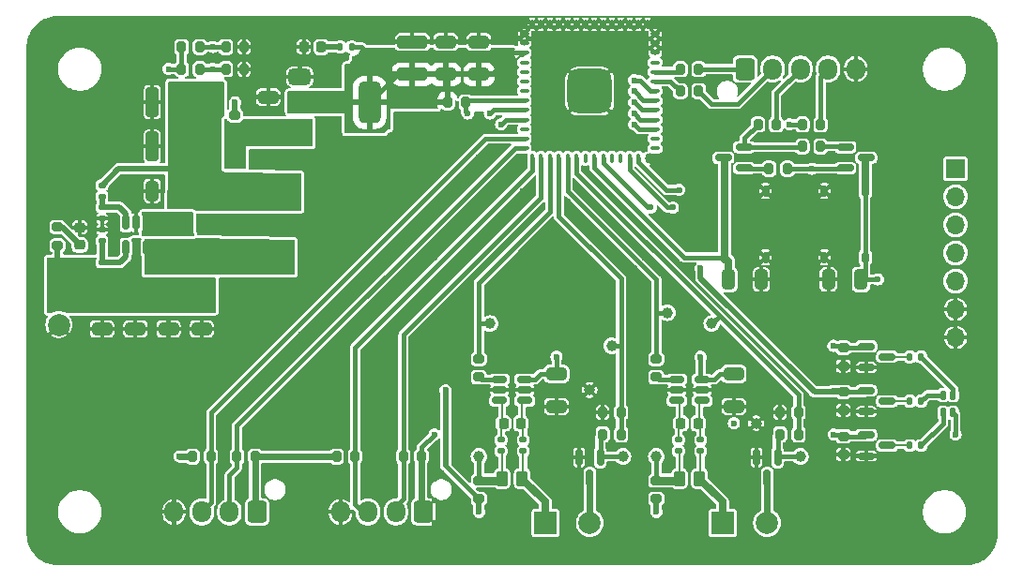
<source format=gtl>
%TF.GenerationSoftware,KiCad,Pcbnew,8.0.2*%
%TF.CreationDate,2024-12-26T16:34:37-05:00*%
%TF.ProjectId,Node Controller,4e6f6465-2043-46f6-9e74-726f6c6c6572,rev?*%
%TF.SameCoordinates,Original*%
%TF.FileFunction,Copper,L1,Top*%
%TF.FilePolarity,Positive*%
%FSLAX46Y46*%
G04 Gerber Fmt 4.6, Leading zero omitted, Abs format (unit mm)*
G04 Created by KiCad (PCBNEW 8.0.2) date 2024-12-26 16:34:37*
%MOMM*%
%LPD*%
G01*
G04 APERTURE LIST*
G04 Aperture macros list*
%AMRoundRect*
0 Rectangle with rounded corners*
0 $1 Rounding radius*
0 $2 $3 $4 $5 $6 $7 $8 $9 X,Y pos of 4 corners*
0 Add a 4 corners polygon primitive as box body*
4,1,4,$2,$3,$4,$5,$6,$7,$8,$9,$2,$3,0*
0 Add four circle primitives for the rounded corners*
1,1,$1+$1,$2,$3*
1,1,$1+$1,$4,$5*
1,1,$1+$1,$6,$7*
1,1,$1+$1,$8,$9*
0 Add four rect primitives between the rounded corners*
20,1,$1+$1,$2,$3,$4,$5,0*
20,1,$1+$1,$4,$5,$6,$7,0*
20,1,$1+$1,$6,$7,$8,$9,0*
20,1,$1+$1,$8,$9,$2,$3,0*%
G04 Aperture macros list end*
%TA.AperFunction,SMDPad,CuDef*%
%ADD10RoundRect,0.250000X-0.650000X0.325000X-0.650000X-0.325000X0.650000X-0.325000X0.650000X0.325000X0*%
%TD*%
%TA.AperFunction,ComponentPad*%
%ADD11RoundRect,0.250000X0.600000X0.725000X-0.600000X0.725000X-0.600000X-0.725000X0.600000X-0.725000X0*%
%TD*%
%TA.AperFunction,ComponentPad*%
%ADD12O,1.700000X1.950000*%
%TD*%
%TA.AperFunction,SMDPad,CuDef*%
%ADD13RoundRect,0.150000X0.587500X0.150000X-0.587500X0.150000X-0.587500X-0.150000X0.587500X-0.150000X0*%
%TD*%
%TA.AperFunction,SMDPad,CuDef*%
%ADD14RoundRect,0.250000X-0.262500X-0.450000X0.262500X-0.450000X0.262500X0.450000X-0.262500X0.450000X0*%
%TD*%
%TA.AperFunction,SMDPad,CuDef*%
%ADD15RoundRect,0.200000X-0.200000X-0.275000X0.200000X-0.275000X0.200000X0.275000X-0.200000X0.275000X0*%
%TD*%
%TA.AperFunction,SMDPad,CuDef*%
%ADD16C,1.000000*%
%TD*%
%TA.AperFunction,ComponentPad*%
%ADD17R,2.000000X2.000000*%
%TD*%
%TA.AperFunction,ComponentPad*%
%ADD18C,2.000000*%
%TD*%
%TA.AperFunction,SMDPad,CuDef*%
%ADD19RoundRect,0.200000X-0.275000X0.200000X-0.275000X-0.200000X0.275000X-0.200000X0.275000X0.200000X0*%
%TD*%
%TA.AperFunction,SMDPad,CuDef*%
%ADD20RoundRect,0.200000X0.275000X-0.200000X0.275000X0.200000X-0.275000X0.200000X-0.275000X-0.200000X0*%
%TD*%
%TA.AperFunction,SMDPad,CuDef*%
%ADD21RoundRect,0.135000X0.135000X0.185000X-0.135000X0.185000X-0.135000X-0.185000X0.135000X-0.185000X0*%
%TD*%
%TA.AperFunction,SMDPad,CuDef*%
%ADD22RoundRect,0.135000X-0.185000X0.135000X-0.185000X-0.135000X0.185000X-0.135000X0.185000X0.135000X0*%
%TD*%
%TA.AperFunction,SMDPad,CuDef*%
%ADD23RoundRect,0.150000X-0.587500X-0.150000X0.587500X-0.150000X0.587500X0.150000X-0.587500X0.150000X0*%
%TD*%
%TA.AperFunction,SMDPad,CuDef*%
%ADD24RoundRect,0.218750X-0.218750X-0.256250X0.218750X-0.256250X0.218750X0.256250X-0.218750X0.256250X0*%
%TD*%
%TA.AperFunction,SMDPad,CuDef*%
%ADD25RoundRect,0.218750X-0.256250X0.218750X-0.256250X-0.218750X0.256250X-0.218750X0.256250X0.218750X0*%
%TD*%
%TA.AperFunction,SMDPad,CuDef*%
%ADD26RoundRect,0.200000X0.200000X0.275000X-0.200000X0.275000X-0.200000X-0.275000X0.200000X-0.275000X0*%
%TD*%
%TA.AperFunction,SMDPad,CuDef*%
%ADD27RoundRect,0.150000X-0.150000X0.587500X-0.150000X-0.587500X0.150000X-0.587500X0.150000X0.587500X0*%
%TD*%
%TA.AperFunction,ComponentPad*%
%ADD28R,1.700000X1.700000*%
%TD*%
%TA.AperFunction,ComponentPad*%
%ADD29O,1.700000X1.700000*%
%TD*%
%TA.AperFunction,SMDPad,CuDef*%
%ADD30RoundRect,0.250000X0.325000X1.100000X-0.325000X1.100000X-0.325000X-1.100000X0.325000X-1.100000X0*%
%TD*%
%TA.AperFunction,SMDPad,CuDef*%
%ADD31RoundRect,0.250000X0.650000X-0.325000X0.650000X0.325000X-0.650000X0.325000X-0.650000X-0.325000X0*%
%TD*%
%TA.AperFunction,SMDPad,CuDef*%
%ADD32RoundRect,0.250000X0.325000X0.650000X-0.325000X0.650000X-0.325000X-0.650000X0.325000X-0.650000X0*%
%TD*%
%TA.AperFunction,SMDPad,CuDef*%
%ADD33RoundRect,0.137500X0.137500X-0.262500X0.137500X0.262500X-0.137500X0.262500X-0.137500X-0.262500X0*%
%TD*%
%TA.AperFunction,SMDPad,CuDef*%
%ADD34RoundRect,0.135000X0.185000X-0.135000X0.185000X0.135000X-0.185000X0.135000X-0.185000X-0.135000X0*%
%TD*%
%TA.AperFunction,SMDPad,CuDef*%
%ADD35RoundRect,0.150000X-0.512500X-0.150000X0.512500X-0.150000X0.512500X0.150000X-0.512500X0.150000X0*%
%TD*%
%TA.AperFunction,SMDPad,CuDef*%
%ADD36RoundRect,0.225000X-0.225000X-0.250000X0.225000X-0.250000X0.225000X0.250000X-0.225000X0.250000X0*%
%TD*%
%TA.AperFunction,ComponentPad*%
%ADD37RoundRect,0.250000X-0.600000X-0.725000X0.600000X-0.725000X0.600000X0.725000X-0.600000X0.725000X0*%
%TD*%
%TA.AperFunction,SMDPad,CuDef*%
%ADD38RoundRect,0.375000X-0.625000X-0.375000X0.625000X-0.375000X0.625000X0.375000X-0.625000X0.375000X0*%
%TD*%
%TA.AperFunction,SMDPad,CuDef*%
%ADD39RoundRect,0.500000X-0.500000X-1.400000X0.500000X-1.400000X0.500000X1.400000X-0.500000X1.400000X0*%
%TD*%
%TA.AperFunction,SMDPad,CuDef*%
%ADD40R,8.200000X2.600000*%
%TD*%
%TA.AperFunction,SMDPad,CuDef*%
%ADD41RoundRect,0.135000X-0.135000X-0.185000X0.135000X-0.185000X0.135000X0.185000X-0.135000X0.185000X0*%
%TD*%
%TA.AperFunction,SMDPad,CuDef*%
%ADD42RoundRect,0.175000X-0.175000X0.325000X-0.175000X-0.325000X0.175000X-0.325000X0.175000X0.325000X0*%
%TD*%
%TA.AperFunction,SMDPad,CuDef*%
%ADD43RoundRect,0.100000X0.300000X0.100000X-0.300000X0.100000X-0.300000X-0.100000X0.300000X-0.100000X0*%
%TD*%
%TA.AperFunction,SMDPad,CuDef*%
%ADD44RoundRect,0.100000X-0.100000X0.300000X-0.100000X-0.300000X0.100000X-0.300000X0.100000X0.300000X0*%
%TD*%
%TA.AperFunction,SMDPad,CuDef*%
%ADD45RoundRect,0.100000X-0.300000X-0.100000X0.300000X-0.100000X0.300000X0.100000X-0.300000X0.100000X0*%
%TD*%
%TA.AperFunction,SMDPad,CuDef*%
%ADD46RoundRect,0.100000X0.100000X-0.300000X0.100000X0.300000X-0.100000X0.300000X-0.100000X-0.300000X0*%
%TD*%
%TA.AperFunction,SMDPad,CuDef*%
%ADD47RoundRect,1.000000X1.000000X-1.000000X1.000000X1.000000X-1.000000X1.000000X-1.000000X-1.000000X0*%
%TD*%
%TA.AperFunction,SMDPad,CuDef*%
%ADD48RoundRect,0.150000X-0.150000X0.512500X-0.150000X-0.512500X0.150000X-0.512500X0.150000X0.512500X0*%
%TD*%
%TA.AperFunction,SMDPad,CuDef*%
%ADD49RoundRect,0.250000X1.100000X-0.325000X1.100000X0.325000X-1.100000X0.325000X-1.100000X-0.325000X0*%
%TD*%
%TA.AperFunction,SMDPad,CuDef*%
%ADD50RoundRect,0.175000X0.175000X-0.325000X0.175000X0.325000X-0.175000X0.325000X-0.175000X-0.325000X0*%
%TD*%
%TA.AperFunction,SMDPad,CuDef*%
%ADD51RoundRect,0.250000X-0.325000X-0.650000X0.325000X-0.650000X0.325000X0.650000X-0.325000X0.650000X0*%
%TD*%
%TA.AperFunction,ViaPad*%
%ADD52C,0.600000*%
%TD*%
%TA.AperFunction,Conductor*%
%ADD53C,0.200000*%
%TD*%
%TA.AperFunction,Conductor*%
%ADD54C,0.600000*%
%TD*%
%TA.AperFunction,Conductor*%
%ADD55C,0.400000*%
%TD*%
%TA.AperFunction,Conductor*%
%ADD56C,0.635000*%
%TD*%
%TA.AperFunction,Conductor*%
%ADD57C,0.500000*%
%TD*%
%TA.AperFunction,Conductor*%
%ADD58C,0.700000*%
%TD*%
%TA.AperFunction,Conductor*%
%ADD59C,0.800000*%
%TD*%
G04 APERTURE END LIST*
D10*
%TO.P,C23,1*%
%TO.N,3V3*%
X151000000Y-75525000D03*
%TO.P,C23,2*%
%TO.N,GND*%
X151000000Y-78475000D03*
%TD*%
D11*
%TO.P,J12,1,Pin_1*%
%TO.N,3V3*%
X124000000Y-88000000D03*
D12*
%TO.P,J12,2,Pin_2*%
%TO.N,/Microcontroller/I2C1.SDA*%
X121500000Y-88000000D03*
%TO.P,J12,3,Pin_3*%
%TO.N,/Microcontroller/I2C1.SCL*%
X119000000Y-88000000D03*
%TO.P,J12,4,Pin_4*%
%TO.N,GND*%
X116500000Y-88000000D03*
%TD*%
D13*
%TO.P,Q11,1,B*%
%TO.N,Net-(Q11-B)*%
X167937500Y-56950000D03*
%TO.P,Q11,2,E*%
%TO.N,/Microcontroller/ESP.RTS*%
X167937500Y-55050000D03*
%TO.P,Q11,3,C*%
%TO.N,/Microcontroller/BOOT*%
X166062500Y-56000000D03*
%TD*%
D14*
%TO.P,R1,1*%
%TO.N,/LED Driver_1/VLED*%
X146087500Y-85000000D03*
%TO.P,R1,2*%
%TO.N,Net-(J2-Pin_1)*%
X147912500Y-85000000D03*
%TD*%
D15*
%TO.P,R36,1*%
%TO.N,GND*%
X171175000Y-79000000D03*
%TO.P,R36,2*%
%TO.N,/EN{slash}DIM_1*%
X172825000Y-79000000D03*
%TD*%
D16*
%TO.P,TP5,1,1*%
%TO.N,/CURR_OUT_0*%
X145000000Y-71000000D03*
%TD*%
D17*
%TO.P,J8,1,Pin_1*%
%TO.N,Net-(J8-Pin_1)*%
X166000000Y-89000000D03*
D18*
%TO.P,J8,2,Pin_2*%
%TO.N,/LED Driver_2/LED_-*%
X170000000Y-89000000D03*
%TD*%
D10*
%TO.P,C6,1*%
%TO.N,Net-(U8-CB)*%
X117000000Y-62525000D03*
%TO.P,C6,2*%
%TO.N,Net-(U8-SW)*%
X117000000Y-65475000D03*
%TD*%
D19*
%TO.P,R42,1*%
%TO.N,VIN*%
X122000000Y-52175000D03*
%TO.P,R42,2*%
%TO.N,V_SEL*%
X122000000Y-53825000D03*
%TD*%
D20*
%TO.P,R34,1*%
%TO.N,Net-(R34-Pad1)*%
X160000000Y-75825000D03*
%TO.P,R34,2*%
%TO.N,/CURR_OUT_1*%
X160000000Y-74175000D03*
%TD*%
D21*
%TO.P,R57,1*%
%TO.N,Net-(D9-RK)*%
X183895000Y-82000000D03*
%TO.P,R57,2*%
%TO.N,Net-(Q12-D)*%
X182875000Y-82000000D03*
%TD*%
D22*
%TO.P,R4,1*%
%TO.N,Net-(U1-+)*%
X146000000Y-81490000D03*
%TO.P,R4,2*%
%TO.N,/LED Driver_1/VLED*%
X146000000Y-82510000D03*
%TD*%
D10*
%TO.P,C8,1*%
%TO.N,VIN*%
X116000000Y-68525000D03*
%TO.P,C8,2*%
%TO.N,GND*%
X116000000Y-71475000D03*
%TD*%
D23*
%TO.P,Q14,1,G*%
%TO.N,/Microcontroller/GREEN*%
X178937500Y-73050000D03*
%TO.P,Q14,2,S*%
%TO.N,GND*%
X178937500Y-74950000D03*
%TO.P,Q14,3,D*%
%TO.N,Net-(Q14-D)*%
X180812500Y-74000000D03*
%TD*%
D24*
%TO.P,D7,1,K*%
%TO.N,GND*%
X128212500Y-46000000D03*
%TO.P,D7,2,A*%
%TO.N,Net-(D7-A)*%
X129787500Y-46000000D03*
%TD*%
D16*
%TO.P,TP20,1,1*%
%TO.N,/LED Driver_2/VLED*%
X160000000Y-83000000D03*
%TD*%
%TO.P,TP24,1,1*%
%TO.N,GND*%
X169000000Y-80000000D03*
%TD*%
D23*
%TO.P,Q12,1,G*%
%TO.N,/Microcontroller/RED*%
X178937500Y-81050000D03*
%TO.P,Q12,2,S*%
%TO.N,GND*%
X178937500Y-82950000D03*
%TO.P,Q12,3,D*%
%TO.N,Net-(Q12-D)*%
X180812500Y-82000000D03*
%TD*%
D15*
%TO.P,R58,1*%
%TO.N,3V3*%
X117175000Y-46000000D03*
%TO.P,R58,2*%
%TO.N,/Microcontroller/VER0*%
X118825000Y-46000000D03*
%TD*%
D19*
%TO.P,R64,1*%
%TO.N,/Microcontroller/GREEN*%
X176875000Y-73175000D03*
%TO.P,R64,2*%
%TO.N,GND*%
X176875000Y-74825000D03*
%TD*%
D25*
%TO.P,D8,1,K*%
%TO.N,GND*%
X108000000Y-62312500D03*
%TO.P,D8,2,A*%
%TO.N,Net-(D8-A)*%
X108000000Y-63887500D03*
%TD*%
D26*
%TO.P,R35,1*%
%TO.N,/EN{slash}DIM_1*%
X172825000Y-81000000D03*
%TO.P,R35,2*%
%TO.N,/LED Driver_2/OUT*%
X171175000Y-81000000D03*
%TD*%
D21*
%TO.P,R52,1*%
%TO.N,Net-(D9-GK)*%
X183895000Y-78000000D03*
%TO.P,R52,2*%
%TO.N,Net-(Q13-D)*%
X182875000Y-78000000D03*
%TD*%
D27*
%TO.P,Q7,1,G*%
%TO.N,/LED Driver_2/OUT*%
X170950000Y-83062500D03*
%TO.P,Q7,2,S*%
%TO.N,GND*%
X169050000Y-83062500D03*
%TO.P,Q7,3,D*%
%TO.N,/LED Driver_2/LED_-*%
X170000000Y-84937500D03*
%TD*%
D28*
%TO.P,J3,1,Pin_1*%
%TO.N,/Microcontroller/IO21*%
X187000000Y-57000000D03*
D29*
%TO.P,J3,2,Pin_2*%
%TO.N,/Microcontroller/IO22*%
X187000000Y-59540000D03*
%TO.P,J3,3,Pin_3*%
%TO.N,/Microcontroller/IO19*%
X187000000Y-62080000D03*
%TO.P,J3,4,Pin_4*%
%TO.N,/Microcontroller/IO23*%
X187000000Y-64620000D03*
%TO.P,J3,5,Pin_5*%
%TO.N,/Microcontroller/IO18*%
X187000000Y-67160000D03*
%TO.P,J3,6,Pin_6*%
%TO.N,GND*%
X187000000Y-69700000D03*
%TO.P,J3,7,Pin_7*%
X187000000Y-72240000D03*
%TD*%
D19*
%TO.P,R44,1*%
%TO.N,Net-(D8-A)*%
X106000000Y-62275000D03*
%TO.P,R44,2*%
%TO.N,VIN*%
X106000000Y-63925000D03*
%TD*%
D30*
%TO.P,C12,1*%
%TO.N,5V*%
X117475000Y-55000000D03*
%TO.P,C12,2*%
%TO.N,GND*%
X114525000Y-55000000D03*
%TD*%
D31*
%TO.P,C17,1*%
%TO.N,3V3*%
X144000000Y-48475000D03*
%TO.P,C17,2*%
%TO.N,GND*%
X144000000Y-45525000D03*
%TD*%
D15*
%TO.P,R9,1*%
%TO.N,/Microcontroller/ESP.RTS*%
X169175000Y-53000000D03*
%TO.P,R9,2*%
%TO.N,/Microcontroller/CP2104.RTS*%
X170825000Y-53000000D03*
%TD*%
D27*
%TO.P,Q1,1,G*%
%TO.N,/LED Driver_1/OUT*%
X154950000Y-83062500D03*
%TO.P,Q1,2,S*%
%TO.N,GND*%
X153050000Y-83062500D03*
%TO.P,Q1,3,D*%
%TO.N,/LED Driver_1/LED_-*%
X154000000Y-84937500D03*
%TD*%
D15*
%TO.P,R61,1*%
%TO.N,/Microcontroller/VER1*%
X121175000Y-48000000D03*
%TO.P,R61,2*%
%TO.N,GND*%
X122825000Y-48000000D03*
%TD*%
D32*
%TO.P,C11,1*%
%TO.N,5V*%
X117475000Y-59000000D03*
%TO.P,C11,2*%
%TO.N,GND*%
X114525000Y-59000000D03*
%TD*%
D15*
%TO.P,R11,1*%
%TO.N,/Microcontroller/UART0.TXD*%
X162175000Y-48000000D03*
%TO.P,R11,2*%
%TO.N,/Microcontroller/CP2104.RXD*%
X163825000Y-48000000D03*
%TD*%
D22*
%TO.P,R32,1*%
%TO.N,Net-(U6-+)*%
X162000000Y-81490000D03*
%TO.P,R32,2*%
%TO.N,/LED Driver_2/VLED*%
X162000000Y-82510000D03*
%TD*%
D21*
%TO.P,R51,1*%
%TO.N,Net-(D9-BK)*%
X183895000Y-74000000D03*
%TO.P,R51,2*%
%TO.N,Net-(Q14-D)*%
X182875000Y-74000000D03*
%TD*%
D32*
%TO.P,C19,1*%
%TO.N,/Microcontroller/ESP_EN*%
X178475000Y-67000000D03*
%TO.P,C19,2*%
%TO.N,GND*%
X175525000Y-67000000D03*
%TD*%
D11*
%TO.P,J11,1,Pin_1*%
%TO.N,3V3*%
X139000000Y-88000000D03*
D12*
%TO.P,J11,2,Pin_2*%
%TO.N,/Microcontroller/I2C0.SDA*%
X136500000Y-88000000D03*
%TO.P,J11,3,Pin_3*%
%TO.N,/Microcontroller/I2C0.SCL*%
X134000000Y-88000000D03*
%TO.P,J11,4,Pin_4*%
%TO.N,GND*%
X131500000Y-88000000D03*
%TD*%
D33*
%TO.P,D9,1,A*%
%TO.N,3V3*%
X186775000Y-79050000D03*
%TO.P,D9,2,RK*%
%TO.N,Net-(D9-RK)*%
X185875000Y-79050000D03*
%TO.P,D9,3,GK*%
%TO.N,Net-(D9-GK)*%
X185875000Y-77450000D03*
%TO.P,D9,4,BK*%
%TO.N,Net-(D9-BK)*%
X186775000Y-77450000D03*
%TD*%
D14*
%TO.P,R29,1*%
%TO.N,/LED Driver_2/VLED*%
X162087500Y-85000000D03*
%TO.P,R29,2*%
%TO.N,Net-(J8-Pin_1)*%
X163912500Y-85000000D03*
%TD*%
D34*
%TO.P,R38,1*%
%TO.N,VIN*%
X110000000Y-66510000D03*
%TO.P,R38,2*%
%TO.N,/Power/EN*%
X110000000Y-65490000D03*
%TD*%
D16*
%TO.P,TP22,1,1*%
%TO.N,/LED Driver_2/OUT*%
X173000000Y-83000000D03*
%TD*%
D15*
%TO.P,R54,1*%
%TO.N,3V3*%
X131175000Y-83000000D03*
%TO.P,R54,2*%
%TO.N,/Microcontroller/I2C0.SCL*%
X132825000Y-83000000D03*
%TD*%
D20*
%TO.P,R3,1*%
%TO.N,5V*%
X144000000Y-86825000D03*
%TO.P,R3,2*%
%TO.N,/LED Driver_1/VLED*%
X144000000Y-85175000D03*
%TD*%
D16*
%TO.P,TP21,1,1*%
%TO.N,/EN{slash}DIM_1*%
X165000000Y-71000000D03*
%TD*%
D35*
%TO.P,U6,1*%
%TO.N,Net-(R34-Pad1)*%
X161862500Y-76050000D03*
%TO.P,U6,2,GND*%
%TO.N,GND*%
X161862500Y-77000000D03*
%TO.P,U6,3,+*%
%TO.N,Net-(U6-+)*%
X161862500Y-77950000D03*
%TO.P,U6,4,-*%
%TO.N,Net-(U6--)*%
X164137500Y-77950000D03*
%TO.P,U6,5,REF*%
%TO.N,GND*%
X164137500Y-77000000D03*
%TO.P,U6,6,V+*%
%TO.N,3V3*%
X164137500Y-76050000D03*
%TD*%
D36*
%TO.P,C5,1*%
%TO.N,Net-(U6-+)*%
X162225000Y-80000000D03*
%TO.P,C5,2*%
%TO.N,Net-(U6--)*%
X163775000Y-80000000D03*
%TD*%
D16*
%TO.P,TP3,1,1*%
%TO.N,/EN{slash}DIM_0*%
X156000000Y-73000000D03*
%TD*%
D10*
%TO.P,C10,1*%
%TO.N,VIN*%
X110000000Y-68525000D03*
%TO.P,C10,2*%
%TO.N,GND*%
X110000000Y-71475000D03*
%TD*%
D20*
%TO.P,R6,1*%
%TO.N,Net-(R6-Pad1)*%
X144000000Y-75825000D03*
%TO.P,R6,2*%
%TO.N,/CURR_OUT_0*%
X144000000Y-74175000D03*
%TD*%
D15*
%TO.P,R8,1*%
%TO.N,GND*%
X155175000Y-79000000D03*
%TO.P,R8,2*%
%TO.N,/EN{slash}DIM_0*%
X156825000Y-79000000D03*
%TD*%
D30*
%TO.P,C13,1*%
%TO.N,5V*%
X117475000Y-51000000D03*
%TO.P,C13,2*%
%TO.N,GND*%
X114525000Y-51000000D03*
%TD*%
D15*
%TO.P,R10,1*%
%TO.N,/Microcontroller/UART0.RXD*%
X162175000Y-50000000D03*
%TO.P,R10,2*%
%TO.N,/Microcontroller/CP2104.TXD*%
X163825000Y-50000000D03*
%TD*%
D10*
%TO.P,C9,1*%
%TO.N,VIN*%
X113000000Y-68525000D03*
%TO.P,C9,2*%
%TO.N,GND*%
X113000000Y-71475000D03*
%TD*%
%TO.P,C7,1*%
%TO.N,VIN*%
X119000000Y-68525000D03*
%TO.P,C7,2*%
%TO.N,GND*%
X119000000Y-71475000D03*
%TD*%
D16*
%TO.P,TP2,1,1*%
%TO.N,/LED Driver_1/VLED*%
X144000000Y-83000000D03*
%TD*%
D37*
%TO.P,J1,1,Pin_1*%
%TO.N,/Microcontroller/CP2104.RXD*%
X168000000Y-48000000D03*
D12*
%TO.P,J1,2,Pin_2*%
%TO.N,/Microcontroller/CP2104.TXD*%
X170500000Y-48000000D03*
%TO.P,J1,3,Pin_3*%
%TO.N,/Microcontroller/CP2104.RTS*%
X173000000Y-48000000D03*
%TO.P,J1,4,Pin_4*%
%TO.N,/Microcontroller/CP2104.DTR*%
X175500000Y-48000000D03*
%TO.P,J1,5,Pin_5*%
%TO.N,GND*%
X178000000Y-48000000D03*
%TD*%
D26*
%TO.P,R7,1*%
%TO.N,/EN{slash}DIM_0*%
X156825000Y-81000000D03*
%TO.P,R7,2*%
%TO.N,/LED Driver_1/OUT*%
X155175000Y-81000000D03*
%TD*%
D20*
%TO.P,R31,1*%
%TO.N,5V*%
X160000000Y-86825000D03*
%TO.P,R31,2*%
%TO.N,/LED Driver_2/VLED*%
X160000000Y-85175000D03*
%TD*%
D38*
%TO.P,U9,1,GND*%
%TO.N,GND*%
X127850000Y-48700000D03*
%TO.P,U9,2,VO*%
%TO.N,3V3*%
X127850000Y-51000000D03*
D39*
X134150000Y-51000000D03*
D38*
%TO.P,U9,3,VI*%
%TO.N,V_SEL*%
X127850000Y-53300000D03*
%TD*%
D40*
%TO.P,L1,1,1*%
%TO.N,Net-(U8-SW)*%
X123000000Y-64800000D03*
%TO.P,L1,2,2*%
%TO.N,5V*%
X123000000Y-59200000D03*
%TD*%
D22*
%TO.P,R41,1*%
%TO.N,Net-(U8-FB)*%
X110000000Y-60490000D03*
%TO.P,R41,2*%
%TO.N,GND*%
X110000000Y-61510000D03*
%TD*%
D35*
%TO.P,U1,1*%
%TO.N,Net-(R6-Pad1)*%
X145862500Y-76050000D03*
%TO.P,U1,2,GND*%
%TO.N,GND*%
X145862500Y-77000000D03*
%TO.P,U1,3,+*%
%TO.N,Net-(U1-+)*%
X145862500Y-77950000D03*
%TO.P,U1,4,-*%
%TO.N,Net-(U1--)*%
X148137500Y-77950000D03*
%TO.P,U1,5,REF*%
%TO.N,GND*%
X148137500Y-77000000D03*
%TO.P,U1,6,V+*%
%TO.N,3V3*%
X148137500Y-76050000D03*
%TD*%
D26*
%TO.P,R50,1*%
%TO.N,/Microcontroller/ESP.DTR*%
X171825000Y-57000000D03*
%TO.P,R50,2*%
%TO.N,Net-(Q11-B)*%
X170175000Y-57000000D03*
%TD*%
D36*
%TO.P,C1,1*%
%TO.N,Net-(U1-+)*%
X146225000Y-80000000D03*
%TO.P,C1,2*%
%TO.N,Net-(U1--)*%
X147775000Y-80000000D03*
%TD*%
D41*
%TO.P,R43,1*%
%TO.N,Net-(D7-A)*%
X131490000Y-46000000D03*
%TO.P,R43,2*%
%TO.N,3V3*%
X132510000Y-46000000D03*
%TD*%
D42*
%TO.P,SW1,1,1*%
%TO.N,GND*%
X169850000Y-59000000D03*
%TO.P,SW1,2,2*%
X169850000Y-65000000D03*
%TO.P,SW1,3,K*%
%TO.N,/Microcontroller/BOOT*%
X166150000Y-59000000D03*
%TO.P,SW1,4,A*%
X166150000Y-65000000D03*
%TD*%
D15*
%TO.P,R48,1*%
%TO.N,/Microcontroller/ESP.RTS*%
X173175000Y-55000000D03*
%TO.P,R48,2*%
%TO.N,Net-(Q10-B)*%
X174825000Y-55000000D03*
%TD*%
D16*
%TO.P,TP4,1,1*%
%TO.N,/LED Driver_1/OUT*%
X157000000Y-83000000D03*
%TD*%
D43*
%TO.P,U11,1,GND*%
%TO.N,GND*%
X148100000Y-44800000D03*
%TO.P,U11,2,GND*%
X148100000Y-45662500D03*
%TO.P,U11,3,3V3*%
%TO.N,3V3*%
X148100000Y-46525000D03*
%TO.P,U11,4,I36*%
%TO.N,/Microcontroller/I36*%
X148100000Y-47387500D03*
%TO.P,U11,5,I37*%
%TO.N,/Microcontroller/I37*%
X148100000Y-48250000D03*
%TO.P,U11,6,I38*%
%TO.N,/Microcontroller/I34*%
X148100000Y-49112500D03*
%TO.P,U11,7,I39*%
%TO.N,/Microcontroller/I35*%
X148100000Y-49975000D03*
%TO.P,U11,8,EN*%
%TO.N,/Microcontroller/ESP_EN*%
X148100000Y-50837500D03*
%TO.P,U11,9,I34*%
%TO.N,/Microcontroller/VER0*%
X148100000Y-51700000D03*
%TO.P,U11,10,I35*%
%TO.N,/Microcontroller/VER1*%
X148100000Y-52562500D03*
%TO.P,U11,11,IO32*%
%TO.N,/Microcontroller/IO32*%
X148100000Y-53425000D03*
%TO.P,U11,12,IO33*%
%TO.N,/Microcontroller/I2C1.SCL*%
X148100000Y-54287500D03*
%TO.P,U11,13,IO25*%
%TO.N,/Microcontroller/I2C1.SDA*%
X148100000Y-55150000D03*
D44*
%TO.P,U11,14,IO26*%
%TO.N,/Microcontroller/I2C0.SCL*%
X148800000Y-56050000D03*
%TO.P,U11,15,IO27*%
%TO.N,/Microcontroller/I2C0.SDA*%
X149600000Y-56050000D03*
%TO.P,U11,16,IO14*%
%TO.N,/CURR_OUT_0*%
X150400000Y-56050000D03*
%TO.P,U11,17,IO12*%
%TO.N,/EN{slash}DIM_0*%
X151200000Y-56050000D03*
%TO.P,U11,18,IO13*%
%TO.N,/CURR_OUT_1*%
X152000000Y-56050000D03*
%TO.P,U11,19,IO15*%
%TO.N,/EN{slash}DIM_1*%
X152800000Y-56050000D03*
%TO.P,U11,20,IO2*%
%TO.N,unconnected-(U11-IO2-Pad20)*%
X153600000Y-56050000D03*
%TO.P,U11,21,IO0*%
%TO.N,/Microcontroller/BOOT*%
X154400000Y-56050000D03*
%TO.P,U11,22,IO4*%
%TO.N,/Microcontroller/RED*%
X155200000Y-56050000D03*
%TO.P,U11,23,NC*%
%TO.N,unconnected-(U11-NC-Pad23)*%
X156000000Y-56050000D03*
%TO.P,U11,24,NC*%
%TO.N,unconnected-(U11-NC-Pad24)*%
X156800000Y-56050000D03*
%TO.P,U11,25,IO9*%
%TO.N,/Microcontroller/BLUE*%
X157600000Y-56050000D03*
%TO.P,U11,26,IO10*%
%TO.N,/Microcontroller/GREEN*%
X158400000Y-56050000D03*
%TO.P,U11,27,GND*%
%TO.N,GND*%
X159200000Y-56050000D03*
D45*
%TO.P,U11,28,NC*%
%TO.N,unconnected-(U11-NC-Pad28)*%
X159900000Y-55150000D03*
%TO.P,U11,29,IO5*%
%TO.N,unconnected-(U11-IO5-Pad29)*%
X159900000Y-54287500D03*
%TO.P,U11,30,IO18*%
%TO.N,/Microcontroller/IO18*%
X159900000Y-53425000D03*
%TO.P,U11,31,IO23*%
%TO.N,/Microcontroller/IO23*%
X159900000Y-52562500D03*
%TO.P,U11,32,IO19*%
%TO.N,/Microcontroller/IO19*%
X159900000Y-51700000D03*
%TO.P,U11,33,IO22*%
%TO.N,/Microcontroller/IO22*%
X159900000Y-50837500D03*
%TO.P,U11,34,IO21*%
%TO.N,/Microcontroller/IO21*%
X159900000Y-49975000D03*
%TO.P,U11,35,RXD0*%
%TO.N,/Microcontroller/UART0.RXD*%
X159900000Y-49112500D03*
%TO.P,U11,36,TXD0*%
%TO.N,/Microcontroller/UART0.TXD*%
X159900000Y-48250000D03*
%TO.P,U11,37,NC*%
%TO.N,unconnected-(U11-NC-Pad37)*%
X159900000Y-47387500D03*
%TO.P,U11,38,GND*%
%TO.N,GND*%
X159900000Y-46525000D03*
%TO.P,U11,39,GND*%
X159900000Y-45662500D03*
%TO.P,U11,40,GND*%
X159900000Y-44800000D03*
D46*
%TO.P,U11,41,GND*%
X159200000Y-43950000D03*
%TO.P,U11,42,GND*%
X158400000Y-43950000D03*
%TO.P,U11,43,GND*%
X157600000Y-43950000D03*
%TO.P,U11,44,GND*%
X156800000Y-43950000D03*
%TO.P,U11,45,GND*%
X156000000Y-43950000D03*
%TO.P,U11,46,GND*%
X155200000Y-43950000D03*
%TO.P,U11,47,GND*%
X154400000Y-43950000D03*
%TO.P,U11,48,GND*%
X153600000Y-43950000D03*
%TO.P,U11,49,GND*%
X152800000Y-43950000D03*
%TO.P,U11,50,GND*%
X152000000Y-43950000D03*
%TO.P,U11,51,GND*%
X151200000Y-43950000D03*
%TO.P,U11,52,GND*%
X150400000Y-43950000D03*
%TO.P,U11,53,GND*%
X149600000Y-43950000D03*
%TO.P,U11,54,GND*%
X148800000Y-43950000D03*
D47*
%TO.P,U11,55,GND*%
X154000000Y-50000000D03*
%TD*%
D22*
%TO.P,R33,1*%
%TO.N,Net-(U6--)*%
X164000000Y-81490000D03*
%TO.P,R33,2*%
%TO.N,Net-(J8-Pin_1)*%
X164000000Y-82510000D03*
%TD*%
D34*
%TO.P,R39,1*%
%TO.N,/Power/EN*%
X110000000Y-63510000D03*
%TO.P,R39,2*%
%TO.N,GND*%
X110000000Y-62490000D03*
%TD*%
D17*
%TO.P,J9,1,Pin_1*%
%TO.N,VIN*%
X106100000Y-67100000D03*
D18*
%TO.P,J9,2,Pin_2*%
%TO.N,GND*%
X106100000Y-71100000D03*
%TD*%
D15*
%TO.P,R56,1*%
%TO.N,3V3*%
X118175000Y-83000000D03*
%TO.P,R56,2*%
%TO.N,/Microcontroller/I2C1.SCL*%
X119825000Y-83000000D03*
%TD*%
D23*
%TO.P,Q13,1,G*%
%TO.N,/Microcontroller/BLUE*%
X178937500Y-77050000D03*
%TO.P,Q13,2,S*%
%TO.N,GND*%
X178937500Y-78950000D03*
%TO.P,Q13,3,D*%
%TO.N,Net-(Q13-D)*%
X180812500Y-78000000D03*
%TD*%
D10*
%TO.P,C24,1*%
%TO.N,3V3*%
X167000000Y-75525000D03*
%TO.P,C24,2*%
%TO.N,GND*%
X167000000Y-78475000D03*
%TD*%
D19*
%TO.P,R62,1*%
%TO.N,/Microcontroller/RED*%
X176875000Y-81175000D03*
%TO.P,R62,2*%
%TO.N,GND*%
X176875000Y-82825000D03*
%TD*%
D15*
%TO.P,R45,1*%
%TO.N,5V*%
X120175000Y-56000000D03*
%TO.P,R45,2*%
%TO.N,V_SEL*%
X121825000Y-56000000D03*
%TD*%
D48*
%TO.P,U8,1,CB*%
%TO.N,Net-(U8-CB)*%
X114050000Y-61862500D03*
%TO.P,U8,2,GND*%
%TO.N,GND*%
X113100000Y-61862500D03*
%TO.P,U8,3,FB*%
%TO.N,Net-(U8-FB)*%
X112150000Y-61862500D03*
%TO.P,U8,4,EN*%
%TO.N,/Power/EN*%
X112150000Y-64137500D03*
%TO.P,U8,5,VIN*%
%TO.N,VIN*%
X113100000Y-64137500D03*
%TO.P,U8,6,SW*%
%TO.N,Net-(U8-SW)*%
X114050000Y-64137500D03*
%TD*%
D49*
%TO.P,C15,1*%
%TO.N,3V3*%
X138000000Y-48475000D03*
%TO.P,C15,2*%
%TO.N,GND*%
X138000000Y-45525000D03*
%TD*%
D22*
%TO.P,R5,1*%
%TO.N,Net-(U1--)*%
X148000000Y-81490000D03*
%TO.P,R5,2*%
%TO.N,Net-(J2-Pin_1)*%
X148000000Y-82510000D03*
%TD*%
D15*
%TO.P,R2,1*%
%TO.N,/Microcontroller/ESP.DTR*%
X173175000Y-53000000D03*
%TO.P,R2,2*%
%TO.N,/Microcontroller/CP2104.DTR*%
X174825000Y-53000000D03*
%TD*%
D16*
%TO.P,TP6,1,1*%
%TO.N,GND*%
X154000000Y-77000000D03*
%TD*%
D26*
%TO.P,R53,1*%
%TO.N,3V3*%
X138825000Y-83000000D03*
%TO.P,R53,2*%
%TO.N,/Microcontroller/I2C0.SDA*%
X137175000Y-83000000D03*
%TD*%
%TO.P,R55,1*%
%TO.N,3V3*%
X123825000Y-83000000D03*
%TO.P,R55,2*%
%TO.N,/Microcontroller/I2C1.SDA*%
X122175000Y-83000000D03*
%TD*%
D31*
%TO.P,C14,1*%
%TO.N,V_SEL*%
X125000000Y-53475000D03*
%TO.P,C14,2*%
%TO.N,GND*%
X125000000Y-50525000D03*
%TD*%
%TO.P,C16,1*%
%TO.N,3V3*%
X141000000Y-48475000D03*
%TO.P,C16,2*%
%TO.N,GND*%
X141000000Y-45525000D03*
%TD*%
D50*
%TO.P,SW2,1,1*%
%TO.N,GND*%
X175150000Y-65000000D03*
%TO.P,SW2,2,2*%
X175150000Y-59000000D03*
%TO.P,SW2,3,K*%
%TO.N,/Microcontroller/ESP_EN*%
X178850000Y-65000000D03*
%TO.P,SW2,4,A*%
X178850000Y-59000000D03*
%TD*%
D23*
%TO.P,Q10,1,B*%
%TO.N,Net-(Q10-B)*%
X177062500Y-55050000D03*
%TO.P,Q10,2,E*%
%TO.N,/Microcontroller/ESP.DTR*%
X177062500Y-56950000D03*
%TO.P,Q10,3,C*%
%TO.N,/Microcontroller/ESP_EN*%
X178937500Y-56000000D03*
%TD*%
D15*
%TO.P,R47,1*%
%TO.N,3V3*%
X141175000Y-51000000D03*
%TO.P,R47,2*%
%TO.N,/Microcontroller/ESP_EN*%
X142825000Y-51000000D03*
%TD*%
%TO.P,R59,1*%
%TO.N,3V3*%
X117175000Y-48000000D03*
%TO.P,R59,2*%
%TO.N,/Microcontroller/VER1*%
X118825000Y-48000000D03*
%TD*%
D16*
%TO.P,TP23,1,1*%
%TO.N,/CURR_OUT_1*%
X161000000Y-70000000D03*
%TD*%
D22*
%TO.P,R40,1*%
%TO.N,5V*%
X110000000Y-58490000D03*
%TO.P,R40,2*%
%TO.N,Net-(U8-FB)*%
X110000000Y-59510000D03*
%TD*%
D15*
%TO.P,R60,1*%
%TO.N,/Microcontroller/VER0*%
X121175000Y-46000000D03*
%TO.P,R60,2*%
%TO.N,GND*%
X122825000Y-46000000D03*
%TD*%
D17*
%TO.P,J2,1,Pin_1*%
%TO.N,Net-(J2-Pin_1)*%
X150000000Y-89000000D03*
D18*
%TO.P,J2,2,Pin_2*%
%TO.N,/LED Driver_1/LED_-*%
X154000000Y-89000000D03*
%TD*%
D19*
%TO.P,R63,1*%
%TO.N,/Microcontroller/BLUE*%
X176875000Y-77175000D03*
%TO.P,R63,2*%
%TO.N,GND*%
X176875000Y-78825000D03*
%TD*%
D51*
%TO.P,C18,1*%
%TO.N,/Microcontroller/BOOT*%
X166525000Y-67000000D03*
%TO.P,C18,2*%
%TO.N,GND*%
X169475000Y-67000000D03*
%TD*%
D52*
%TO.N,*%
X167000000Y-80000000D03*
%TO.N,GND*%
X148000000Y-67000000D03*
X124000000Y-56000000D03*
X180000000Y-44000000D03*
X180000000Y-85000000D03*
X154000000Y-50000000D03*
X116000000Y-77000000D03*
X168000000Y-44000000D03*
X108000000Y-81000000D03*
X136000000Y-56000000D03*
X106420000Y-91700000D03*
X130000000Y-92000000D03*
X132000000Y-44000000D03*
X124000000Y-69000000D03*
X140000000Y-77000000D03*
X104000000Y-50000000D03*
X124000000Y-92000000D03*
X176000000Y-80000000D03*
X104000000Y-82000000D03*
X130000000Y-56000000D03*
X144000000Y-44000000D03*
X104000000Y-74000000D03*
X168000000Y-88000000D03*
X180000000Y-55000000D03*
X108000000Y-59000000D03*
X120000000Y-74000000D03*
X128000000Y-64000000D03*
X178000000Y-92000000D03*
X128000000Y-88000000D03*
X176000000Y-86000000D03*
X125000000Y-49000000D03*
X189690000Y-46480000D03*
X112000000Y-78000000D03*
X116000000Y-75000000D03*
X152000000Y-60000000D03*
X170000000Y-44000000D03*
X150000000Y-92000000D03*
X120000000Y-92000000D03*
X158000000Y-72000000D03*
X134000000Y-44000000D03*
X176000000Y-44000000D03*
X112000000Y-74000000D03*
X138000000Y-92000000D03*
X140000000Y-55000000D03*
X160000000Y-80000000D03*
X180000000Y-92000000D03*
X176000000Y-72000000D03*
X158000000Y-68000000D03*
X128000000Y-92000000D03*
X190000000Y-88000000D03*
X153000000Y-50000000D03*
X190000000Y-68000000D03*
X160000000Y-78000000D03*
X112000000Y-58000000D03*
X108000000Y-61000000D03*
X128000000Y-62000000D03*
X184000000Y-56000000D03*
X176000000Y-50000000D03*
X176000000Y-88000000D03*
X184000000Y-54000000D03*
X154000000Y-92000000D03*
X132000000Y-63000000D03*
X190000000Y-80000000D03*
X116000000Y-73250000D03*
X105171573Y-90828427D03*
X108000000Y-55000000D03*
X108000000Y-53000000D03*
X176000000Y-84000000D03*
X130000000Y-62000000D03*
X144000000Y-92000000D03*
X144000000Y-60000000D03*
X126000000Y-92000000D03*
X176000000Y-46000000D03*
X176000000Y-78000000D03*
X187520000Y-91690000D03*
X121000000Y-80000000D03*
X104000000Y-72000000D03*
X172000000Y-44000000D03*
X128000000Y-90000000D03*
X158500000Y-62000000D03*
X148000000Y-73000000D03*
X130000000Y-44000000D03*
X190000000Y-52000000D03*
X140000000Y-79000000D03*
X104000000Y-48000000D03*
X184000000Y-44000000D03*
X152000000Y-92000000D03*
X122000000Y-68000000D03*
X126000000Y-68000000D03*
X156000000Y-92000000D03*
X155000000Y-50000000D03*
X168000000Y-82000000D03*
X148000000Y-71000000D03*
X164000000Y-47000000D03*
X153000000Y-51000000D03*
X110000000Y-44000000D03*
X148000000Y-44000000D03*
X140000000Y-71000000D03*
X162000000Y-44000000D03*
X156000000Y-77000000D03*
X104000000Y-78000000D03*
X136000000Y-60000000D03*
X180000000Y-57000000D03*
X114000000Y-44000000D03*
X136000000Y-74000000D03*
X144000000Y-90000000D03*
X180000000Y-51000000D03*
X136000000Y-58000000D03*
X176000000Y-76000000D03*
X153000000Y-49000000D03*
X190000000Y-66000000D03*
X128000000Y-72000000D03*
X136000000Y-90000000D03*
X114000000Y-92000000D03*
X108000000Y-92000000D03*
X136000000Y-76000000D03*
X156000000Y-87000000D03*
X164000000Y-89000000D03*
X104000000Y-76000000D03*
X130000000Y-58000000D03*
X112000000Y-52000000D03*
X190000000Y-56000000D03*
X152000000Y-68000000D03*
X132000000Y-69000000D03*
X132000000Y-47000000D03*
X140000000Y-87000000D03*
X112000000Y-82000000D03*
X190000000Y-78000000D03*
X112000000Y-92000000D03*
X156000000Y-59500000D03*
X186000000Y-92000000D03*
X136000000Y-54000000D03*
X170000000Y-92000000D03*
X112000000Y-88000000D03*
X128000000Y-78000000D03*
X120000000Y-44000000D03*
X140000000Y-73000000D03*
X112000000Y-50000000D03*
X155000000Y-51000000D03*
X128000000Y-84000000D03*
X122000000Y-70000000D03*
X158000000Y-70000000D03*
X105171573Y-45171573D03*
X128000000Y-80000000D03*
X114000000Y-49000000D03*
X190000000Y-54000000D03*
X160500000Y-64000000D03*
X160000000Y-44000000D03*
X104000000Y-86000000D03*
X112000000Y-44000000D03*
X113000000Y-59000000D03*
X119000000Y-73250000D03*
X104000000Y-80000000D03*
X140000000Y-61000000D03*
X128000000Y-44000000D03*
X141000000Y-44000000D03*
X156000000Y-69000000D03*
X132000000Y-79000000D03*
X140000000Y-83000000D03*
X182000000Y-44000000D03*
X152000000Y-82000000D03*
X110000000Y-73000000D03*
X136000000Y-80000000D03*
X104000000Y-54000000D03*
X180000000Y-71000000D03*
X116000000Y-92000000D03*
X189700000Y-89580000D03*
X190000000Y-74000000D03*
X174000000Y-44000000D03*
X104000000Y-62000000D03*
X166000000Y-92000000D03*
X190000000Y-62000000D03*
X104000000Y-58000000D03*
X190000000Y-70000000D03*
X140000000Y-85000000D03*
X168000000Y-52000000D03*
X152000000Y-70000000D03*
X129000000Y-65000000D03*
X172000000Y-92000000D03*
X164000000Y-92000000D03*
X168000000Y-90000000D03*
X182000000Y-92000000D03*
X190000000Y-58000000D03*
X132000000Y-75000000D03*
X156000000Y-65000000D03*
X130000000Y-64000000D03*
X108000000Y-77000000D03*
X116000000Y-44000000D03*
X148000000Y-87000000D03*
X136000000Y-92000000D03*
X112000000Y-90000000D03*
X132000000Y-92000000D03*
X168000000Y-86000000D03*
X140000000Y-92000000D03*
X155000000Y-49000000D03*
X118000000Y-92000000D03*
X108000000Y-57000000D03*
X172000000Y-87000000D03*
X176000000Y-92000000D03*
X184000000Y-84000000D03*
X162000000Y-92000000D03*
X128000000Y-67000000D03*
X148000000Y-69000000D03*
X162000000Y-73000000D03*
X108000000Y-75000000D03*
X122000000Y-72000000D03*
X140000000Y-75000000D03*
X168000000Y-92000000D03*
X184000000Y-52000000D03*
X190000000Y-82000000D03*
X144000000Y-64000000D03*
X164000000Y-73000000D03*
X128000000Y-82000000D03*
X190000000Y-76000000D03*
X168000000Y-46000000D03*
X112000000Y-48000000D03*
X154000000Y-60000000D03*
X113000000Y-55000000D03*
X172000000Y-44000000D03*
X159000000Y-65000000D03*
X156000000Y-71000000D03*
X161000000Y-67000000D03*
X126000000Y-56000000D03*
X152000000Y-72000000D03*
X108000000Y-73000000D03*
X144000000Y-56000000D03*
X112000000Y-56000000D03*
X170000000Y-44000000D03*
X168000000Y-58000000D03*
X126000000Y-44000000D03*
X190000000Y-60000000D03*
X132000000Y-73000000D03*
X180000000Y-89000000D03*
X156000000Y-75000000D03*
X184000000Y-92000000D03*
X152000000Y-84000000D03*
X166000000Y-74000000D03*
X158000000Y-92000000D03*
X138000000Y-44000000D03*
X112000000Y-86000000D03*
X170000000Y-44000000D03*
X180000000Y-49000000D03*
X112000000Y-54000000D03*
X164000000Y-87000000D03*
X172000000Y-69000000D03*
X113000000Y-51000000D03*
X152000000Y-64000000D03*
X104000000Y-56000000D03*
X140000000Y-57000000D03*
X152000000Y-90000000D03*
X172000000Y-89000000D03*
X136000000Y-68000000D03*
X180000000Y-47000000D03*
X154000000Y-57500000D03*
X165000000Y-63000000D03*
X160000000Y-90000000D03*
X166000000Y-44000000D03*
X142000000Y-92000000D03*
X176000000Y-52000000D03*
X155000000Y-63000000D03*
X113000000Y-73250000D03*
X186000000Y-44000000D03*
X132000000Y-57000000D03*
X112000000Y-76000000D03*
X188828427Y-90828427D03*
X190000000Y-48000000D03*
X172000000Y-73000000D03*
X106480000Y-44310000D03*
X116000000Y-81000000D03*
X166000000Y-44000000D03*
X136000000Y-72000000D03*
X134000000Y-92000000D03*
X116000000Y-79000000D03*
X148000000Y-89000000D03*
X108000000Y-71000000D03*
X154000000Y-51000000D03*
X104300000Y-46420000D03*
X176000000Y-90000000D03*
X128000000Y-76000000D03*
X152000000Y-88000000D03*
X154000000Y-49000000D03*
X108000000Y-83000000D03*
X144000000Y-78000000D03*
X180000000Y-69000000D03*
X140000000Y-89000000D03*
X184000000Y-76000000D03*
X180000000Y-61000000D03*
X104000000Y-60000000D03*
X156500000Y-62500000D03*
X118000000Y-44000000D03*
X121000000Y-82000000D03*
X153000000Y-62000000D03*
X156000000Y-89000000D03*
X130000000Y-60000000D03*
X171000000Y-67000000D03*
X148000000Y-59000000D03*
X178000000Y-44000000D03*
X148000000Y-65000000D03*
X174000000Y-92000000D03*
X190000000Y-84000000D03*
X190000000Y-72000000D03*
X190000000Y-50000000D03*
X148000000Y-92000000D03*
X124000000Y-71000000D03*
X122000000Y-44000000D03*
X152000000Y-66000000D03*
X146000000Y-44000000D03*
X108000000Y-44000000D03*
X160000000Y-92000000D03*
X190000000Y-86000000D03*
X108000000Y-79000000D03*
X114000000Y-47000000D03*
X168000000Y-64000000D03*
X132000000Y-59000000D03*
X190000000Y-64000000D03*
X176000000Y-54000000D03*
X104000000Y-64000000D03*
X146000000Y-92000000D03*
X132000000Y-61000000D03*
X148000000Y-57000000D03*
X136000000Y-78000000D03*
X180000000Y-53000000D03*
X132000000Y-77000000D03*
X132000000Y-55000000D03*
X104000000Y-84000000D03*
X104000000Y-88000000D03*
X122000000Y-79000000D03*
X124000000Y-77000000D03*
X184000000Y-72000000D03*
X104000000Y-52000000D03*
X112000000Y-84000000D03*
X164000000Y-44000000D03*
X168000000Y-84000000D03*
X151000000Y-80000000D03*
X112000000Y-80000000D03*
X180000000Y-87000000D03*
X110000000Y-92000000D03*
X176000000Y-56000000D03*
X158000000Y-66000000D03*
X136000000Y-44000000D03*
X187580000Y-44300000D03*
X120000000Y-90000000D03*
X128000000Y-56000000D03*
X188828427Y-45171573D03*
X112000000Y-46000000D03*
X152000000Y-86000000D03*
X122000000Y-92000000D03*
X140000000Y-65000000D03*
X124000000Y-44000000D03*
X104310000Y-89520000D03*
%TO.N,3V3*%
X140000000Y-81000000D03*
X151000000Y-74000000D03*
X164000000Y-74000000D03*
X117000000Y-83000000D03*
X131000000Y-51000000D03*
X187000000Y-81000000D03*
X116000000Y-48000000D03*
%TO.N,VIN*%
X122000000Y-51000000D03*
%TO.N,5V*%
X141000000Y-77000000D03*
X144000000Y-88000000D03*
X160000000Y-88000000D03*
X120000000Y-57050000D03*
%TO.N,/Microcontroller/ESP_EN*%
X143000000Y-52000000D03*
X180000000Y-67000000D03*
%TO.N,/Microcontroller/IO19*%
X158000000Y-51000000D03*
%TO.N,/Microcontroller/IO22*%
X158000000Y-50000000D03*
%TO.N,/Microcontroller/IO21*%
X158000000Y-49000000D03*
%TO.N,/Microcontroller/RED*%
X159500000Y-60500000D03*
X176000000Y-81000000D03*
%TO.N,/Microcontroller/BLUE*%
X164000000Y-66000000D03*
X161500000Y-60500000D03*
%TO.N,/Microcontroller/GREEN*%
X162078060Y-58921940D03*
X176000000Y-73000000D03*
%TO.N,/Microcontroller/VER0*%
X145000000Y-52000000D03*
X120000000Y-46000000D03*
%TO.N,/Microcontroller/VER1*%
X146000000Y-53000000D03*
X120000000Y-48000000D03*
%TO.N,/Microcontroller/ESP.DTR*%
X172000000Y-53000000D03*
X174062500Y-57000000D03*
%TO.N,/Microcontroller/IO18*%
X158000000Y-53000000D03*
%TO.N,/Microcontroller/IO23*%
X158000000Y-52000000D03*
%TD*%
D53*
%TO.N,Net-(U1--)*%
X147775000Y-80010000D02*
X148000000Y-80235000D01*
X148000000Y-80225000D02*
X147775000Y-80000000D01*
X147900000Y-78197500D02*
X148137500Y-77960000D01*
X148000000Y-80235000D02*
X148000000Y-81500000D01*
X147775000Y-80010000D02*
X147900000Y-79885000D01*
X147900000Y-79885000D02*
X147900000Y-78197500D01*
%TO.N,Net-(U1-+)*%
X146100000Y-79885000D02*
X146100000Y-78197500D01*
X146225000Y-80010000D02*
X146000000Y-80235000D01*
X146225000Y-80010000D02*
X146100000Y-79885000D01*
X146000000Y-80235000D02*
X146000000Y-81500000D01*
X146000000Y-80225000D02*
X146225000Y-80000000D01*
X146100000Y-78197500D02*
X145862500Y-77960000D01*
%TO.N,GND*%
X177000000Y-74950000D02*
X176875000Y-74825000D01*
D54*
%TO.N,3V3*%
X123825000Y-87825000D02*
X124000000Y-88000000D01*
D55*
X140000000Y-81000000D02*
X138825000Y-82175000D01*
X187000000Y-81000000D02*
X187000000Y-79275000D01*
X134150000Y-46750000D02*
X134150000Y-51000000D01*
D54*
X139000000Y-88000000D02*
X138800000Y-87800000D01*
D55*
X187000000Y-79275000D02*
X186775000Y-79050000D01*
X138000000Y-48475000D02*
X144000000Y-48475000D01*
X136675000Y-48475000D02*
X138000000Y-48475000D01*
X148137500Y-76050000D02*
X149050000Y-76050000D01*
X138825000Y-82175000D02*
X138825000Y-83000000D01*
X165775000Y-75525000D02*
X167000000Y-75525000D01*
D54*
X118175000Y-83000000D02*
X117000000Y-83000000D01*
D55*
X147075000Y-46525000D02*
X145125000Y-48475000D01*
X132510000Y-46000000D02*
X133400000Y-46000000D01*
D54*
X123825000Y-83000000D02*
X123825000Y-87825000D01*
D55*
X148100000Y-46525000D02*
X147075000Y-46525000D01*
X151000000Y-74000000D02*
X151000000Y-75525000D01*
D56*
X134450000Y-50700000D02*
X134500000Y-50700000D01*
D54*
X138800000Y-83025000D02*
X138825000Y-83000000D01*
X131175000Y-83000000D02*
X123825000Y-83000000D01*
X138800000Y-87800000D02*
X138800000Y-83025000D01*
D55*
X133400000Y-46000000D02*
X134150000Y-46750000D01*
X164137500Y-76050000D02*
X165250000Y-76050000D01*
D56*
X134150000Y-51000000D02*
X134450000Y-50700000D01*
D55*
X145125000Y-48475000D02*
X144000000Y-48475000D01*
D56*
X134500000Y-50700000D02*
X134675000Y-50525000D01*
D55*
X116000000Y-48000000D02*
X117175000Y-48000000D01*
X149575000Y-75525000D02*
X151000000Y-75525000D01*
X165250000Y-76050000D02*
X165775000Y-75525000D01*
X141000000Y-48475000D02*
X144000000Y-48475000D01*
X149050000Y-76050000D02*
X149575000Y-75525000D01*
X164000000Y-75912500D02*
X164137500Y-76050000D01*
X141175000Y-51000000D02*
X141175000Y-48650000D01*
X134150000Y-51000000D02*
X136675000Y-48475000D01*
X117175000Y-46000000D02*
X117175000Y-48000000D01*
X164000000Y-74000000D02*
X164000000Y-75912500D01*
D53*
%TO.N,Net-(U6-+)*%
X162000000Y-80225000D02*
X162000000Y-81490000D01*
X162100000Y-79875000D02*
X162100000Y-78187500D01*
X162225000Y-80000000D02*
X162100000Y-79875000D01*
X162225000Y-80000000D02*
X162000000Y-80225000D01*
X162100000Y-78187500D02*
X161862500Y-77950000D01*
%TO.N,Net-(U6--)*%
X163900000Y-79875000D02*
X163900000Y-78187500D01*
X163775000Y-80000000D02*
X163900000Y-79875000D01*
X163900000Y-78187500D02*
X164137500Y-77950000D01*
X163775000Y-80000000D02*
X164000000Y-80225000D01*
X164000000Y-80225000D02*
X164000000Y-81490000D01*
D55*
%TO.N,VIN*%
X106100000Y-67100000D02*
X109410000Y-67100000D01*
X108575000Y-67100000D02*
X110000000Y-68525000D01*
X111575000Y-67100000D02*
X106100000Y-67100000D01*
X116000000Y-68525000D02*
X113000000Y-68525000D01*
X113000000Y-68525000D02*
X113000000Y-64237500D01*
D57*
X106000000Y-67000000D02*
X106100000Y-67100000D01*
D55*
X113000000Y-64237500D02*
X113100000Y-64137500D01*
D57*
X106000000Y-63925000D02*
X106000000Y-67000000D01*
D55*
X113000000Y-68525000D02*
X111575000Y-67100000D01*
X116000000Y-68525000D02*
X119000000Y-68525000D01*
X106100000Y-67100000D02*
X108575000Y-67100000D01*
X109410000Y-67100000D02*
X110000000Y-66510000D01*
D57*
X122000000Y-52175000D02*
X122000000Y-51000000D01*
%TO.N,5V*%
X141000000Y-77000000D02*
X141000000Y-83825000D01*
X120000000Y-57050000D02*
X119950000Y-57000000D01*
X144000000Y-86825000D02*
X144000000Y-88000000D01*
D55*
X141000000Y-83825000D02*
X144000000Y-86825000D01*
D57*
X119950000Y-57000000D02*
X111490000Y-57000000D01*
X111490000Y-57000000D02*
X110000000Y-58490000D01*
X160000000Y-88000000D02*
X160000000Y-86825000D01*
%TO.N,V_SEL*%
X121825000Y-54000000D02*
X122000000Y-53825000D01*
X127675000Y-53475000D02*
X127850000Y-53300000D01*
D58*
%TO.N,/Microcontroller/BOOT*%
X166525000Y-65375000D02*
X166150000Y-65000000D01*
D55*
X162500000Y-65000000D02*
X166150000Y-65000000D01*
D58*
X166150000Y-59000000D02*
X166150000Y-56187500D01*
X166525000Y-67000000D02*
X166525000Y-65375000D01*
D55*
X154400000Y-56900000D02*
X162500000Y-65000000D01*
D58*
X166150000Y-59000000D02*
X166150000Y-65000000D01*
D59*
X166150000Y-56187500D02*
X166100000Y-56137500D01*
D55*
X154400000Y-56050000D02*
X154400000Y-56900000D01*
%TO.N,/Microcontroller/ESP_EN*%
X142825000Y-51000000D02*
X142825000Y-51825000D01*
X148100000Y-50837500D02*
X142987500Y-50837500D01*
X142825000Y-51825000D02*
X143000000Y-52000000D01*
X178475000Y-67000000D02*
X180000000Y-67000000D01*
X178850000Y-66625000D02*
X178475000Y-67000000D01*
D58*
X178850000Y-59000000D02*
X178850000Y-56087500D01*
D55*
X142987500Y-50837500D02*
X142825000Y-51000000D01*
X178850000Y-65000000D02*
X178850000Y-66625000D01*
X178850000Y-65000000D02*
X178850000Y-59000000D01*
D57*
%TO.N,Net-(D7-A)*%
X129787500Y-46000000D02*
X131490000Y-46000000D01*
%TO.N,Net-(D8-A)*%
X106000000Y-62275000D02*
X106387500Y-62275000D01*
X106387500Y-62275000D02*
X108000000Y-63887500D01*
D55*
%TO.N,Net-(D9-BK)*%
X183895000Y-74000000D02*
X186775000Y-76880000D01*
X186775000Y-76880000D02*
X186775000Y-77450000D01*
%TO.N,Net-(D9-RK)*%
X185875000Y-79050000D02*
X185875000Y-80020000D01*
X185875000Y-80020000D02*
X183895000Y-82000000D01*
%TO.N,Net-(D9-GK)*%
X185875000Y-77450000D02*
X184445000Y-77450000D01*
X184445000Y-77450000D02*
X183895000Y-78000000D01*
D53*
%TO.N,Net-(J2-Pin_1)*%
X148000000Y-84525000D02*
X148000000Y-82510000D01*
D56*
X150000000Y-89000000D02*
X150000000Y-87087500D01*
D53*
X148000000Y-84912500D02*
X147912500Y-85000000D01*
X147912500Y-85000000D02*
X147912500Y-84612500D01*
D56*
X150000000Y-87087500D02*
X147912500Y-85000000D01*
D53*
X147912500Y-84612500D02*
X148000000Y-84525000D01*
D56*
%TO.N,Net-(J8-Pin_1)*%
X166000000Y-87087500D02*
X163912500Y-85000000D01*
D53*
X164000000Y-84525000D02*
X164000000Y-82510000D01*
X163912500Y-85000000D02*
X163912500Y-84612500D01*
X163912500Y-84612500D02*
X164000000Y-84525000D01*
D56*
X166000000Y-89000000D02*
X166000000Y-87087500D01*
D55*
%TO.N,/Microcontroller/IO19*%
X158000000Y-51000000D02*
X158700000Y-51700000D01*
X158700000Y-51700000D02*
X159900000Y-51700000D01*
%TO.N,/Microcontroller/IO22*%
X158837500Y-50837500D02*
X159900000Y-50837500D01*
X158000000Y-50000000D02*
X158837500Y-50837500D01*
%TO.N,/Microcontroller/IO21*%
X159500001Y-49975000D02*
X159900000Y-49975000D01*
X158000000Y-49000000D02*
X158525001Y-49000000D01*
X158525001Y-49000000D02*
X159500001Y-49975000D01*
%TO.N,Net-(Q10-B)*%
X177025000Y-54950000D02*
X177125000Y-55050000D01*
X174887500Y-54950000D02*
X177025000Y-54950000D01*
%TO.N,Net-(Q11-B)*%
X168050000Y-57000000D02*
X168000000Y-56950000D01*
X170237500Y-57000000D02*
X168050000Y-57000000D01*
D53*
%TO.N,Net-(Q12-D)*%
X180812500Y-82000000D02*
X182875000Y-82000000D01*
D55*
%TO.N,/Microcontroller/RED*%
X176000000Y-81000000D02*
X176700000Y-81000000D01*
X176875000Y-81175000D02*
X178812500Y-81175000D01*
X176700000Y-81000000D02*
X176875000Y-81175000D01*
X159500000Y-60500000D02*
X159200000Y-60500000D01*
X155200000Y-56500000D02*
X155200000Y-56050000D01*
X159200000Y-60500000D02*
X155200000Y-56500000D01*
X178812500Y-81175000D02*
X178937500Y-81050000D01*
%TO.N,/Microcontroller/BLUE*%
X161500000Y-60500000D02*
X161000000Y-60500000D01*
X176875000Y-77175000D02*
X178812500Y-77175000D01*
X161000000Y-60500000D02*
X157600000Y-57100000D01*
D57*
X174286917Y-77175000D02*
X164000000Y-66888083D01*
D55*
X178812500Y-77175000D02*
X178937500Y-77050000D01*
X176700000Y-77000000D02*
X176875000Y-77175000D01*
D57*
X164000000Y-66888083D02*
X164000000Y-66000000D01*
D55*
X157600000Y-57100000D02*
X157600000Y-56050000D01*
X175875000Y-77000000D02*
X176700000Y-77000000D01*
D57*
X176875000Y-77175000D02*
X174286917Y-77175000D01*
D53*
%TO.N,Net-(Q13-D)*%
X180812500Y-78000000D02*
X182875000Y-78000000D01*
D55*
%TO.N,/Microcontroller/GREEN*%
X160911890Y-58921940D02*
X158400000Y-56410050D01*
X175875000Y-73000000D02*
X176700000Y-73000000D01*
X176875000Y-73175000D02*
X178812500Y-73175000D01*
X158400000Y-56410050D02*
X158400000Y-56050000D01*
X176700000Y-73000000D02*
X176875000Y-73175000D01*
X178812500Y-73175000D02*
X178937500Y-73050000D01*
X162078060Y-58921940D02*
X160911890Y-58921940D01*
D53*
%TO.N,Net-(Q14-D)*%
X180750000Y-74000000D02*
X182875000Y-74000000D01*
D55*
%TO.N,/LED Driver_1/VLED*%
X145912500Y-85175000D02*
X146075000Y-85012500D01*
D59*
X144000000Y-85175000D02*
X145912500Y-85175000D01*
D53*
X146075000Y-85012500D02*
X146075000Y-82610000D01*
X146000000Y-84912500D02*
X146087500Y-85000000D01*
D55*
X144000000Y-83000000D02*
X144000000Y-85175000D01*
D56*
X145900000Y-84837500D02*
X146075000Y-85012500D01*
D53*
X146075000Y-82610000D02*
X145987500Y-82522500D01*
D55*
%TO.N,/CURR_OUT_0*%
X144000000Y-71000000D02*
X144000000Y-74175000D01*
X144000000Y-67300000D02*
X144000000Y-71000000D01*
X145000000Y-71000000D02*
X144000000Y-71000000D01*
X150400000Y-56050000D02*
X150400000Y-60900000D01*
X150400000Y-60900000D02*
X144000000Y-67300000D01*
%TO.N,Net-(R6-Pad1)*%
X144225000Y-76050000D02*
X144000000Y-75825000D01*
X145862500Y-76050000D02*
X144225000Y-76050000D01*
%TO.N,/CURR_OUT_1*%
X152000000Y-59000000D02*
X160000000Y-67000000D01*
X160000000Y-69900000D02*
X160000000Y-74175000D01*
X160100000Y-70000000D02*
X160000000Y-69900000D01*
X152000000Y-56050000D02*
X152000000Y-59000000D01*
X161000000Y-70000000D02*
X160100000Y-70000000D01*
X160000000Y-67000000D02*
X160000000Y-69900000D01*
%TO.N,Net-(R34-Pad1)*%
X161862500Y-76050000D02*
X160225000Y-76050000D01*
X160225000Y-76050000D02*
X160000000Y-75825000D01*
D57*
%TO.N,/Power/EN*%
X111610000Y-65490000D02*
X112150000Y-64950000D01*
X110000000Y-65490000D02*
X110000000Y-63510000D01*
X112150000Y-64950000D02*
X112150000Y-64137500D01*
X110000000Y-65490000D02*
X111610000Y-65490000D01*
%TO.N,Net-(U8-FB)*%
X111590000Y-60490000D02*
X110000000Y-60490000D01*
X112150000Y-61050000D02*
X111590000Y-60490000D01*
X112150000Y-61862500D02*
X112150000Y-61050000D01*
X110000000Y-60490000D02*
X110000000Y-59510000D01*
D55*
%TO.N,/Microcontroller/UART0.RXD*%
X161287500Y-49112500D02*
X159900000Y-49112500D01*
X162175000Y-50000000D02*
X161287500Y-49112500D01*
%TO.N,/Microcontroller/UART0.TXD*%
X161925000Y-48250000D02*
X162175000Y-48000000D01*
X159900000Y-48250000D02*
X161925000Y-48250000D01*
%TO.N,/Microcontroller/CP2104.DTR*%
X174825000Y-48675000D02*
X175500000Y-48000000D01*
X174825000Y-53000000D02*
X174825000Y-48675000D01*
%TO.N,/Microcontroller/I2C0.SDA*%
X149600000Y-59600000D02*
X149600000Y-56050000D01*
X137175000Y-86825000D02*
X137175000Y-72025000D01*
X137175000Y-72025000D02*
X149600000Y-59600000D01*
X136000000Y-88000000D02*
X137175000Y-86825000D01*
%TO.N,/Microcontroller/I2C0.SCL*%
X133500000Y-88000000D02*
X132825000Y-87325000D01*
X148800000Y-57200000D02*
X148800000Y-56050000D01*
X132825000Y-73175000D02*
X148800000Y-57200000D01*
X132825000Y-87325000D02*
X132825000Y-73175000D01*
%TO.N,/Microcontroller/I2C1.SDA*%
X147250000Y-55150000D02*
X148100000Y-55150000D01*
X122175000Y-80225000D02*
X147250000Y-55150000D01*
X121500000Y-84675000D02*
X122175000Y-84000000D01*
X121500000Y-88000000D02*
X121500000Y-84675000D01*
X122175000Y-84000000D02*
X122175000Y-80225000D01*
%TO.N,/Microcontroller/I2C1.SCL*%
X119850000Y-87150000D02*
X119000000Y-88000000D01*
X148100000Y-54287500D02*
X144612500Y-54287500D01*
X119850000Y-79050000D02*
X119850000Y-87150000D01*
X144612500Y-54287500D02*
X119850000Y-79050000D01*
%TO.N,/Microcontroller/VER0*%
X145300000Y-51700000D02*
X145000000Y-52000000D01*
X148100000Y-51700000D02*
X145300000Y-51700000D01*
X118825000Y-46000000D02*
X120000000Y-46000000D01*
X120000000Y-46000000D02*
X121175000Y-46000000D01*
%TO.N,/Microcontroller/VER1*%
X120000000Y-48000000D02*
X121175000Y-48000000D01*
X118825000Y-48000000D02*
X120000000Y-48000000D01*
X146437500Y-52562500D02*
X146000000Y-53000000D01*
X148100000Y-52562500D02*
X146437500Y-52562500D01*
%TO.N,/EN{slash}DIM_0*%
X151200000Y-61300000D02*
X156825000Y-66925000D01*
X156825000Y-73000000D02*
X156825000Y-81000000D01*
X156950000Y-80875000D02*
X156825000Y-81000000D01*
X156000000Y-73000000D02*
X156825000Y-73000000D01*
X151200000Y-56050000D02*
X151200000Y-61300000D01*
X156825000Y-66925000D02*
X156825000Y-73000000D01*
%TO.N,/EN{slash}DIM_1*%
X165000000Y-71000000D02*
X165705025Y-70294975D01*
X165705025Y-70294975D02*
X152800000Y-57389950D01*
X172825000Y-79000000D02*
X172825000Y-77414950D01*
X152800000Y-57389950D02*
X152800000Y-56050000D01*
X172825000Y-81000000D02*
X172825000Y-79000000D01*
X172825000Y-77414950D02*
X165705025Y-70294975D01*
%TO.N,/Microcontroller/CP2104.RTS*%
X170825000Y-50175000D02*
X173000000Y-48000000D01*
X170825000Y-53000000D02*
X170825000Y-50175000D01*
%TO.N,/Microcontroller/CP2104.RXD*%
X168000000Y-48000000D02*
X163825000Y-48000000D01*
%TO.N,/Microcontroller/CP2104.TXD*%
X164975000Y-51150000D02*
X167350000Y-51150000D01*
X167350000Y-51150000D02*
X170500000Y-48000000D01*
X163825000Y-50000000D02*
X164975000Y-51150000D01*
%TO.N,/Microcontroller/ESP.DTR*%
X172000000Y-53000000D02*
X173175000Y-53000000D01*
X177075000Y-57000000D02*
X177125000Y-56950000D01*
X171887500Y-57000000D02*
X174062500Y-57000000D01*
X174062500Y-57000000D02*
X177075000Y-57000000D01*
%TO.N,/Microcontroller/ESP.RTS*%
X168000000Y-55050000D02*
X173187500Y-55050000D01*
X169175000Y-53000000D02*
X167937500Y-54237500D01*
X173187500Y-55050000D02*
X173237500Y-55000000D01*
X173237500Y-55000000D02*
X173237500Y-54985000D01*
X167937500Y-54237500D02*
X167937500Y-55050000D01*
D54*
%TO.N,/LED Driver_1/LED_-*%
X154000000Y-85068750D02*
X154000000Y-89131250D01*
%TO.N,/LED Driver_2/LED_-*%
X170000000Y-84937500D02*
X170000000Y-89000000D01*
D55*
%TO.N,/LED Driver_1/OUT*%
X154950000Y-81225000D02*
X155175000Y-81000000D01*
X157000000Y-83000000D02*
X155012500Y-83000000D01*
X155012500Y-83000000D02*
X154950000Y-83062500D01*
X154950000Y-83062500D02*
X154950000Y-81225000D01*
%TO.N,/LED Driver_2/OUT*%
X171012500Y-83000000D02*
X170950000Y-83062500D01*
X171125000Y-80950000D02*
X171175000Y-81000000D01*
X170950000Y-83062500D02*
X170950000Y-81225000D01*
X173000000Y-83000000D02*
X171012500Y-83000000D01*
X170950000Y-81225000D02*
X171175000Y-81000000D01*
%TO.N,/Microcontroller/IO18*%
X158000000Y-53000000D02*
X158425000Y-53425000D01*
X158425000Y-53425000D02*
X159900000Y-53425000D01*
%TO.N,/Microcontroller/IO23*%
X158000000Y-52000000D02*
X158562500Y-52562500D01*
X158562500Y-52562500D02*
X159900000Y-52562500D01*
%TO.N,/LED Driver_2/VLED*%
X161912500Y-85175000D02*
X162087500Y-85000000D01*
D53*
X162087500Y-85000000D02*
X162087500Y-82597500D01*
D59*
X160000000Y-85175000D02*
X161912500Y-85175000D01*
D56*
X161912500Y-84825000D02*
X162087500Y-85000000D01*
D53*
X162087500Y-82597500D02*
X162000000Y-82510000D01*
D55*
X160000000Y-83000000D02*
X160000000Y-85175000D01*
%TD*%
%TA.AperFunction,Conductor*%
%TO.N,V_SEL*%
G36*
X121291276Y-52521674D02*
G01*
X121308797Y-52549560D01*
X121322205Y-52587880D01*
X121322207Y-52587883D01*
X121402846Y-52697146D01*
X121402853Y-52697153D01*
X121512116Y-52777792D01*
X121512118Y-52777793D01*
X121640295Y-52822644D01*
X121640301Y-52822646D01*
X121670734Y-52825500D01*
X121670741Y-52825500D01*
X122329258Y-52825500D01*
X122329266Y-52825500D01*
X122359699Y-52822646D01*
X122487882Y-52777793D01*
X122597150Y-52697150D01*
X122677793Y-52587882D01*
X122682651Y-52574000D01*
X122691203Y-52549560D01*
X122728942Y-52507328D01*
X122761050Y-52500000D01*
X128926000Y-52500000D01*
X128978326Y-52521674D01*
X129000000Y-52574000D01*
X129000000Y-54926000D01*
X128978326Y-54978326D01*
X128926000Y-55000000D01*
X123000000Y-55000000D01*
X123000000Y-56901029D01*
X122978326Y-56953355D01*
X122926959Y-56975023D01*
X121074959Y-56999028D01*
X121022357Y-56978034D01*
X121000006Y-56925993D01*
X121000000Y-56925034D01*
X121000000Y-52574000D01*
X121021674Y-52521674D01*
X121074000Y-52500000D01*
X121238950Y-52500000D01*
X121291276Y-52521674D01*
G37*
%TD.AperFunction*%
%TD*%
%TA.AperFunction,Conductor*%
%TO.N,5V*%
G36*
X120978326Y-49121674D02*
G01*
X121000000Y-49174000D01*
X121000000Y-52204656D01*
X120978326Y-52256982D01*
X120954318Y-52273022D01*
X120927757Y-52284024D01*
X120927262Y-52284230D01*
X120924506Y-52285215D01*
X120841008Y-52341008D01*
X120841007Y-52341009D01*
X120785622Y-52423899D01*
X120763950Y-52476220D01*
X120763947Y-52476230D01*
X120747711Y-52557852D01*
X120744500Y-52574000D01*
X120744500Y-56925034D01*
X120744505Y-56926633D01*
X120744511Y-56927592D01*
X120744527Y-56929306D01*
X120765242Y-57026821D01*
X120787593Y-57078862D01*
X120844048Y-57161026D01*
X120927649Y-57215333D01*
X120953429Y-57225622D01*
X120993993Y-57265145D01*
X121000000Y-57294350D01*
X121000000Y-57323810D01*
X120999999Y-57323810D01*
X121224657Y-57326255D01*
X127926805Y-57399203D01*
X127978892Y-57421446D01*
X128000000Y-57473199D01*
X128000000Y-60726000D01*
X127978326Y-60778326D01*
X127926000Y-60800000D01*
X118441687Y-60800000D01*
X118389361Y-60778326D01*
X118380629Y-60767808D01*
X118376230Y-60761384D01*
X118362278Y-60741008D01*
X118279388Y-60685623D01*
X118279389Y-60685623D01*
X118279387Y-60685622D01*
X118227066Y-60663950D01*
X118227056Y-60663947D01*
X118161581Y-60650923D01*
X118129287Y-60644500D01*
X115975677Y-60644500D01*
X115923351Y-60622826D01*
X115901677Y-60570500D01*
X115901679Y-60569960D01*
X115925374Y-57323810D01*
X115931913Y-56427893D01*
X115984865Y-49173460D01*
X116006920Y-49121294D01*
X116058863Y-49100000D01*
X120926000Y-49100000D01*
X120978326Y-49121674D01*
G37*
%TD.AperFunction*%
%TD*%
%TA.AperFunction,Conductor*%
%TO.N,Net-(U8-SW)*%
G36*
X127326824Y-63399186D02*
G01*
X127378904Y-63421440D01*
X127400000Y-63473181D01*
X127400000Y-66526000D01*
X127378326Y-66578326D01*
X127326000Y-66600000D01*
X113874000Y-66600000D01*
X113821674Y-66578326D01*
X113800000Y-66526000D01*
X113800000Y-63429500D01*
X113821674Y-63377174D01*
X113874000Y-63355500D01*
X118222595Y-63355500D01*
X118228279Y-63355436D01*
X118228307Y-63355435D01*
X118228338Y-63355435D01*
X118231698Y-63355359D01*
X118237522Y-63355160D01*
X118334314Y-63331292D01*
X118385602Y-63307264D01*
X118385606Y-63307260D01*
X118385770Y-63307184D01*
X118417983Y-63300199D01*
X127326824Y-63399186D01*
G37*
%TD.AperFunction*%
%TD*%
%TA.AperFunction,Conductor*%
%TO.N,3V3*%
G36*
X136477229Y-46121674D02*
G01*
X136484143Y-46129653D01*
X136542454Y-46207546D01*
X136597998Y-46249126D01*
X136657669Y-46293796D01*
X136657670Y-46293797D01*
X136768605Y-46335172D01*
X136792517Y-46344091D01*
X136852127Y-46350500D01*
X139147872Y-46350499D01*
X139207483Y-46344091D01*
X139274907Y-46318943D01*
X139342329Y-46293797D01*
X139342329Y-46293796D01*
X139342331Y-46293796D01*
X139457546Y-46207546D01*
X139515857Y-46129653D01*
X139564566Y-46100753D01*
X139575097Y-46100000D01*
X139874903Y-46100000D01*
X139927229Y-46121674D01*
X139934143Y-46129653D01*
X139992454Y-46207546D01*
X140047998Y-46249126D01*
X140107669Y-46293796D01*
X140107670Y-46293797D01*
X140218605Y-46335172D01*
X140242517Y-46344091D01*
X140302127Y-46350500D01*
X141697872Y-46350499D01*
X141757483Y-46344091D01*
X141824907Y-46318943D01*
X141892329Y-46293797D01*
X141892329Y-46293796D01*
X141892331Y-46293796D01*
X142007546Y-46207546D01*
X142065857Y-46129653D01*
X142114566Y-46100753D01*
X142125097Y-46100000D01*
X142874903Y-46100000D01*
X142927229Y-46121674D01*
X142934143Y-46129653D01*
X142992454Y-46207546D01*
X143047998Y-46249126D01*
X143107669Y-46293796D01*
X143107670Y-46293797D01*
X143218605Y-46335172D01*
X143242517Y-46344091D01*
X143302127Y-46350500D01*
X144697872Y-46350499D01*
X144757483Y-46344091D01*
X144824907Y-46318943D01*
X144892329Y-46293797D01*
X144892329Y-46293796D01*
X144892331Y-46293796D01*
X145007546Y-46207546D01*
X145065857Y-46129653D01*
X145114566Y-46100753D01*
X145125097Y-46100000D01*
X147174436Y-46100000D01*
X147226762Y-46121674D01*
X147248436Y-46174000D01*
X147242803Y-46202318D01*
X147215443Y-46268369D01*
X147200000Y-46385678D01*
X147200000Y-46664321D01*
X147215443Y-46781628D01*
X147215444Y-46781632D01*
X147275900Y-46927587D01*
X147275902Y-46927591D01*
X147336105Y-47006049D01*
X148047673Y-46294482D01*
X148099999Y-46272808D01*
X148152325Y-46294482D01*
X148330517Y-46472674D01*
X148352191Y-46525000D01*
X148330517Y-46577326D01*
X147992517Y-46915326D01*
X147940191Y-46937000D01*
X147766735Y-46937000D01*
X147698606Y-46946927D01*
X147698605Y-46946927D01*
X147593517Y-46998301D01*
X147510801Y-47081017D01*
X147459427Y-47186105D01*
X147459427Y-47186106D01*
X147449500Y-47254235D01*
X147449500Y-47520764D01*
X147459427Y-47588893D01*
X147459427Y-47588894D01*
X147510801Y-47693982D01*
X147583243Y-47766424D01*
X147604917Y-47818750D01*
X147583243Y-47871076D01*
X147510801Y-47943517D01*
X147459427Y-48048605D01*
X147459427Y-48048606D01*
X147449500Y-48116735D01*
X147449500Y-48383264D01*
X147459427Y-48451393D01*
X147459427Y-48451394D01*
X147510801Y-48556482D01*
X147583243Y-48628924D01*
X147604917Y-48681250D01*
X147583243Y-48733576D01*
X147510801Y-48806017D01*
X147459427Y-48911105D01*
X147459427Y-48911106D01*
X147449500Y-48979235D01*
X147449500Y-49245764D01*
X147459427Y-49313893D01*
X147459427Y-49313894D01*
X147510801Y-49418982D01*
X147583243Y-49491424D01*
X147604917Y-49543750D01*
X147583243Y-49596076D01*
X147510801Y-49668517D01*
X147459427Y-49773605D01*
X147459427Y-49773606D01*
X147449500Y-49841735D01*
X147449500Y-50108264D01*
X147459427Y-50176393D01*
X147459427Y-50176394D01*
X147510321Y-50280500D01*
X147513830Y-50337028D01*
X147476340Y-50379481D01*
X147443840Y-50387000D01*
X143350023Y-50387000D01*
X143306082Y-50372540D01*
X143257964Y-50337028D01*
X143237880Y-50322205D01*
X143109704Y-50277355D01*
X143109705Y-50277355D01*
X143109700Y-50277354D01*
X143109699Y-50277354D01*
X143079266Y-50274500D01*
X142570734Y-50274500D01*
X142540301Y-50277354D01*
X142540299Y-50277354D01*
X142540295Y-50277355D01*
X142412118Y-50322206D01*
X142412116Y-50322207D01*
X142302853Y-50402846D01*
X142302846Y-50402853D01*
X142222207Y-50512116D01*
X142200728Y-50573498D01*
X142162987Y-50615728D01*
X142106439Y-50618903D01*
X142064209Y-50581162D01*
X142060232Y-50571071D01*
X142018020Y-50435606D01*
X141930074Y-50290125D01*
X141809874Y-50169925D01*
X141664393Y-50081979D01*
X141502109Y-50031410D01*
X141502099Y-50031408D01*
X141431582Y-50025000D01*
X141425000Y-50025000D01*
X141425000Y-51176000D01*
X141403326Y-51228326D01*
X141351000Y-51250000D01*
X140275001Y-51250000D01*
X140275001Y-51331583D01*
X140281408Y-51402102D01*
X140281409Y-51402106D01*
X140313156Y-51503985D01*
X140308031Y-51560389D01*
X140264522Y-51596649D01*
X140242507Y-51600000D01*
X136000000Y-51600000D01*
X136000000Y-53379853D01*
X135978326Y-53432179D01*
X135935660Y-53453220D01*
X135856291Y-53463669D01*
X135722376Y-53519138D01*
X135607379Y-53607379D01*
X135519138Y-53722376D01*
X135505908Y-53754318D01*
X135465860Y-53794367D01*
X135437541Y-53800000D01*
X131974000Y-53800000D01*
X131921674Y-53778326D01*
X131900000Y-53726000D01*
X131900000Y-52458021D01*
X132650000Y-52458021D01*
X132660607Y-52577323D01*
X132660609Y-52577334D01*
X132716558Y-52772861D01*
X132810723Y-52953133D01*
X132939246Y-53110751D01*
X132939248Y-53110753D01*
X133096866Y-53239276D01*
X133277138Y-53333441D01*
X133472665Y-53389390D01*
X133472676Y-53389392D01*
X133591978Y-53399999D01*
X133591997Y-53400000D01*
X133900000Y-53400000D01*
X134400000Y-53400000D01*
X134708003Y-53400000D01*
X134708021Y-53399999D01*
X134827323Y-53389392D01*
X134827334Y-53389390D01*
X135022861Y-53333441D01*
X135203133Y-53239276D01*
X135360751Y-53110753D01*
X135360753Y-53110751D01*
X135489276Y-52953133D01*
X135583441Y-52772861D01*
X135639390Y-52577334D01*
X135639392Y-52577323D01*
X135649999Y-52458021D01*
X135650000Y-52458002D01*
X135650000Y-51250000D01*
X134400000Y-51250000D01*
X134400000Y-53400000D01*
X133900000Y-53400000D01*
X133900000Y-51250000D01*
X132650000Y-51250000D01*
X132650000Y-52458021D01*
X131900000Y-52458021D01*
X131900000Y-52000000D01*
X131900000Y-49541978D01*
X132650000Y-49541978D01*
X132650000Y-50750000D01*
X133900000Y-50750000D01*
X134400000Y-50750000D01*
X135650000Y-50750000D01*
X135650000Y-50668417D01*
X140275000Y-50668417D01*
X140275000Y-50750000D01*
X140925000Y-50750000D01*
X140925000Y-50025000D01*
X140924999Y-50024999D01*
X140918434Y-50025000D01*
X140918411Y-50025001D01*
X140847897Y-50031408D01*
X140847893Y-50031409D01*
X140685606Y-50081979D01*
X140540125Y-50169925D01*
X140419925Y-50290125D01*
X140331979Y-50435606D01*
X140281410Y-50597890D01*
X140281408Y-50597900D01*
X140275000Y-50668417D01*
X135650000Y-50668417D01*
X135650000Y-49541997D01*
X135649999Y-49541978D01*
X135639392Y-49422676D01*
X135639390Y-49422665D01*
X135583441Y-49227138D01*
X135489276Y-49046866D01*
X135360753Y-48889248D01*
X135360751Y-48889246D01*
X135312591Y-48849976D01*
X136150001Y-48849976D01*
X136160494Y-48952696D01*
X136215642Y-49119121D01*
X136307683Y-49268343D01*
X136307686Y-49268347D01*
X136431653Y-49392314D01*
X136431656Y-49392316D01*
X136580878Y-49484357D01*
X136747302Y-49539505D01*
X136850025Y-49549999D01*
X137750000Y-49549999D01*
X138250000Y-49549999D01*
X139149971Y-49549999D01*
X139149976Y-49549998D01*
X139252696Y-49539505D01*
X139419121Y-49484357D01*
X139568343Y-49392316D01*
X139568347Y-49392314D01*
X139672674Y-49287987D01*
X139725000Y-49266313D01*
X139777326Y-49287987D01*
X139881653Y-49392314D01*
X139881656Y-49392316D01*
X140030878Y-49484357D01*
X140197302Y-49539505D01*
X140300025Y-49549999D01*
X140750000Y-49549999D01*
X141250000Y-49549999D01*
X141699971Y-49549999D01*
X141699976Y-49549998D01*
X141802696Y-49539505D01*
X141969121Y-49484357D01*
X142118343Y-49392316D01*
X142118347Y-49392314D01*
X142242314Y-49268347D01*
X142242316Y-49268343D01*
X142334357Y-49119121D01*
X142389505Y-48952697D01*
X142399999Y-48849976D01*
X142600001Y-48849976D01*
X142610494Y-48952696D01*
X142665642Y-49119121D01*
X142757683Y-49268343D01*
X142757686Y-49268347D01*
X142881653Y-49392314D01*
X142881656Y-49392316D01*
X143030878Y-49484357D01*
X143197302Y-49539505D01*
X143300025Y-49549999D01*
X143750000Y-49549999D01*
X144250000Y-49549999D01*
X144699971Y-49549999D01*
X144699976Y-49549998D01*
X144802696Y-49539505D01*
X144969121Y-49484357D01*
X145118343Y-49392316D01*
X145118347Y-49392314D01*
X145242314Y-49268347D01*
X145242316Y-49268343D01*
X145334357Y-49119121D01*
X145389505Y-48952697D01*
X145399999Y-48849975D01*
X145400000Y-48849973D01*
X145400000Y-48725000D01*
X144250000Y-48725000D01*
X144250000Y-49549999D01*
X143750000Y-49549999D01*
X143750000Y-48725000D01*
X142600001Y-48725000D01*
X142600001Y-48849976D01*
X142399999Y-48849976D01*
X142399999Y-48849975D01*
X142400000Y-48849973D01*
X142400000Y-48725000D01*
X141250000Y-48725000D01*
X141250000Y-49549999D01*
X140750000Y-49549999D01*
X140750000Y-48725000D01*
X138250000Y-48725000D01*
X138250000Y-49549999D01*
X137750000Y-49549999D01*
X137750000Y-48725000D01*
X136150001Y-48725000D01*
X136150001Y-48849976D01*
X135312591Y-48849976D01*
X135203133Y-48760723D01*
X135022861Y-48666558D01*
X134827334Y-48610609D01*
X134827323Y-48610607D01*
X134708021Y-48600000D01*
X134400000Y-48600000D01*
X134400000Y-50750000D01*
X133900000Y-50750000D01*
X133900000Y-48600000D01*
X133591978Y-48600000D01*
X133472676Y-48610607D01*
X133472665Y-48610609D01*
X133277138Y-48666558D01*
X133096866Y-48760723D01*
X132939248Y-48889246D01*
X132939246Y-48889248D01*
X132810723Y-49046866D01*
X132716558Y-49227138D01*
X132660609Y-49422665D01*
X132660607Y-49422676D01*
X132650000Y-49541978D01*
X131900000Y-49541978D01*
X131900000Y-48100024D01*
X136150000Y-48100024D01*
X136150000Y-48225000D01*
X137750000Y-48225000D01*
X138250000Y-48225000D01*
X140750000Y-48225000D01*
X141250000Y-48225000D01*
X142399999Y-48225000D01*
X142399999Y-48100029D01*
X142399998Y-48100024D01*
X142600000Y-48100024D01*
X142600000Y-48225000D01*
X143750000Y-48225000D01*
X144250000Y-48225000D01*
X145399999Y-48225000D01*
X145399999Y-48100029D01*
X145399998Y-48100023D01*
X145389505Y-47997303D01*
X145334357Y-47830878D01*
X145242316Y-47681656D01*
X145242314Y-47681653D01*
X145118347Y-47557686D01*
X145118343Y-47557683D01*
X144969121Y-47465642D01*
X144802697Y-47410494D01*
X144699975Y-47400000D01*
X144250000Y-47400000D01*
X144250000Y-48225000D01*
X143750000Y-48225000D01*
X143750000Y-47400000D01*
X143300029Y-47400000D01*
X143300023Y-47400001D01*
X143197303Y-47410494D01*
X143030878Y-47465642D01*
X142881656Y-47557683D01*
X142757683Y-47681656D01*
X142665642Y-47830878D01*
X142610494Y-47997302D01*
X142600000Y-48100024D01*
X142399998Y-48100024D01*
X142399998Y-48100023D01*
X142389505Y-47997303D01*
X142334357Y-47830878D01*
X142242316Y-47681656D01*
X142242314Y-47681653D01*
X142118347Y-47557686D01*
X142118343Y-47557683D01*
X141969121Y-47465642D01*
X141802697Y-47410494D01*
X141699975Y-47400000D01*
X141250000Y-47400000D01*
X141250000Y-48225000D01*
X140750000Y-48225000D01*
X140750000Y-47400000D01*
X140300029Y-47400000D01*
X140300023Y-47400001D01*
X140197303Y-47410494D01*
X140030878Y-47465642D01*
X139881656Y-47557683D01*
X139777326Y-47662013D01*
X139725000Y-47683687D01*
X139672674Y-47662013D01*
X139568347Y-47557686D01*
X139568343Y-47557683D01*
X139419121Y-47465642D01*
X139252697Y-47410494D01*
X139149975Y-47400000D01*
X138250000Y-47400000D01*
X138250000Y-48225000D01*
X137750000Y-48225000D01*
X137750000Y-47400000D01*
X136850029Y-47400000D01*
X136850023Y-47400001D01*
X136747303Y-47410494D01*
X136580878Y-47465642D01*
X136431656Y-47557683D01*
X136307683Y-47681656D01*
X136215642Y-47830878D01*
X136160494Y-47997302D01*
X136150000Y-48100024D01*
X131900000Y-48100024D01*
X131900000Y-47626465D01*
X131921674Y-47574139D01*
X131974000Y-47552465D01*
X131983647Y-47553097D01*
X132000000Y-47555250D01*
X132143709Y-47536330D01*
X132277625Y-47480861D01*
X132392621Y-47392621D01*
X132480861Y-47277625D01*
X132536330Y-47143709D01*
X132555250Y-47000000D01*
X132542566Y-46903658D01*
X132557225Y-46848952D01*
X132606274Y-46820633D01*
X132615933Y-46820000D01*
X132709126Y-46820000D01*
X132745127Y-46817166D01*
X132899193Y-46772405D01*
X133037289Y-46690735D01*
X133150735Y-46577289D01*
X133232405Y-46439193D01*
X133277166Y-46285127D01*
X133280000Y-46249126D01*
X133280000Y-46174000D01*
X133301674Y-46121674D01*
X133354000Y-46100000D01*
X136424903Y-46100000D01*
X136477229Y-46121674D01*
G37*
%TD.AperFunction*%
%TD*%
%TA.AperFunction,Conductor*%
%TO.N,VIN*%
G36*
X113520878Y-63312359D02*
G01*
X113521015Y-63312450D01*
X113552609Y-63359456D01*
X113552649Y-63388526D01*
X113543791Y-63433064D01*
X113543436Y-63432993D01*
X113536813Y-63455615D01*
X113514354Y-63499693D01*
X113514354Y-63499695D01*
X113499500Y-63593480D01*
X113499500Y-64681519D01*
X113514353Y-64775302D01*
X113514353Y-64775303D01*
X113514354Y-64775304D01*
X113515207Y-64776979D01*
X113536434Y-64818637D01*
X113544500Y-64852233D01*
X113544500Y-66525998D01*
X113563947Y-66623769D01*
X113563950Y-66623779D01*
X113584229Y-66672736D01*
X113585215Y-66675492D01*
X113585623Y-66676102D01*
X113641009Y-66758992D01*
X113723899Y-66814377D01*
X113776225Y-66836051D01*
X113874000Y-66855500D01*
X113874002Y-66855500D01*
X120226000Y-66855500D01*
X120278326Y-66877174D01*
X120300000Y-66929500D01*
X120300000Y-69926000D01*
X120278326Y-69978326D01*
X120226000Y-70000000D01*
X106716385Y-70000000D01*
X106685111Y-69993067D01*
X106653499Y-69978326D01*
X106529330Y-69920425D01*
X106529326Y-69920424D01*
X106529322Y-69920422D01*
X106317980Y-69863793D01*
X106317974Y-69863792D01*
X106100005Y-69844723D01*
X106099995Y-69844723D01*
X105882025Y-69863792D01*
X105882018Y-69863793D01*
X105670673Y-69920423D01*
X105514890Y-69993067D01*
X105483616Y-70000000D01*
X105074000Y-70000000D01*
X105021674Y-69978326D01*
X105000000Y-69926000D01*
X105000000Y-65074000D01*
X105021674Y-65021674D01*
X105074000Y-65000000D01*
X109425500Y-65000000D01*
X109477826Y-65021674D01*
X109499500Y-65074000D01*
X109499500Y-65105508D01*
X109491981Y-65138009D01*
X109440418Y-65243481D01*
X109429500Y-65318413D01*
X109429500Y-65661586D01*
X109440418Y-65736518D01*
X109496924Y-65852102D01*
X109587898Y-65943076D01*
X109703482Y-65999582D01*
X109778418Y-66010500D01*
X109778424Y-66010500D01*
X110221576Y-66010500D01*
X110221582Y-66010500D01*
X110296518Y-65999582D01*
X110299715Y-65998018D01*
X110332216Y-65990500D01*
X111675894Y-65990500D01*
X111675894Y-65990499D01*
X111803186Y-65956392D01*
X111917314Y-65890500D01*
X112457311Y-65350501D01*
X112457314Y-65350500D01*
X112550500Y-65257314D01*
X112616392Y-65143186D01*
X112650499Y-65015894D01*
X112650500Y-65015894D01*
X112650500Y-64862046D01*
X112658566Y-64828450D01*
X112663566Y-64818637D01*
X112685646Y-64775304D01*
X112700500Y-64681519D01*
X112700499Y-63593482D01*
X112685646Y-63499696D01*
X112685646Y-63499695D01*
X112685644Y-63499691D01*
X112638719Y-63407595D01*
X112634275Y-63351133D01*
X112671058Y-63308066D01*
X112704653Y-63300000D01*
X113479934Y-63300000D01*
X113520878Y-63312359D01*
G37*
%TD.AperFunction*%
%TD*%
%TA.AperFunction,Conductor*%
%TO.N,Net-(U8-CB)*%
G36*
X118181613Y-60921674D02*
G01*
X118203210Y-60970639D01*
X118276728Y-62588027D01*
X118296484Y-63022640D01*
X118277208Y-63075896D01*
X118225920Y-63099924D01*
X118222560Y-63100000D01*
X113674000Y-63100000D01*
X113621674Y-63078326D01*
X113600000Y-63026000D01*
X113600000Y-62588027D01*
X113608065Y-62554433D01*
X113635646Y-62500304D01*
X113650500Y-62406519D01*
X113650499Y-61318482D01*
X113635646Y-61224696D01*
X113635646Y-61224695D01*
X113635645Y-61224693D01*
X113608066Y-61170567D01*
X113600000Y-61136971D01*
X113600000Y-60974000D01*
X113621674Y-60921674D01*
X113674000Y-60900000D01*
X118129287Y-60900000D01*
X118181613Y-60921674D01*
G37*
%TD.AperFunction*%
%TD*%
%TA.AperFunction,Conductor*%
%TO.N,3V3*%
G36*
X131900000Y-52000000D02*
G01*
X126824000Y-52000000D01*
X126771674Y-51978326D01*
X126750000Y-51926000D01*
X126750000Y-50074000D01*
X126771674Y-50021674D01*
X126824000Y-50000000D01*
X131900000Y-50000000D01*
X131900000Y-52000000D01*
G37*
%TD.AperFunction*%
%TD*%
%TA.AperFunction,Conductor*%
%TO.N,GND*%
G36*
X188002065Y-43200615D02*
G01*
X188309309Y-43217870D01*
X188317543Y-43218799D01*
X188618855Y-43269993D01*
X188626923Y-43271834D01*
X188920633Y-43356451D01*
X188928447Y-43359185D01*
X189210817Y-43476147D01*
X189218293Y-43479747D01*
X189485784Y-43627584D01*
X189492808Y-43631997D01*
X189742086Y-43808869D01*
X189748554Y-43814028D01*
X189900705Y-43949999D01*
X189976446Y-44017686D01*
X189982313Y-44023553D01*
X190047200Y-44096161D01*
X190185969Y-44251443D01*
X190191132Y-44257915D01*
X190276796Y-44378648D01*
X190368000Y-44507188D01*
X190372415Y-44514215D01*
X190520252Y-44781706D01*
X190523852Y-44789182D01*
X190640810Y-45071543D01*
X190643551Y-45079376D01*
X190728162Y-45373065D01*
X190730008Y-45381156D01*
X190781199Y-45682450D01*
X190782129Y-45690696D01*
X190799384Y-45997934D01*
X190799500Y-46002083D01*
X190799500Y-89997916D01*
X190799384Y-90002065D01*
X190782129Y-90309303D01*
X190781199Y-90317549D01*
X190730008Y-90618843D01*
X190728162Y-90626934D01*
X190643551Y-90920623D01*
X190640810Y-90928456D01*
X190523852Y-91210817D01*
X190520252Y-91218293D01*
X190372415Y-91485784D01*
X190368000Y-91492811D01*
X190191138Y-91742076D01*
X190185963Y-91748564D01*
X189982313Y-91976446D01*
X189976446Y-91982313D01*
X189748564Y-92185963D01*
X189742076Y-92191138D01*
X189492811Y-92368000D01*
X189485784Y-92372415D01*
X189218293Y-92520252D01*
X189210817Y-92523852D01*
X188928456Y-92640810D01*
X188920623Y-92643551D01*
X188626934Y-92728162D01*
X188618843Y-92730008D01*
X188317549Y-92781199D01*
X188309303Y-92782129D01*
X188002066Y-92799384D01*
X187997917Y-92799500D01*
X106002083Y-92799500D01*
X105997934Y-92799384D01*
X105690696Y-92782129D01*
X105682450Y-92781199D01*
X105381156Y-92730008D01*
X105373065Y-92728162D01*
X105079376Y-92643551D01*
X105071543Y-92640810D01*
X104789182Y-92523852D01*
X104781706Y-92520252D01*
X104514215Y-92372415D01*
X104507188Y-92368000D01*
X104363715Y-92266201D01*
X104257915Y-92191132D01*
X104251443Y-92185969D01*
X104062260Y-92016904D01*
X104023553Y-91982313D01*
X104017686Y-91976446D01*
X103950862Y-91901670D01*
X103814028Y-91748554D01*
X103808869Y-91742086D01*
X103631997Y-91492808D01*
X103627584Y-91485784D01*
X103610565Y-91454991D01*
X103479747Y-91218293D01*
X103476147Y-91210817D01*
X103450347Y-91148531D01*
X103359185Y-90928447D01*
X103356451Y-90920633D01*
X103271834Y-90626923D01*
X103269993Y-90618855D01*
X103218799Y-90317543D01*
X103217870Y-90309303D01*
X103213751Y-90235965D01*
X103200616Y-90002065D01*
X103200500Y-89997916D01*
X103200500Y-87872157D01*
X106049500Y-87872157D01*
X106049500Y-88127843D01*
X106056807Y-88183343D01*
X106082873Y-88381338D01*
X106149049Y-88628309D01*
X106149051Y-88628316D01*
X106246892Y-88864526D01*
X106246895Y-88864534D01*
X106374736Y-89085961D01*
X106374740Y-89085967D01*
X106530390Y-89288813D01*
X106711186Y-89469609D01*
X106914032Y-89625259D01*
X106914038Y-89625263D01*
X107135465Y-89753104D01*
X107371687Y-89850950D01*
X107618660Y-89917126D01*
X107872157Y-89950500D01*
X107872159Y-89950500D01*
X108127841Y-89950500D01*
X108127843Y-89950500D01*
X108381340Y-89917126D01*
X108628313Y-89850950D01*
X108864535Y-89753104D01*
X109085965Y-89625261D01*
X109288813Y-89469610D01*
X109469610Y-89288813D01*
X109625261Y-89085965D01*
X109753104Y-88864535D01*
X109850950Y-88628313D01*
X109917126Y-88381340D01*
X109950500Y-88127843D01*
X109950500Y-87872157D01*
X109937259Y-87771584D01*
X115450000Y-87771584D01*
X115450000Y-87825000D01*
X116055135Y-87825000D01*
X116025000Y-87937465D01*
X116025000Y-88062535D01*
X116055135Y-88175000D01*
X115450000Y-88175000D01*
X115450000Y-88228415D01*
X115490348Y-88431267D01*
X115490350Y-88431274D01*
X115569500Y-88622358D01*
X115684410Y-88794335D01*
X115830664Y-88940589D01*
X116002641Y-89055499D01*
X116193725Y-89134649D01*
X116193732Y-89134651D01*
X116324999Y-89160761D01*
X116325000Y-89160761D01*
X116325000Y-88444865D01*
X116437465Y-88475000D01*
X116562535Y-88475000D01*
X116675000Y-88444865D01*
X116675000Y-89160761D01*
X116806267Y-89134651D01*
X116806274Y-89134649D01*
X116997358Y-89055499D01*
X117169335Y-88940589D01*
X117169337Y-88940588D01*
X117315588Y-88794337D01*
X117315589Y-88794335D01*
X117430499Y-88622358D01*
X117509649Y-88431274D01*
X117509651Y-88431267D01*
X117550000Y-88228415D01*
X117550000Y-88175000D01*
X116944865Y-88175000D01*
X116975000Y-88062535D01*
X116975000Y-87937465D01*
X116944865Y-87825000D01*
X117550000Y-87825000D01*
X117550000Y-87771584D01*
X117509651Y-87568732D01*
X117509649Y-87568725D01*
X117430499Y-87377641D01*
X117315589Y-87205664D01*
X117169335Y-87059410D01*
X116997358Y-86944500D01*
X116806274Y-86865350D01*
X116806268Y-86865348D01*
X116675000Y-86839238D01*
X116675000Y-87555134D01*
X116562535Y-87525000D01*
X116437465Y-87525000D01*
X116325000Y-87555134D01*
X116325000Y-86839238D01*
X116324999Y-86839238D01*
X116193731Y-86865348D01*
X116193725Y-86865350D01*
X116002641Y-86944500D01*
X115830664Y-87059410D01*
X115830663Y-87059412D01*
X115684412Y-87205663D01*
X115684410Y-87205664D01*
X115569500Y-87377641D01*
X115490350Y-87568725D01*
X115490348Y-87568732D01*
X115450000Y-87771584D01*
X109937259Y-87771584D01*
X109917126Y-87618660D01*
X109850950Y-87371687D01*
X109753104Y-87135465D01*
X109709194Y-87059410D01*
X109625263Y-86914038D01*
X109625259Y-86914032D01*
X109518192Y-86774500D01*
X109469610Y-86711187D01*
X109288813Y-86530390D01*
X109184343Y-86450227D01*
X109085967Y-86374740D01*
X109085961Y-86374736D01*
X108864534Y-86246895D01*
X108864526Y-86246892D01*
X108628316Y-86149051D01*
X108628314Y-86149050D01*
X108628313Y-86149050D01*
X108595222Y-86140183D01*
X108381338Y-86082873D01*
X108194589Y-86058287D01*
X108127843Y-86049500D01*
X107872157Y-86049500D01*
X107813176Y-86057265D01*
X107618661Y-86082873D01*
X107371690Y-86149049D01*
X107371683Y-86149051D01*
X107135473Y-86246892D01*
X107135465Y-86246895D01*
X106914038Y-86374736D01*
X106914032Y-86374740D01*
X106711186Y-86530390D01*
X106530390Y-86711186D01*
X106374740Y-86914032D01*
X106374736Y-86914038D01*
X106246895Y-87135465D01*
X106246892Y-87135473D01*
X106149051Y-87371683D01*
X106149049Y-87371690D01*
X106082873Y-87618661D01*
X106060528Y-87788389D01*
X106049500Y-87872157D01*
X103200500Y-87872157D01*
X103200500Y-82999999D01*
X116444750Y-82999999D01*
X116448867Y-83031270D01*
X116449500Y-83040929D01*
X116449500Y-83072476D01*
X116457665Y-83102951D01*
X116459553Y-83112442D01*
X116463669Y-83143708D01*
X116475740Y-83172849D01*
X116478847Y-83182001D01*
X116487016Y-83212485D01*
X116487017Y-83212486D01*
X116502786Y-83239801D01*
X116507065Y-83248479D01*
X116519137Y-83277621D01*
X116519137Y-83277622D01*
X116519138Y-83277624D01*
X116519139Y-83277625D01*
X116538349Y-83302661D01*
X116543719Y-83310699D01*
X116554440Y-83329266D01*
X116559491Y-83338015D01*
X116581793Y-83360317D01*
X116588174Y-83367593D01*
X116607379Y-83392621D01*
X116607381Y-83392622D01*
X116607382Y-83392624D01*
X116632400Y-83411820D01*
X116639678Y-83418202D01*
X116661985Y-83440509D01*
X116678420Y-83449998D01*
X116689305Y-83456283D01*
X116697351Y-83461660D01*
X116711053Y-83472174D01*
X116722375Y-83480861D01*
X116751524Y-83492934D01*
X116760197Y-83497212D01*
X116787508Y-83512980D01*
X116787515Y-83512984D01*
X116817994Y-83521150D01*
X116827139Y-83524254D01*
X116856291Y-83536330D01*
X116887564Y-83540446D01*
X116897038Y-83542330D01*
X116927525Y-83550500D01*
X116959070Y-83550500D01*
X116968729Y-83551133D01*
X117000000Y-83555250D01*
X117031271Y-83551133D01*
X117040930Y-83550500D01*
X117581064Y-83550500D01*
X117633390Y-83572174D01*
X117640602Y-83580555D01*
X117646977Y-83589192D01*
X117652850Y-83597150D01*
X117652853Y-83597153D01*
X117762116Y-83677792D01*
X117762118Y-83677793D01*
X117890295Y-83722644D01*
X117890301Y-83722646D01*
X117920734Y-83725500D01*
X117920741Y-83725500D01*
X118429258Y-83725500D01*
X118429266Y-83725500D01*
X118459699Y-83722646D01*
X118587882Y-83677793D01*
X118697150Y-83597150D01*
X118777793Y-83487882D01*
X118822646Y-83359699D01*
X118825500Y-83329266D01*
X118825500Y-82670734D01*
X118822646Y-82640301D01*
X118819883Y-82632406D01*
X118777793Y-82512118D01*
X118777792Y-82512116D01*
X118697153Y-82402853D01*
X118697146Y-82402846D01*
X118587883Y-82322207D01*
X118587881Y-82322206D01*
X118459704Y-82277355D01*
X118459705Y-82277355D01*
X118459700Y-82277354D01*
X118459699Y-82277354D01*
X118429266Y-82274500D01*
X117920734Y-82274500D01*
X117890301Y-82277354D01*
X117890299Y-82277354D01*
X117890295Y-82277355D01*
X117762118Y-82322206D01*
X117762116Y-82322207D01*
X117652853Y-82402846D01*
X117652850Y-82402849D01*
X117640605Y-82419442D01*
X117592094Y-82448673D01*
X117581064Y-82449500D01*
X117040930Y-82449500D01*
X117031271Y-82448867D01*
X117000000Y-82444750D01*
X116968729Y-82448867D01*
X116959070Y-82449500D01*
X116927525Y-82449500D01*
X116897050Y-82457665D01*
X116887559Y-82459553D01*
X116856289Y-82463670D01*
X116827144Y-82475741D01*
X116817984Y-82478851D01*
X116787514Y-82487016D01*
X116760193Y-82502788D01*
X116751518Y-82507066D01*
X116722372Y-82519139D01*
X116697345Y-82538342D01*
X116689304Y-82543716D01*
X116661984Y-82559491D01*
X116639679Y-82581795D01*
X116632406Y-82588173D01*
X116607380Y-82607377D01*
X116607377Y-82607380D01*
X116588173Y-82632406D01*
X116581795Y-82639679D01*
X116559491Y-82661984D01*
X116543716Y-82689304D01*
X116538342Y-82697345D01*
X116519139Y-82722372D01*
X116507066Y-82751518D01*
X116502788Y-82760193D01*
X116487016Y-82787514D01*
X116478851Y-82817984D01*
X116475741Y-82827144D01*
X116463670Y-82856289D01*
X116459553Y-82887559D01*
X116457665Y-82897050D01*
X116449500Y-82927524D01*
X116449500Y-82959069D01*
X116448867Y-82968728D01*
X116444750Y-82999999D01*
X103200500Y-82999999D01*
X103200500Y-65074001D01*
X104744500Y-65074001D01*
X104744500Y-69925998D01*
X104763947Y-70023769D01*
X104763950Y-70023779D01*
X104784229Y-70072736D01*
X104785215Y-70075492D01*
X104841008Y-70158991D01*
X104841009Y-70158992D01*
X104923899Y-70214377D01*
X104976225Y-70236051D01*
X105074000Y-70255500D01*
X105074002Y-70255500D01*
X105085398Y-70255500D01*
X105137724Y-70277174D01*
X105159398Y-70329500D01*
X105144451Y-70374095D01*
X105075370Y-70465571D01*
X105075368Y-70465573D01*
X104976239Y-70664653D01*
X104976237Y-70664657D01*
X104915379Y-70878554D01*
X104915377Y-70878567D01*
X104894859Y-71099996D01*
X104894859Y-71100003D01*
X104915377Y-71321432D01*
X104915379Y-71321445D01*
X104976237Y-71535342D01*
X104976239Y-71535346D01*
X105075368Y-71734426D01*
X105075370Y-71734429D01*
X105136772Y-71815738D01*
X105532246Y-71420264D01*
X105595112Y-71514351D01*
X105685649Y-71604888D01*
X105779733Y-71667752D01*
X105381166Y-72066319D01*
X105562817Y-72178794D01*
X105562827Y-72178799D01*
X105770194Y-72259134D01*
X105988800Y-72299999D01*
X105988806Y-72300000D01*
X106211194Y-72300000D01*
X106211199Y-72299999D01*
X106429805Y-72259134D01*
X106637177Y-72178797D01*
X106818832Y-72066319D01*
X106606718Y-71854205D01*
X108900001Y-71854205D01*
X108902850Y-71884602D01*
X108902852Y-71884611D01*
X108947652Y-72012643D01*
X109028207Y-72121791D01*
X109028208Y-72121792D01*
X109137356Y-72202347D01*
X109137355Y-72202347D01*
X109265385Y-72247146D01*
X109265393Y-72247148D01*
X109295802Y-72249999D01*
X109825000Y-72249999D01*
X110175000Y-72249999D01*
X110704194Y-72249999D01*
X110704205Y-72249998D01*
X110734602Y-72247149D01*
X110734611Y-72247147D01*
X110862643Y-72202347D01*
X110971791Y-72121792D01*
X110971792Y-72121791D01*
X111052347Y-72012643D01*
X111097146Y-71884614D01*
X111097148Y-71884606D01*
X111099998Y-71854205D01*
X111900001Y-71854205D01*
X111902850Y-71884602D01*
X111902852Y-71884611D01*
X111947652Y-72012643D01*
X112028207Y-72121791D01*
X112028208Y-72121792D01*
X112137356Y-72202347D01*
X112137355Y-72202347D01*
X112265385Y-72247146D01*
X112265393Y-72247148D01*
X112295802Y-72249999D01*
X112825000Y-72249999D01*
X113175000Y-72249999D01*
X113704194Y-72249999D01*
X113704205Y-72249998D01*
X113734602Y-72247149D01*
X113734611Y-72247147D01*
X113862643Y-72202347D01*
X113971791Y-72121792D01*
X113971792Y-72121791D01*
X114052347Y-72012643D01*
X114097146Y-71884614D01*
X114097148Y-71884606D01*
X114099998Y-71854205D01*
X114900001Y-71854205D01*
X114902850Y-71884602D01*
X114902852Y-71884611D01*
X114947652Y-72012643D01*
X115028207Y-72121791D01*
X115028208Y-72121792D01*
X115137356Y-72202347D01*
X115137355Y-72202347D01*
X115265385Y-72247146D01*
X115265393Y-72247148D01*
X115295802Y-72249999D01*
X115825000Y-72249999D01*
X116175000Y-72249999D01*
X116704194Y-72249999D01*
X116704205Y-72249998D01*
X116734602Y-72247149D01*
X116734611Y-72247147D01*
X116862643Y-72202347D01*
X116971791Y-72121792D01*
X116971792Y-72121791D01*
X117052347Y-72012643D01*
X117097146Y-71884614D01*
X117097148Y-71884606D01*
X117099998Y-71854205D01*
X117900001Y-71854205D01*
X117902850Y-71884602D01*
X117902852Y-71884611D01*
X117947652Y-72012643D01*
X118028207Y-72121791D01*
X118028208Y-72121792D01*
X118137356Y-72202347D01*
X118137355Y-72202347D01*
X118265385Y-72247146D01*
X118265393Y-72247148D01*
X118295802Y-72249999D01*
X118825000Y-72249999D01*
X119175000Y-72249999D01*
X119704194Y-72249999D01*
X119704205Y-72249998D01*
X119734602Y-72247149D01*
X119734611Y-72247147D01*
X119862643Y-72202347D01*
X119971791Y-72121792D01*
X119971792Y-72121791D01*
X120052347Y-72012643D01*
X120097146Y-71884614D01*
X120097148Y-71884606D01*
X120099999Y-71854198D01*
X120100000Y-71854197D01*
X120100000Y-71650000D01*
X119175000Y-71650000D01*
X119175000Y-72249999D01*
X118825000Y-72249999D01*
X118825000Y-71650000D01*
X117900001Y-71650000D01*
X117900001Y-71854205D01*
X117099998Y-71854205D01*
X117099999Y-71854198D01*
X117100000Y-71854197D01*
X117100000Y-71650000D01*
X116175000Y-71650000D01*
X116175000Y-72249999D01*
X115825000Y-72249999D01*
X115825000Y-71650000D01*
X114900001Y-71650000D01*
X114900001Y-71854205D01*
X114099998Y-71854205D01*
X114099999Y-71854198D01*
X114100000Y-71854197D01*
X114100000Y-71650000D01*
X113175000Y-71650000D01*
X113175000Y-72249999D01*
X112825000Y-72249999D01*
X112825000Y-71650000D01*
X111900001Y-71650000D01*
X111900001Y-71854205D01*
X111099998Y-71854205D01*
X111099999Y-71854198D01*
X111100000Y-71854197D01*
X111100000Y-71650000D01*
X110175000Y-71650000D01*
X110175000Y-72249999D01*
X109825000Y-72249999D01*
X109825000Y-71650000D01*
X108900001Y-71650000D01*
X108900001Y-71854205D01*
X106606718Y-71854205D01*
X106420265Y-71667752D01*
X106514351Y-71604888D01*
X106604888Y-71514351D01*
X106667752Y-71420265D01*
X107063226Y-71815739D01*
X107124629Y-71734428D01*
X107124631Y-71734426D01*
X107223760Y-71535346D01*
X107223762Y-71535342D01*
X107284620Y-71321445D01*
X107284622Y-71321432D01*
X107305141Y-71100003D01*
X107305141Y-71099996D01*
X107304752Y-71095801D01*
X108900000Y-71095801D01*
X108900000Y-71300000D01*
X109825000Y-71300000D01*
X110175000Y-71300000D01*
X111099999Y-71300000D01*
X111099999Y-71095806D01*
X111099999Y-71095801D01*
X111900000Y-71095801D01*
X111900000Y-71300000D01*
X112825000Y-71300000D01*
X113175000Y-71300000D01*
X114099999Y-71300000D01*
X114099999Y-71095806D01*
X114099999Y-71095801D01*
X114900000Y-71095801D01*
X114900000Y-71300000D01*
X115825000Y-71300000D01*
X116175000Y-71300000D01*
X117099999Y-71300000D01*
X117099999Y-71095806D01*
X117099999Y-71095801D01*
X117900000Y-71095801D01*
X117900000Y-71300000D01*
X118825000Y-71300000D01*
X119175000Y-71300000D01*
X120099999Y-71300000D01*
X120099999Y-71095806D01*
X120099998Y-71095794D01*
X120097149Y-71065397D01*
X120097147Y-71065388D01*
X120052347Y-70937356D01*
X119971792Y-70828208D01*
X119971791Y-70828207D01*
X119862643Y-70747652D01*
X119862644Y-70747652D01*
X119734614Y-70702853D01*
X119734606Y-70702851D01*
X119704198Y-70700000D01*
X119175000Y-70700000D01*
X119175000Y-71300000D01*
X118825000Y-71300000D01*
X118825000Y-70700000D01*
X118295806Y-70700000D01*
X118295793Y-70700001D01*
X118265397Y-70702850D01*
X118265388Y-70702852D01*
X118137356Y-70747652D01*
X118028208Y-70828207D01*
X118028207Y-70828208D01*
X117947652Y-70937356D01*
X117902853Y-71065385D01*
X117902851Y-71065393D01*
X117900000Y-71095801D01*
X117099999Y-71095801D01*
X117099998Y-71095794D01*
X117097149Y-71065397D01*
X117097147Y-71065388D01*
X117052347Y-70937356D01*
X116971792Y-70828208D01*
X116971791Y-70828207D01*
X116862643Y-70747652D01*
X116862644Y-70747652D01*
X116734614Y-70702853D01*
X116734606Y-70702851D01*
X116704198Y-70700000D01*
X116175000Y-70700000D01*
X116175000Y-71300000D01*
X115825000Y-71300000D01*
X115825000Y-70700000D01*
X115295806Y-70700000D01*
X115295793Y-70700001D01*
X115265397Y-70702850D01*
X115265388Y-70702852D01*
X115137356Y-70747652D01*
X115028208Y-70828207D01*
X115028207Y-70828208D01*
X114947652Y-70937356D01*
X114902853Y-71065385D01*
X114902851Y-71065393D01*
X114900000Y-71095801D01*
X114099999Y-71095801D01*
X114099998Y-71095794D01*
X114097149Y-71065397D01*
X114097147Y-71065388D01*
X114052347Y-70937356D01*
X113971792Y-70828208D01*
X113971791Y-70828207D01*
X113862643Y-70747652D01*
X113862644Y-70747652D01*
X113734614Y-70702853D01*
X113734606Y-70702851D01*
X113704198Y-70700000D01*
X113175000Y-70700000D01*
X113175000Y-71300000D01*
X112825000Y-71300000D01*
X112825000Y-70700000D01*
X112295806Y-70700000D01*
X112295793Y-70700001D01*
X112265397Y-70702850D01*
X112265388Y-70702852D01*
X112137356Y-70747652D01*
X112028208Y-70828207D01*
X112028207Y-70828208D01*
X111947652Y-70937356D01*
X111902853Y-71065385D01*
X111902851Y-71065393D01*
X111900000Y-71095801D01*
X111099999Y-71095801D01*
X111099998Y-71095794D01*
X111097149Y-71065397D01*
X111097147Y-71065388D01*
X111052347Y-70937356D01*
X110971792Y-70828208D01*
X110971791Y-70828207D01*
X110862643Y-70747652D01*
X110862644Y-70747652D01*
X110734614Y-70702853D01*
X110734606Y-70702851D01*
X110704198Y-70700000D01*
X110175000Y-70700000D01*
X110175000Y-71300000D01*
X109825000Y-71300000D01*
X109825000Y-70700000D01*
X109295806Y-70700000D01*
X109295793Y-70700001D01*
X109265397Y-70702850D01*
X109265388Y-70702852D01*
X109137356Y-70747652D01*
X109028208Y-70828207D01*
X109028207Y-70828208D01*
X108947652Y-70937356D01*
X108902853Y-71065385D01*
X108902851Y-71065393D01*
X108900000Y-71095801D01*
X107304752Y-71095801D01*
X107284622Y-70878567D01*
X107284620Y-70878554D01*
X107223762Y-70664657D01*
X107223760Y-70664653D01*
X107124631Y-70465573D01*
X107124629Y-70465571D01*
X107055549Y-70374095D01*
X107041312Y-70319277D01*
X107070007Y-70270447D01*
X107114602Y-70255500D01*
X120225998Y-70255500D01*
X120226000Y-70255500D01*
X120323775Y-70236051D01*
X120372757Y-70215762D01*
X120375496Y-70214781D01*
X120376101Y-70214377D01*
X120376102Y-70214377D01*
X120458992Y-70158991D01*
X120514377Y-70076101D01*
X120536051Y-70023775D01*
X120555500Y-69926000D01*
X120555500Y-66929500D01*
X120577174Y-66877174D01*
X120629500Y-66855500D01*
X127325998Y-66855500D01*
X127326000Y-66855500D01*
X127423775Y-66836051D01*
X127472757Y-66815762D01*
X127475496Y-66814781D01*
X127476101Y-66814377D01*
X127476102Y-66814377D01*
X127558992Y-66758991D01*
X127614377Y-66676101D01*
X127636051Y-66623775D01*
X127655500Y-66526000D01*
X127655500Y-63473181D01*
X127636590Y-63376718D01*
X127615494Y-63324977D01*
X127615494Y-63324976D01*
X127561568Y-63242795D01*
X127479299Y-63186491D01*
X127479295Y-63186489D01*
X127427243Y-63164246D01*
X127427237Y-63164244D01*
X127427228Y-63164241D01*
X127427219Y-63164237D01*
X127427216Y-63164236D01*
X127427209Y-63164234D01*
X127427202Y-63164232D01*
X127329669Y-63143703D01*
X127329665Y-63143702D01*
X127329663Y-63143702D01*
X127329661Y-63143701D01*
X127329655Y-63143701D01*
X118623244Y-63046963D01*
X118571162Y-63024709D01*
X118550142Y-62976328D01*
X118541997Y-62797153D01*
X118531964Y-62576425D01*
X118466347Y-61132859D01*
X118485623Y-61079604D01*
X118536911Y-61055576D01*
X118540271Y-61055500D01*
X127925998Y-61055500D01*
X127926000Y-61055500D01*
X128023775Y-61036051D01*
X128072757Y-61015762D01*
X128075496Y-61014781D01*
X128076101Y-61014377D01*
X128076102Y-61014377D01*
X128158992Y-60958991D01*
X128214377Y-60876101D01*
X128236051Y-60823775D01*
X128255500Y-60726000D01*
X128255500Y-57473199D01*
X128236579Y-57376708D01*
X128215471Y-57324955D01*
X128215470Y-57324953D01*
X128215469Y-57324951D01*
X128161516Y-57242760D01*
X128161515Y-57242759D01*
X128079232Y-57186473D01*
X128029184Y-57165100D01*
X128027799Y-57164459D01*
X128027144Y-57164230D01*
X127929586Y-57143718D01*
X127929589Y-57143718D01*
X123306327Y-57093396D01*
X123254240Y-57071153D01*
X123233136Y-57018595D01*
X123235628Y-57002425D01*
X123235342Y-57002369D01*
X123243907Y-56959309D01*
X123255500Y-56901029D01*
X123255500Y-55329500D01*
X123277174Y-55277174D01*
X123329500Y-55255500D01*
X128925998Y-55255500D01*
X128926000Y-55255500D01*
X129023775Y-55236051D01*
X129072757Y-55215762D01*
X129075496Y-55214781D01*
X129076101Y-55214377D01*
X129076102Y-55214377D01*
X129158992Y-55158991D01*
X129214377Y-55076101D01*
X129236051Y-55023775D01*
X129255500Y-54926000D01*
X129255500Y-52574000D01*
X129236051Y-52476225D01*
X129215764Y-52427249D01*
X129214782Y-52424504D01*
X129178773Y-52370613D01*
X129167723Y-52315064D01*
X129199188Y-52267972D01*
X129240301Y-52255500D01*
X131570500Y-52255500D01*
X131622826Y-52277174D01*
X131644500Y-52329500D01*
X131644500Y-52446686D01*
X131644500Y-53726000D01*
X131645591Y-53731483D01*
X131663947Y-53823769D01*
X131663950Y-53823779D01*
X131684229Y-53872736D01*
X131685215Y-53875492D01*
X131741008Y-53958991D01*
X131741009Y-53958992D01*
X131823899Y-54014377D01*
X131876225Y-54036051D01*
X131974000Y-54055500D01*
X131974002Y-54055500D01*
X135437540Y-54055500D01*
X135437541Y-54055500D01*
X135487387Y-54050591D01*
X135515706Y-54044958D01*
X135545064Y-54036052D01*
X135563637Y-54030418D01*
X135563638Y-54030417D01*
X135563639Y-54030417D01*
X135646528Y-53975031D01*
X135686576Y-53934982D01*
X135686578Y-53934980D01*
X135741961Y-53852089D01*
X135741961Y-53852086D01*
X135742672Y-53851024D01*
X135745482Y-53847100D01*
X135783676Y-53797326D01*
X135797332Y-53783672D01*
X135843500Y-53748246D01*
X135860224Y-53738589D01*
X135913991Y-53716318D01*
X135932647Y-53711320D01*
X135960782Y-53707616D01*
X135969002Y-53706535D01*
X135969002Y-53706534D01*
X135969009Y-53706534D01*
X136048667Y-53682370D01*
X136091333Y-53661329D01*
X136158992Y-53612844D01*
X136214377Y-53529954D01*
X136236051Y-53477628D01*
X136255500Y-53379853D01*
X136255500Y-51929500D01*
X136277174Y-51877174D01*
X136329500Y-51855500D01*
X140242507Y-51855500D01*
X140242522Y-51855499D01*
X140254828Y-51854567D01*
X140280955Y-51852591D01*
X140302970Y-51849240D01*
X140340533Y-51840580D01*
X140428096Y-51792924D01*
X140471605Y-51756664D01*
X140471607Y-51756662D01*
X140534266Y-51679124D01*
X140545434Y-51641279D01*
X140581030Y-51597229D01*
X140637351Y-51591251D01*
X140660349Y-51602684D01*
X140762118Y-51677793D01*
X140827846Y-51700792D01*
X140889526Y-51722375D01*
X140890295Y-51722644D01*
X140890301Y-51722646D01*
X140920734Y-51725500D01*
X140920741Y-51725500D01*
X141429258Y-51725500D01*
X141429266Y-51725500D01*
X141459699Y-51722646D01*
X141587882Y-51677793D01*
X141697150Y-51597150D01*
X141777793Y-51487882D01*
X141822646Y-51359699D01*
X141825500Y-51329266D01*
X141825500Y-50873688D01*
X141847174Y-50821362D01*
X141899500Y-50799688D01*
X141937096Y-50809950D01*
X142022050Y-50860064D01*
X142099386Y-50870983D01*
X142110846Y-50872601D01*
X142159627Y-50901377D01*
X142174500Y-50945874D01*
X142174500Y-51329266D01*
X142177354Y-51359699D01*
X142177354Y-51359701D01*
X142177355Y-51359704D01*
X142222206Y-51487881D01*
X142222207Y-51487883D01*
X142302846Y-51597146D01*
X142302849Y-51597149D01*
X142302850Y-51597150D01*
X142344442Y-51627846D01*
X142373673Y-51676355D01*
X142374500Y-51687386D01*
X142374500Y-51884309D01*
X142376104Y-51890295D01*
X142398712Y-51974672D01*
X142404620Y-51996721D01*
X142405201Y-51998887D01*
X142405203Y-51998890D01*
X142448882Y-52074544D01*
X142458163Y-52101884D01*
X142463669Y-52143708D01*
X142518808Y-52276826D01*
X142519139Y-52277625D01*
X142607379Y-52392621D01*
X142722375Y-52480861D01*
X142856291Y-52536330D01*
X143000000Y-52555250D01*
X143143709Y-52536330D01*
X143277625Y-52480861D01*
X143392621Y-52392621D01*
X143480861Y-52277625D01*
X143536330Y-52143709D01*
X143555250Y-52000000D01*
X143547240Y-51939159D01*
X143561899Y-51884452D01*
X143610948Y-51856133D01*
X143620607Y-51855500D01*
X144379393Y-51855500D01*
X144431719Y-51877174D01*
X144453393Y-51929500D01*
X144452760Y-51939159D01*
X144444750Y-51999999D01*
X144463669Y-52143708D01*
X144518808Y-52276826D01*
X144519139Y-52277625D01*
X144607379Y-52392621D01*
X144722375Y-52480861D01*
X144856291Y-52536330D01*
X145000000Y-52555250D01*
X145143709Y-52536330D01*
X145277625Y-52480861D01*
X145392621Y-52392621D01*
X145480861Y-52277625D01*
X145514595Y-52196181D01*
X145554643Y-52156133D01*
X145582962Y-52150500D01*
X146033745Y-52150500D01*
X146086071Y-52172174D01*
X146107745Y-52224500D01*
X146086071Y-52276826D01*
X145923498Y-52439397D01*
X145880834Y-52460438D01*
X145856290Y-52463670D01*
X145722376Y-52519138D01*
X145607379Y-52607379D01*
X145519138Y-52722376D01*
X145463669Y-52856291D01*
X145444750Y-53000000D01*
X145463669Y-53143708D01*
X145496764Y-53223606D01*
X145519139Y-53277625D01*
X145607379Y-53392621D01*
X145722375Y-53480861D01*
X145856291Y-53536330D01*
X146000000Y-53555250D01*
X146143709Y-53536330D01*
X146277625Y-53480861D01*
X146392621Y-53392621D01*
X146480861Y-53277625D01*
X146536330Y-53143709D01*
X146539560Y-53119169D01*
X146560600Y-53076501D01*
X146602430Y-53034673D01*
X146654755Y-53013000D01*
X147443840Y-53013000D01*
X147496166Y-53034674D01*
X147517840Y-53087000D01*
X147510321Y-53119500D01*
X147459427Y-53223605D01*
X147459427Y-53223606D01*
X147449500Y-53291735D01*
X147449500Y-53558264D01*
X147459427Y-53626393D01*
X147459427Y-53626394D01*
X147510321Y-53730500D01*
X147513830Y-53787028D01*
X147476340Y-53829481D01*
X147443840Y-53837000D01*
X144553189Y-53837000D01*
X144438617Y-53867699D01*
X144438610Y-53867702D01*
X144422490Y-53877010D01*
X144422489Y-53877011D01*
X144335885Y-53927011D01*
X119489508Y-78773389D01*
X119430201Y-78876112D01*
X119428228Y-78883473D01*
X119427924Y-78884614D01*
X119427680Y-78885523D01*
X119427679Y-78885522D01*
X119427679Y-78885525D01*
X119399500Y-78990688D01*
X119399500Y-82294162D01*
X119377826Y-82346488D01*
X119369443Y-82353702D01*
X119302850Y-82402849D01*
X119302846Y-82402853D01*
X119222207Y-82512116D01*
X119222206Y-82512118D01*
X119177355Y-82640295D01*
X119177354Y-82640299D01*
X119177354Y-82640301D01*
X119174500Y-82670734D01*
X119174500Y-83329266D01*
X119177354Y-83359699D01*
X119177354Y-83359701D01*
X119177355Y-83359704D01*
X119222206Y-83487881D01*
X119222207Y-83487883D01*
X119302845Y-83597144D01*
X119302847Y-83597146D01*
X119302850Y-83597150D01*
X119369443Y-83646297D01*
X119398673Y-83694808D01*
X119399500Y-83705837D01*
X119399500Y-86745818D01*
X119377826Y-86798144D01*
X119325500Y-86819818D01*
X119302634Y-86816196D01*
X119257715Y-86801601D01*
X119257698Y-86801597D01*
X119086612Y-86774500D01*
X119086611Y-86774500D01*
X118913389Y-86774500D01*
X118913388Y-86774500D01*
X118742301Y-86801597D01*
X118742288Y-86801600D01*
X118577557Y-86855125D01*
X118577553Y-86855127D01*
X118423212Y-86933767D01*
X118283076Y-87035582D01*
X118160582Y-87158076D01*
X118058767Y-87298212D01*
X117980127Y-87452553D01*
X117980125Y-87452557D01*
X117926600Y-87617288D01*
X117926597Y-87617301D01*
X117899500Y-87788388D01*
X117899500Y-88211611D01*
X117926597Y-88382698D01*
X117926600Y-88382711D01*
X117980125Y-88547442D01*
X117980127Y-88547446D01*
X118058767Y-88701787D01*
X118153726Y-88832487D01*
X118160586Y-88841928D01*
X118283072Y-88964414D01*
X118283075Y-88964416D01*
X118283076Y-88964417D01*
X118423212Y-89066232D01*
X118577553Y-89144872D01*
X118577557Y-89144874D01*
X118742288Y-89198399D01*
X118742294Y-89198400D01*
X118742299Y-89198402D01*
X118856359Y-89216467D01*
X118913388Y-89225500D01*
X118913389Y-89225500D01*
X119086612Y-89225500D01*
X119134128Y-89217974D01*
X119257701Y-89198402D01*
X119257708Y-89198399D01*
X119257711Y-89198399D01*
X119422442Y-89144874D01*
X119422442Y-89144873D01*
X119422445Y-89144873D01*
X119576788Y-89066232D01*
X119716928Y-88964414D01*
X119839414Y-88841928D01*
X119941232Y-88701788D01*
X120019873Y-88547445D01*
X120073402Y-88382701D01*
X120100500Y-88211611D01*
X120100500Y-87788389D01*
X120073402Y-87617299D01*
X120073401Y-87617295D01*
X120072724Y-87614475D01*
X120074838Y-87613967D01*
X120078570Y-87563793D01*
X120092318Y-87544783D01*
X120210490Y-87426613D01*
X120269799Y-87323886D01*
X120300499Y-87209311D01*
X120300500Y-87209311D01*
X120300500Y-83668935D01*
X120322174Y-83616609D01*
X120330552Y-83609399D01*
X120347150Y-83597150D01*
X120427793Y-83487882D01*
X120472646Y-83359699D01*
X120475500Y-83329266D01*
X120475500Y-82670734D01*
X120472646Y-82640301D01*
X120469883Y-82632406D01*
X120461125Y-82607377D01*
X120427793Y-82512118D01*
X120347150Y-82402850D01*
X120347149Y-82402849D01*
X120347146Y-82402846D01*
X120330556Y-82390602D01*
X120301326Y-82342091D01*
X120300500Y-82331063D01*
X120300500Y-79267255D01*
X120322174Y-79214929D01*
X144777429Y-54759674D01*
X144829755Y-54738000D01*
X146846246Y-54738000D01*
X146898572Y-54759674D01*
X146920246Y-54812000D01*
X146898572Y-54864324D01*
X134312397Y-67450500D01*
X121814508Y-79948389D01*
X121755201Y-80051112D01*
X121752680Y-80060523D01*
X121752679Y-80060522D01*
X121752679Y-80060525D01*
X121724500Y-80165688D01*
X121724500Y-82312612D01*
X121702826Y-82364938D01*
X121694443Y-82372152D01*
X121652850Y-82402849D01*
X121652846Y-82402853D01*
X121572207Y-82512116D01*
X121572206Y-82512118D01*
X121527355Y-82640295D01*
X121527354Y-82640299D01*
X121527354Y-82640301D01*
X121524500Y-82670734D01*
X121524500Y-83329266D01*
X121527354Y-83359699D01*
X121527354Y-83359701D01*
X121527355Y-83359704D01*
X121572206Y-83487881D01*
X121572207Y-83487883D01*
X121652846Y-83597146D01*
X121652849Y-83597149D01*
X121652850Y-83597150D01*
X121694442Y-83627846D01*
X121723673Y-83676355D01*
X121724500Y-83687386D01*
X121724500Y-83782745D01*
X121702826Y-83835071D01*
X121139508Y-84398389D01*
X121080200Y-84501113D01*
X121079930Y-84502123D01*
X121079929Y-84502127D01*
X121049500Y-84615688D01*
X121049500Y-86824074D01*
X121027826Y-86876400D01*
X121009095Y-86890008D01*
X120923219Y-86933764D01*
X120923209Y-86933769D01*
X120783076Y-87035582D01*
X120660582Y-87158076D01*
X120558767Y-87298212D01*
X120480127Y-87452553D01*
X120480125Y-87452557D01*
X120426600Y-87617288D01*
X120426597Y-87617301D01*
X120399500Y-87788388D01*
X120399500Y-88211611D01*
X120426597Y-88382698D01*
X120426600Y-88382711D01*
X120480125Y-88547442D01*
X120480127Y-88547446D01*
X120558767Y-88701787D01*
X120653726Y-88832487D01*
X120660586Y-88841928D01*
X120783072Y-88964414D01*
X120783075Y-88964416D01*
X120783076Y-88964417D01*
X120923212Y-89066232D01*
X121077553Y-89144872D01*
X121077557Y-89144874D01*
X121242288Y-89198399D01*
X121242294Y-89198400D01*
X121242299Y-89198402D01*
X121356359Y-89216467D01*
X121413388Y-89225500D01*
X121413389Y-89225500D01*
X121586612Y-89225500D01*
X121634128Y-89217974D01*
X121757701Y-89198402D01*
X121757708Y-89198399D01*
X121757711Y-89198399D01*
X121922442Y-89144874D01*
X121922442Y-89144873D01*
X121922445Y-89144873D01*
X122076788Y-89066232D01*
X122216928Y-88964414D01*
X122339414Y-88841928D01*
X122441232Y-88701788D01*
X122519873Y-88547445D01*
X122573402Y-88382701D01*
X122600500Y-88211611D01*
X122600500Y-87788389D01*
X122573402Y-87617299D01*
X122573400Y-87617294D01*
X122573399Y-87617288D01*
X122519874Y-87452557D01*
X122519872Y-87452553D01*
X122441232Y-87298212D01*
X122389585Y-87227126D01*
X122899500Y-87227126D01*
X122899500Y-88772873D01*
X122905909Y-88832485D01*
X122956202Y-88967329D01*
X122956203Y-88967330D01*
X122956204Y-88967331D01*
X123042454Y-89082546D01*
X123146936Y-89160761D01*
X123157669Y-89168796D01*
X123157670Y-89168797D01*
X123268605Y-89210172D01*
X123292517Y-89219091D01*
X123352127Y-89225500D01*
X124647872Y-89225499D01*
X124707483Y-89219091D01*
X124774907Y-89193943D01*
X124842329Y-89168797D01*
X124842329Y-89168796D01*
X124842331Y-89168796D01*
X124957546Y-89082546D01*
X125043796Y-88967331D01*
X125053771Y-88940588D01*
X125082136Y-88864535D01*
X125094091Y-88832483D01*
X125100500Y-88772873D01*
X125100499Y-87227128D01*
X125094091Y-87167517D01*
X125090568Y-87158072D01*
X125043797Y-87032670D01*
X125043796Y-87032669D01*
X125028861Y-87012719D01*
X124957546Y-86917454D01*
X124842331Y-86831204D01*
X124842330Y-86831203D01*
X124842329Y-86831202D01*
X124707487Y-86780910D01*
X124707484Y-86780909D01*
X124707483Y-86780909D01*
X124677678Y-86777704D01*
X124647874Y-86774500D01*
X124647873Y-86774500D01*
X124449500Y-86774500D01*
X124397174Y-86752826D01*
X124375500Y-86700500D01*
X124375500Y-85906384D01*
X124649500Y-85906384D01*
X124649500Y-86093615D01*
X124686025Y-86277244D01*
X124686027Y-86277251D01*
X124696630Y-86302850D01*
X124757678Y-86450231D01*
X124811239Y-86530390D01*
X124838199Y-86570740D01*
X124861698Y-86605908D01*
X124994092Y-86738302D01*
X125149769Y-86842322D01*
X125322749Y-86913973D01*
X125506384Y-86950500D01*
X125506385Y-86950500D01*
X125693615Y-86950500D01*
X125693616Y-86950500D01*
X125877251Y-86913973D01*
X126050231Y-86842322D01*
X126205908Y-86738302D01*
X126338302Y-86605908D01*
X126442322Y-86450231D01*
X126513973Y-86277251D01*
X126550500Y-86093616D01*
X126550500Y-85906384D01*
X126513973Y-85722749D01*
X126442322Y-85549769D01*
X126338302Y-85394092D01*
X126205908Y-85261698D01*
X126050231Y-85157678D01*
X126050228Y-85157676D01*
X126050227Y-85157676D01*
X125877251Y-85086027D01*
X125877244Y-85086025D01*
X125738902Y-85058507D01*
X125693616Y-85049500D01*
X125506384Y-85049500D01*
X125470056Y-85056725D01*
X125322755Y-85086025D01*
X125322748Y-85086027D01*
X125149772Y-85157676D01*
X124994092Y-85261697D01*
X124994091Y-85261699D01*
X124861699Y-85394091D01*
X124861697Y-85394092D01*
X124757676Y-85549772D01*
X124686027Y-85722748D01*
X124686025Y-85722755D01*
X124649500Y-85906384D01*
X124375500Y-85906384D01*
X124375500Y-83624500D01*
X124397174Y-83572174D01*
X124449500Y-83550500D01*
X130581064Y-83550500D01*
X130633390Y-83572174D01*
X130640602Y-83580555D01*
X130646977Y-83589192D01*
X130652850Y-83597150D01*
X130652853Y-83597153D01*
X130762116Y-83677792D01*
X130762118Y-83677793D01*
X130890295Y-83722644D01*
X130890301Y-83722646D01*
X130920734Y-83725500D01*
X130920741Y-83725500D01*
X131429258Y-83725500D01*
X131429266Y-83725500D01*
X131459699Y-83722646D01*
X131587882Y-83677793D01*
X131697150Y-83597150D01*
X131777793Y-83487882D01*
X131822646Y-83359699D01*
X131825500Y-83329266D01*
X131825500Y-82670734D01*
X131822646Y-82640301D01*
X131819883Y-82632406D01*
X131777793Y-82512118D01*
X131777792Y-82512116D01*
X131697153Y-82402853D01*
X131697146Y-82402846D01*
X131587883Y-82322207D01*
X131587881Y-82322206D01*
X131459704Y-82277355D01*
X131459705Y-82277355D01*
X131459700Y-82277354D01*
X131459699Y-82277354D01*
X131429266Y-82274500D01*
X130920734Y-82274500D01*
X130890301Y-82277354D01*
X130890299Y-82277354D01*
X130890295Y-82277355D01*
X130762118Y-82322206D01*
X130762116Y-82322207D01*
X130652853Y-82402846D01*
X130652850Y-82402849D01*
X130640605Y-82419442D01*
X130592094Y-82448673D01*
X130581064Y-82449500D01*
X124418936Y-82449500D01*
X124366610Y-82427826D01*
X124359395Y-82419442D01*
X124352072Y-82409520D01*
X124347150Y-82402850D01*
X124347149Y-82402849D01*
X124347146Y-82402846D01*
X124237883Y-82322207D01*
X124237881Y-82322206D01*
X124109704Y-82277355D01*
X124109705Y-82277355D01*
X124109700Y-82277354D01*
X124109699Y-82277354D01*
X124079266Y-82274500D01*
X123570734Y-82274500D01*
X123540301Y-82277354D01*
X123540299Y-82277354D01*
X123540295Y-82277355D01*
X123412118Y-82322206D01*
X123412116Y-82322207D01*
X123302853Y-82402846D01*
X123302846Y-82402853D01*
X123222207Y-82512116D01*
X123222206Y-82512118D01*
X123177355Y-82640295D01*
X123177354Y-82640299D01*
X123177354Y-82640301D01*
X123174500Y-82670734D01*
X123174500Y-83329266D01*
X123177354Y-83359699D01*
X123177354Y-83359701D01*
X123177355Y-83359704D01*
X123222205Y-83487880D01*
X123260040Y-83539143D01*
X123274500Y-83583086D01*
X123274500Y-86736248D01*
X123252826Y-86788574D01*
X123226361Y-86805582D01*
X123157669Y-86831203D01*
X123042454Y-86917454D01*
X122956203Y-87032669D01*
X122956202Y-87032670D01*
X122905910Y-87167512D01*
X122905909Y-87167517D01*
X122899500Y-87227126D01*
X122389585Y-87227126D01*
X122339417Y-87158076D01*
X122339416Y-87158075D01*
X122339414Y-87158072D01*
X122216928Y-87035586D01*
X122216925Y-87035583D01*
X122216923Y-87035582D01*
X122076790Y-86933769D01*
X122076781Y-86933764D01*
X121990905Y-86890008D01*
X121954122Y-86846941D01*
X121950500Y-86824074D01*
X121950500Y-84892254D01*
X121972173Y-84839929D01*
X122535489Y-84276614D01*
X122594799Y-84173887D01*
X122611473Y-84111657D01*
X122614162Y-84101623D01*
X122614162Y-84101619D01*
X122614164Y-84101614D01*
X122625500Y-84059309D01*
X122625500Y-83687386D01*
X122647174Y-83635060D01*
X122655552Y-83627849D01*
X122697150Y-83597150D01*
X122777793Y-83487882D01*
X122822646Y-83359699D01*
X122825500Y-83329266D01*
X122825500Y-82670734D01*
X122822646Y-82640301D01*
X122819883Y-82632406D01*
X122777793Y-82512118D01*
X122777792Y-82512116D01*
X122697153Y-82402853D01*
X122697149Y-82402849D01*
X122655557Y-82372152D01*
X122626326Y-82323640D01*
X122625500Y-82312612D01*
X122625500Y-80442255D01*
X122647174Y-80389929D01*
X147414929Y-55622174D01*
X147467255Y-55600500D01*
X147766740Y-55600500D01*
X148280873Y-55600500D01*
X148333199Y-55622174D01*
X148354873Y-55674500D01*
X148354100Y-55685169D01*
X148349500Y-55716735D01*
X148349500Y-56982744D01*
X148327826Y-57035070D01*
X132464508Y-72898389D01*
X132405201Y-73001112D01*
X132402680Y-73010523D01*
X132402679Y-73010522D01*
X132402679Y-73010525D01*
X132374500Y-73115688D01*
X132374500Y-82312612D01*
X132352826Y-82364938D01*
X132344443Y-82372152D01*
X132302850Y-82402849D01*
X132302846Y-82402853D01*
X132222207Y-82512116D01*
X132222206Y-82512118D01*
X132177355Y-82640295D01*
X132177354Y-82640299D01*
X132177354Y-82640301D01*
X132174500Y-82670734D01*
X132174500Y-83329266D01*
X132177354Y-83359699D01*
X132177354Y-83359701D01*
X132177355Y-83359704D01*
X132222206Y-83487881D01*
X132222207Y-83487883D01*
X132302846Y-83597146D01*
X132302849Y-83597149D01*
X132302850Y-83597150D01*
X132344442Y-83627846D01*
X132373673Y-83676355D01*
X132374500Y-83687386D01*
X132374500Y-87085923D01*
X132352826Y-87138249D01*
X132300500Y-87159923D01*
X132248174Y-87138249D01*
X132169335Y-87059410D01*
X131997358Y-86944500D01*
X131806274Y-86865350D01*
X131806268Y-86865348D01*
X131675000Y-86839238D01*
X131675000Y-87555134D01*
X131562535Y-87525000D01*
X131437465Y-87525000D01*
X131325000Y-87555134D01*
X131325000Y-86839238D01*
X131324999Y-86839238D01*
X131193731Y-86865348D01*
X131193725Y-86865350D01*
X131002641Y-86944500D01*
X130830664Y-87059410D01*
X130830663Y-87059412D01*
X130684412Y-87205663D01*
X130684410Y-87205664D01*
X130569500Y-87377641D01*
X130490350Y-87568725D01*
X130490348Y-87568732D01*
X130450000Y-87771584D01*
X130450000Y-87825000D01*
X131055135Y-87825000D01*
X131025000Y-87937465D01*
X131025000Y-88062535D01*
X131055135Y-88175000D01*
X130450000Y-88175000D01*
X130450000Y-88228415D01*
X130490348Y-88431267D01*
X130490350Y-88431274D01*
X130569500Y-88622358D01*
X130684410Y-88794335D01*
X130830664Y-88940589D01*
X131002641Y-89055499D01*
X131193725Y-89134649D01*
X131193732Y-89134651D01*
X131324999Y-89160761D01*
X131325000Y-89160761D01*
X131325000Y-88444865D01*
X131437465Y-88475000D01*
X131562535Y-88475000D01*
X131675000Y-88444865D01*
X131675000Y-89160761D01*
X131806267Y-89134651D01*
X131806274Y-89134649D01*
X131997358Y-89055499D01*
X132169335Y-88940589D01*
X132169337Y-88940588D01*
X132315588Y-88794337D01*
X132315589Y-88794335D01*
X132430499Y-88622358D01*
X132509649Y-88431274D01*
X132509651Y-88431267D01*
X132550000Y-88228415D01*
X132550000Y-88175000D01*
X131944865Y-88175000D01*
X131975000Y-88062535D01*
X131975000Y-87937465D01*
X131944865Y-87825000D01*
X132549999Y-87825000D01*
X132566621Y-87808378D01*
X132618947Y-87786703D01*
X132671273Y-87808376D01*
X132877826Y-88014929D01*
X132899500Y-88067255D01*
X132899500Y-88211611D01*
X132926597Y-88382698D01*
X132926600Y-88382711D01*
X132980125Y-88547442D01*
X132980127Y-88547446D01*
X133058767Y-88701787D01*
X133153726Y-88832487D01*
X133160586Y-88841928D01*
X133283072Y-88964414D01*
X133283075Y-88964416D01*
X133283076Y-88964417D01*
X133423212Y-89066232D01*
X133577553Y-89144872D01*
X133577557Y-89144874D01*
X133742288Y-89198399D01*
X133742294Y-89198400D01*
X133742299Y-89198402D01*
X133856359Y-89216467D01*
X133913388Y-89225500D01*
X133913389Y-89225500D01*
X134086612Y-89225500D01*
X134134128Y-89217974D01*
X134257701Y-89198402D01*
X134257708Y-89198399D01*
X134257711Y-89198399D01*
X134422442Y-89144874D01*
X134422442Y-89144873D01*
X134422445Y-89144873D01*
X134576788Y-89066232D01*
X134716928Y-88964414D01*
X134839414Y-88841928D01*
X134941232Y-88701788D01*
X135019873Y-88547445D01*
X135073402Y-88382701D01*
X135100500Y-88211611D01*
X135100500Y-87788389D01*
X135073402Y-87617299D01*
X135073400Y-87617294D01*
X135073399Y-87617288D01*
X135019874Y-87452557D01*
X135019872Y-87452553D01*
X134941232Y-87298212D01*
X134839417Y-87158076D01*
X134839416Y-87158075D01*
X134839414Y-87158072D01*
X134716928Y-87035586D01*
X134716925Y-87035583D01*
X134716923Y-87035582D01*
X134576787Y-86933767D01*
X134422446Y-86855127D01*
X134422442Y-86855125D01*
X134257711Y-86801600D01*
X134257698Y-86801597D01*
X134086612Y-86774500D01*
X134086611Y-86774500D01*
X133913389Y-86774500D01*
X133913388Y-86774500D01*
X133742301Y-86801597D01*
X133742288Y-86801600D01*
X133577557Y-86855125D01*
X133577553Y-86855127D01*
X133423211Y-86933767D01*
X133392996Y-86955721D01*
X133337924Y-86968943D01*
X133289633Y-86939350D01*
X133275500Y-86895854D01*
X133275500Y-83687386D01*
X133297174Y-83635060D01*
X133305552Y-83627849D01*
X133347150Y-83597150D01*
X133427793Y-83487882D01*
X133472646Y-83359699D01*
X133475500Y-83329266D01*
X133475500Y-82670734D01*
X133472646Y-82640301D01*
X133469883Y-82632406D01*
X133427793Y-82512118D01*
X133427792Y-82512116D01*
X133347153Y-82402853D01*
X133347149Y-82402849D01*
X133305557Y-82372152D01*
X133276326Y-82323640D01*
X133275500Y-82312612D01*
X133275500Y-73392255D01*
X133297174Y-73339929D01*
X149023174Y-57613929D01*
X149075500Y-57592255D01*
X149127826Y-57613929D01*
X149149500Y-57666255D01*
X149149500Y-59382745D01*
X149127826Y-59435071D01*
X136814508Y-71748389D01*
X136755201Y-71851112D01*
X136752680Y-71860523D01*
X136752679Y-71860522D01*
X136752679Y-71860525D01*
X136724500Y-71965688D01*
X136724500Y-82312612D01*
X136702826Y-82364938D01*
X136694443Y-82372152D01*
X136652850Y-82402849D01*
X136652846Y-82402853D01*
X136572207Y-82512116D01*
X136572206Y-82512118D01*
X136527355Y-82640295D01*
X136527354Y-82640299D01*
X136527354Y-82640301D01*
X136524500Y-82670734D01*
X136524500Y-83329266D01*
X136527354Y-83359699D01*
X136527354Y-83359701D01*
X136527355Y-83359704D01*
X136572206Y-83487881D01*
X136572207Y-83487883D01*
X136652846Y-83597146D01*
X136652849Y-83597149D01*
X136652850Y-83597150D01*
X136694442Y-83627846D01*
X136723673Y-83676355D01*
X136724500Y-83687386D01*
X136724500Y-86607744D01*
X136702826Y-86660070D01*
X136610070Y-86752826D01*
X136557744Y-86774500D01*
X136413388Y-86774500D01*
X136242301Y-86801597D01*
X136242288Y-86801600D01*
X136077557Y-86855125D01*
X136077553Y-86855127D01*
X135923212Y-86933767D01*
X135783076Y-87035582D01*
X135660582Y-87158076D01*
X135558767Y-87298212D01*
X135480127Y-87452553D01*
X135480125Y-87452557D01*
X135426600Y-87617288D01*
X135426597Y-87617301D01*
X135399500Y-87788388D01*
X135399500Y-88211611D01*
X135426597Y-88382698D01*
X135426600Y-88382711D01*
X135480125Y-88547442D01*
X135480127Y-88547446D01*
X135558767Y-88701787D01*
X135653726Y-88832487D01*
X135660586Y-88841928D01*
X135783072Y-88964414D01*
X135783075Y-88964416D01*
X135783076Y-88964417D01*
X135923212Y-89066232D01*
X136077553Y-89144872D01*
X136077557Y-89144874D01*
X136242288Y-89198399D01*
X136242294Y-89198400D01*
X136242299Y-89198402D01*
X136356359Y-89216467D01*
X136413388Y-89225500D01*
X136413389Y-89225500D01*
X136586612Y-89225500D01*
X136634128Y-89217974D01*
X136757701Y-89198402D01*
X136757708Y-89198399D01*
X136757711Y-89198399D01*
X136922442Y-89144874D01*
X136922442Y-89144873D01*
X136922445Y-89144873D01*
X137076788Y-89066232D01*
X137216928Y-88964414D01*
X137339414Y-88841928D01*
X137441232Y-88701788D01*
X137519873Y-88547445D01*
X137573402Y-88382701D01*
X137600500Y-88211611D01*
X137600500Y-87788389D01*
X137573402Y-87617299D01*
X137573400Y-87617294D01*
X137573399Y-87617288D01*
X137519874Y-87452557D01*
X137519872Y-87452553D01*
X137441233Y-87298213D01*
X137435313Y-87290065D01*
X137422093Y-87234992D01*
X137426101Y-87227126D01*
X137899500Y-87227126D01*
X137899500Y-88772873D01*
X137905909Y-88832485D01*
X137956202Y-88967329D01*
X137956203Y-88967330D01*
X137956204Y-88967331D01*
X138042454Y-89082546D01*
X138146936Y-89160761D01*
X138157669Y-89168796D01*
X138157670Y-89168797D01*
X138268605Y-89210172D01*
X138292517Y-89219091D01*
X138352127Y-89225500D01*
X139647872Y-89225499D01*
X139707483Y-89219091D01*
X139774907Y-89193943D01*
X139842329Y-89168797D01*
X139842329Y-89168796D01*
X139842331Y-89168796D01*
X139957546Y-89082546D01*
X140043796Y-88967331D01*
X140053771Y-88940588D01*
X140082136Y-88864535D01*
X140094091Y-88832483D01*
X140100500Y-88772873D01*
X140100499Y-87227128D01*
X140094091Y-87167517D01*
X140090568Y-87158072D01*
X140043797Y-87032670D01*
X140043796Y-87032669D01*
X140028861Y-87012719D01*
X139957546Y-86917454D01*
X139842331Y-86831204D01*
X139842330Y-86831203D01*
X139842329Y-86831202D01*
X139707487Y-86780910D01*
X139707484Y-86780909D01*
X139707483Y-86780909D01*
X139677678Y-86777704D01*
X139647874Y-86774500D01*
X139647873Y-86774500D01*
X139424500Y-86774500D01*
X139372174Y-86752826D01*
X139350500Y-86700500D01*
X139350500Y-85906384D01*
X139649500Y-85906384D01*
X139649500Y-86093615D01*
X139686025Y-86277244D01*
X139686027Y-86277251D01*
X139696630Y-86302850D01*
X139757678Y-86450231D01*
X139811239Y-86530390D01*
X139838199Y-86570740D01*
X139861698Y-86605908D01*
X139994092Y-86738302D01*
X140149769Y-86842322D01*
X140322749Y-86913973D01*
X140506384Y-86950500D01*
X140506385Y-86950500D01*
X140693615Y-86950500D01*
X140693616Y-86950500D01*
X140877251Y-86913973D01*
X141050231Y-86842322D01*
X141205908Y-86738302D01*
X141338302Y-86605908D01*
X141442322Y-86450231D01*
X141513973Y-86277251D01*
X141550500Y-86093616D01*
X141550500Y-85906384D01*
X141513973Y-85722749D01*
X141442322Y-85549769D01*
X141338302Y-85394092D01*
X141205908Y-85261698D01*
X141050231Y-85157678D01*
X141050228Y-85157676D01*
X141050227Y-85157676D01*
X140877251Y-85086027D01*
X140877244Y-85086025D01*
X140738902Y-85058507D01*
X140693616Y-85049500D01*
X140506384Y-85049500D01*
X140470056Y-85056725D01*
X140322755Y-85086025D01*
X140322748Y-85086027D01*
X140149772Y-85157676D01*
X139994092Y-85261697D01*
X139994091Y-85261699D01*
X139861699Y-85394091D01*
X139861697Y-85394092D01*
X139757676Y-85549772D01*
X139686027Y-85722748D01*
X139686025Y-85722755D01*
X139649500Y-85906384D01*
X139350500Y-85906384D01*
X139350500Y-83616960D01*
X139364960Y-83573017D01*
X139375500Y-83558736D01*
X139427793Y-83487882D01*
X139472646Y-83359699D01*
X139475500Y-83329266D01*
X139475500Y-82670734D01*
X139472646Y-82640301D01*
X139469883Y-82632406D01*
X139461125Y-82607377D01*
X139427793Y-82512118D01*
X139347150Y-82402850D01*
X139347149Y-82402849D01*
X139343226Y-82398926D01*
X139345663Y-82396488D01*
X139322147Y-82357452D01*
X139335786Y-82302482D01*
X139342989Y-82294112D01*
X140076501Y-81560600D01*
X140119169Y-81539560D01*
X140143709Y-81536330D01*
X140277625Y-81480861D01*
X140380453Y-81401957D01*
X140435158Y-81387299D01*
X140484208Y-81415617D01*
X140499500Y-81460666D01*
X140499500Y-83890894D01*
X140533606Y-84018181D01*
X140533610Y-84018190D01*
X140564250Y-84071259D01*
X140599500Y-84132314D01*
X140692686Y-84225500D01*
X140806814Y-84291392D01*
X140818362Y-84294486D01*
X140851535Y-84313638D01*
X143252826Y-86714929D01*
X143274500Y-86767255D01*
X143274500Y-87079266D01*
X143277354Y-87109699D01*
X143277354Y-87109701D01*
X143277355Y-87109704D01*
X143322206Y-87237881D01*
X143322207Y-87237883D01*
X143402845Y-87347144D01*
X143402847Y-87347146D01*
X143402850Y-87347150D01*
X143469443Y-87396297D01*
X143498673Y-87444808D01*
X143499500Y-87455837D01*
X143499500Y-87755069D01*
X143493867Y-87783387D01*
X143463669Y-87856291D01*
X143444750Y-88000000D01*
X143463669Y-88143708D01*
X143498756Y-88228415D01*
X143519139Y-88277625D01*
X143607379Y-88392621D01*
X143722375Y-88480861D01*
X143856291Y-88536330D01*
X144000000Y-88555250D01*
X144143709Y-88536330D01*
X144277625Y-88480861D01*
X144392621Y-88392621D01*
X144480861Y-88277625D01*
X144536330Y-88143709D01*
X144555250Y-88000000D01*
X144536330Y-87856291D01*
X144521049Y-87819398D01*
X144506133Y-87783387D01*
X144500500Y-87755069D01*
X144500500Y-87455837D01*
X144522174Y-87403511D01*
X144530557Y-87396297D01*
X144597150Y-87347150D01*
X144677793Y-87237882D01*
X144722646Y-87109699D01*
X144725500Y-87079266D01*
X144725500Y-86570734D01*
X144722646Y-86540301D01*
X144677793Y-86412118D01*
X144677792Y-86412116D01*
X144597153Y-86302853D01*
X144597146Y-86302846D01*
X144487883Y-86222207D01*
X144487881Y-86222206D01*
X144359704Y-86177355D01*
X144359705Y-86177355D01*
X144359700Y-86177354D01*
X144359699Y-86177354D01*
X144329266Y-86174500D01*
X144329260Y-86174500D01*
X144017256Y-86174500D01*
X143964930Y-86152826D01*
X143894977Y-86082873D01*
X143763928Y-85951825D01*
X143742255Y-85899500D01*
X143763929Y-85847174D01*
X143816255Y-85825500D01*
X143935931Y-85825500D01*
X145466807Y-85825500D01*
X145511154Y-85840260D01*
X145582669Y-85893796D01*
X145582670Y-85893797D01*
X145693605Y-85935172D01*
X145717517Y-85944091D01*
X145777127Y-85950500D01*
X146397872Y-85950499D01*
X146457483Y-85944091D01*
X146577038Y-85899500D01*
X146592329Y-85893797D01*
X146592329Y-85893796D01*
X146592331Y-85893796D01*
X146707546Y-85807546D01*
X146793796Y-85692331D01*
X146844091Y-85557483D01*
X146850500Y-85497873D01*
X146850499Y-84502128D01*
X146850499Y-84502127D01*
X146850499Y-84502123D01*
X146847663Y-84475753D01*
X146844091Y-84442517D01*
X146844089Y-84442512D01*
X146793797Y-84307670D01*
X146793796Y-84307669D01*
X146732284Y-84225500D01*
X146707546Y-84192454D01*
X146599617Y-84111658D01*
X146592330Y-84106203D01*
X146592329Y-84106202D01*
X146473640Y-84061934D01*
X146432187Y-84023341D01*
X146425500Y-83992600D01*
X146425500Y-82980330D01*
X146447174Y-82928004D01*
X146459674Y-82915504D01*
X146503076Y-82872102D01*
X146559582Y-82756518D01*
X146570500Y-82681582D01*
X146570500Y-82338418D01*
X146559582Y-82263482D01*
X146503076Y-82147898D01*
X146412102Y-82056924D01*
X146407766Y-82052588D01*
X146410347Y-82050006D01*
X146386735Y-82012184D01*
X146399498Y-81957004D01*
X146408428Y-81948074D01*
X146407766Y-81947412D01*
X146412102Y-81943076D01*
X146503076Y-81852102D01*
X146559582Y-81736518D01*
X146570500Y-81661582D01*
X146570500Y-81318418D01*
X146559582Y-81243482D01*
X146503076Y-81127898D01*
X146412102Y-81036924D01*
X146412101Y-81036923D01*
X146391997Y-81027094D01*
X146354509Y-80984639D01*
X146350500Y-80960614D01*
X146350500Y-80799499D01*
X146372174Y-80747173D01*
X146424500Y-80725499D01*
X146495484Y-80725499D01*
X146552114Y-80719412D01*
X146680226Y-80671628D01*
X146789687Y-80589687D01*
X146871628Y-80480226D01*
X146919412Y-80352114D01*
X146925500Y-80295485D01*
X146925499Y-79704516D01*
X146925499Y-79704513D01*
X147074500Y-79704513D01*
X147074500Y-80295484D01*
X147074501Y-80295485D01*
X147080588Y-80352114D01*
X147128371Y-80480225D01*
X147128372Y-80480226D01*
X147210313Y-80589687D01*
X147319774Y-80671628D01*
X147319773Y-80671628D01*
X147367557Y-80689450D01*
X147447886Y-80719412D01*
X147504515Y-80725500D01*
X147575500Y-80725499D01*
X147627825Y-80747172D01*
X147649500Y-80799498D01*
X147649500Y-80960614D01*
X147627826Y-81012940D01*
X147608003Y-81027094D01*
X147587898Y-81036923D01*
X147496924Y-81127897D01*
X147440418Y-81243481D01*
X147429500Y-81318413D01*
X147429500Y-81661586D01*
X147440418Y-81736518D01*
X147496924Y-81852102D01*
X147592234Y-81947412D01*
X147589667Y-81949978D01*
X147613280Y-81987910D01*
X147600446Y-82043074D01*
X147591583Y-82051937D01*
X147592234Y-82052588D01*
X147496924Y-82147897D01*
X147440418Y-82263481D01*
X147429500Y-82338413D01*
X147429500Y-82681586D01*
X147440342Y-82755999D01*
X147440418Y-82756518D01*
X147496924Y-82872102D01*
X147587898Y-82963076D01*
X147599459Y-82968728D01*
X147608000Y-82972903D01*
X147645490Y-83015355D01*
X147649500Y-83039384D01*
X147649500Y-83977937D01*
X147627826Y-84030263D01*
X147583410Y-84051513D01*
X147542514Y-84055909D01*
X147407670Y-84106202D01*
X147407669Y-84106203D01*
X147292454Y-84192454D01*
X147206203Y-84307669D01*
X147206202Y-84307670D01*
X147155910Y-84442512D01*
X147155909Y-84442517D01*
X147149500Y-84502123D01*
X147149500Y-85497873D01*
X147155909Y-85557485D01*
X147206202Y-85692329D01*
X147206203Y-85692330D01*
X147209814Y-85697153D01*
X147292454Y-85807546D01*
X147407669Y-85893796D01*
X147407670Y-85893797D01*
X147518605Y-85935172D01*
X147542517Y-85944091D01*
X147602127Y-85950500D01*
X148029073Y-85950499D01*
X148081399Y-85972173D01*
X149410326Y-87301099D01*
X149432000Y-87353425D01*
X149432000Y-87675500D01*
X149410326Y-87727826D01*
X149358000Y-87749500D01*
X148975326Y-87749500D01*
X148926615Y-87759189D01*
X148902259Y-87764034D01*
X148819399Y-87819398D01*
X148819398Y-87819399D01*
X148764034Y-87902259D01*
X148749500Y-87975327D01*
X148749500Y-90024672D01*
X148764034Y-90097740D01*
X148818714Y-90179577D01*
X148819399Y-90180601D01*
X148902260Y-90235966D01*
X148975326Y-90250500D01*
X148975328Y-90250500D01*
X151024672Y-90250500D01*
X151024674Y-90250500D01*
X151097740Y-90235966D01*
X151180601Y-90180601D01*
X151235966Y-90097740D01*
X151250500Y-90024674D01*
X151250500Y-88999994D01*
X152744723Y-88999994D01*
X152744723Y-89000005D01*
X152763792Y-89217974D01*
X152763793Y-89217980D01*
X152820422Y-89429322D01*
X152820424Y-89429326D01*
X152820425Y-89429330D01*
X152912898Y-89627639D01*
X153038402Y-89806877D01*
X153193123Y-89961598D01*
X153372361Y-90087102D01*
X153570670Y-90179575D01*
X153570676Y-90179576D01*
X153570677Y-90179577D01*
X153782019Y-90236206D01*
X153782023Y-90236207D01*
X153844302Y-90241655D01*
X153999995Y-90255277D01*
X154000000Y-90255277D01*
X154000005Y-90255277D01*
X154136235Y-90243358D01*
X154217977Y-90236207D01*
X154429330Y-90179575D01*
X154627639Y-90087102D01*
X154806877Y-89961598D01*
X154961598Y-89806877D01*
X155087102Y-89627639D01*
X155179575Y-89429330D01*
X155236207Y-89217977D01*
X155247757Y-89085961D01*
X155255277Y-89000005D01*
X155255277Y-88999994D01*
X155236207Y-88782025D01*
X155236206Y-88782019D01*
X155179577Y-88570677D01*
X155179576Y-88570676D01*
X155179575Y-88570670D01*
X155087102Y-88372362D01*
X154961598Y-88193123D01*
X154806877Y-88038402D01*
X154806874Y-88038400D01*
X154806875Y-88038400D01*
X154662724Y-87937465D01*
X154627639Y-87912898D01*
X154604824Y-87902259D01*
X154593225Y-87896850D01*
X154554962Y-87855093D01*
X154550500Y-87829784D01*
X154550500Y-86570734D01*
X159274500Y-86570734D01*
X159274500Y-87079266D01*
X159277354Y-87109699D01*
X159277354Y-87109701D01*
X159277355Y-87109704D01*
X159322206Y-87237881D01*
X159322207Y-87237883D01*
X159402845Y-87347144D01*
X159402847Y-87347146D01*
X159402850Y-87347150D01*
X159469443Y-87396297D01*
X159498673Y-87444808D01*
X159499500Y-87455837D01*
X159499500Y-87755069D01*
X159493867Y-87783387D01*
X159463669Y-87856291D01*
X159444750Y-88000000D01*
X159463669Y-88143708D01*
X159498756Y-88228415D01*
X159519139Y-88277625D01*
X159607379Y-88392621D01*
X159722375Y-88480861D01*
X159856291Y-88536330D01*
X160000000Y-88555250D01*
X160143709Y-88536330D01*
X160277625Y-88480861D01*
X160392621Y-88392621D01*
X160480861Y-88277625D01*
X160536330Y-88143709D01*
X160555250Y-88000000D01*
X160536330Y-87856291D01*
X160521049Y-87819398D01*
X160506133Y-87783387D01*
X160500500Y-87755069D01*
X160500500Y-87455837D01*
X160522174Y-87403511D01*
X160530557Y-87396297D01*
X160597150Y-87347150D01*
X160677793Y-87237882D01*
X160722646Y-87109699D01*
X160725500Y-87079266D01*
X160725500Y-86570734D01*
X160722646Y-86540301D01*
X160677793Y-86412118D01*
X160677792Y-86412116D01*
X160597153Y-86302853D01*
X160597146Y-86302846D01*
X160487883Y-86222207D01*
X160487881Y-86222206D01*
X160359704Y-86177355D01*
X160359705Y-86177355D01*
X160359700Y-86177354D01*
X160359699Y-86177354D01*
X160329266Y-86174500D01*
X159670734Y-86174500D01*
X159640301Y-86177354D01*
X159640299Y-86177354D01*
X159640295Y-86177355D01*
X159512118Y-86222206D01*
X159512116Y-86222207D01*
X159402853Y-86302846D01*
X159402846Y-86302853D01*
X159322207Y-86412116D01*
X159322206Y-86412118D01*
X159277355Y-86540295D01*
X159277354Y-86540299D01*
X159277354Y-86540301D01*
X159274500Y-86570734D01*
X154550500Y-86570734D01*
X154550500Y-84987664D01*
X154550499Y-84987654D01*
X154550499Y-84318480D01*
X154535646Y-84224695D01*
X154535645Y-84224693D01*
X154478049Y-84111657D01*
X154388343Y-84021951D01*
X154388342Y-84021950D01*
X154275304Y-83964354D01*
X154275302Y-83964353D01*
X154275301Y-83964353D01*
X154181519Y-83949500D01*
X153818480Y-83949500D01*
X153724695Y-83964353D01*
X153724693Y-83964354D01*
X153611657Y-84021950D01*
X153521951Y-84111656D01*
X153464353Y-84224698D01*
X153449500Y-84318480D01*
X153449500Y-87829784D01*
X153427826Y-87882110D01*
X153406775Y-87896850D01*
X153372363Y-87912897D01*
X153193122Y-88038402D01*
X153038402Y-88193122D01*
X152979233Y-88277625D01*
X152912898Y-88372362D01*
X152820427Y-88570666D01*
X152820422Y-88570677D01*
X152763793Y-88782019D01*
X152763792Y-88782025D01*
X152744723Y-88999994D01*
X151250500Y-88999994D01*
X151250500Y-87975326D01*
X151235966Y-87902260D01*
X151180601Y-87819399D01*
X151176497Y-87816657D01*
X151097740Y-87764034D01*
X151024674Y-87749500D01*
X151024672Y-87749500D01*
X150642000Y-87749500D01*
X150589674Y-87727826D01*
X150568000Y-87675500D01*
X150568000Y-87012719D01*
X150567999Y-87012718D01*
X150541556Y-86914032D01*
X150529292Y-86868260D01*
X150516984Y-86846941D01*
X150507898Y-86831203D01*
X150507898Y-86831204D01*
X150454514Y-86738740D01*
X149609570Y-85893796D01*
X148697173Y-84981399D01*
X148675499Y-84929073D01*
X148675499Y-84502123D01*
X148672663Y-84475753D01*
X148669091Y-84442517D01*
X148669089Y-84442512D01*
X148618797Y-84307670D01*
X148618796Y-84307669D01*
X148557284Y-84225500D01*
X148532546Y-84192454D01*
X148424617Y-84111658D01*
X148417330Y-84106203D01*
X148398638Y-84099231D01*
X148357187Y-84060636D01*
X148350500Y-84029897D01*
X148350500Y-83683224D01*
X152550001Y-83683224D01*
X152559912Y-83751250D01*
X152611213Y-83856188D01*
X152693810Y-83938785D01*
X152798749Y-83990087D01*
X152866781Y-83999999D01*
X153225000Y-83999999D01*
X153233211Y-83999999D01*
X153233224Y-83999998D01*
X153301250Y-83990087D01*
X153406188Y-83938786D01*
X153488785Y-83856189D01*
X153540087Y-83751249D01*
X153549999Y-83683223D01*
X153550000Y-83683212D01*
X153550000Y-83237500D01*
X153225000Y-83237500D01*
X153225000Y-83999999D01*
X152866781Y-83999999D01*
X152874999Y-83999998D01*
X152875000Y-83999998D01*
X152875000Y-83237500D01*
X152550001Y-83237500D01*
X152550001Y-83683224D01*
X148350500Y-83683224D01*
X148350500Y-83039384D01*
X148372174Y-82987058D01*
X148392000Y-82972903D01*
X148412102Y-82963076D01*
X148503076Y-82872102D01*
X148559582Y-82756518D01*
X148570500Y-82681582D01*
X148570500Y-82441776D01*
X152550000Y-82441776D01*
X152550000Y-82887500D01*
X152875000Y-82887500D01*
X153225000Y-82887500D01*
X153549999Y-82887500D01*
X153549999Y-82443480D01*
X154399500Y-82443480D01*
X154399500Y-83681519D01*
X154414353Y-83775304D01*
X154414354Y-83775306D01*
X154455567Y-83856189D01*
X154471950Y-83888342D01*
X154561658Y-83978050D01*
X154674696Y-84035646D01*
X154768481Y-84050500D01*
X155131518Y-84050499D01*
X155131519Y-84050499D01*
X155225304Y-84035646D01*
X155225306Y-84035645D01*
X155240304Y-84028003D01*
X155338342Y-83978050D01*
X155428050Y-83888342D01*
X155485646Y-83775304D01*
X155500500Y-83681519D01*
X155500500Y-83524500D01*
X155522174Y-83472174D01*
X155574500Y-83450500D01*
X156358482Y-83450500D01*
X156410806Y-83472173D01*
X156529110Y-83590477D01*
X156529112Y-83590478D01*
X156529114Y-83590480D01*
X156672308Y-83680455D01*
X156672310Y-83680456D01*
X156831941Y-83736313D01*
X157000000Y-83755249D01*
X157168059Y-83736313D01*
X157327690Y-83680456D01*
X157470890Y-83590477D01*
X157590477Y-83470890D01*
X157680456Y-83327690D01*
X157736313Y-83168059D01*
X157755249Y-83000000D01*
X159244751Y-83000000D01*
X159263687Y-83168059D01*
X159263689Y-83168067D01*
X159319544Y-83327691D01*
X159409519Y-83470885D01*
X159409520Y-83470886D01*
X159409523Y-83470890D01*
X159527826Y-83589193D01*
X159549500Y-83641518D01*
X159549500Y-84507860D01*
X159527826Y-84560186D01*
X159516375Y-84568638D01*
X159516579Y-84568914D01*
X159402853Y-84652846D01*
X159402846Y-84652853D01*
X159322207Y-84762116D01*
X159322206Y-84762118D01*
X159277355Y-84890295D01*
X159277354Y-84890299D01*
X159277354Y-84890301D01*
X159274500Y-84920734D01*
X159274500Y-85429266D01*
X159277354Y-85459699D01*
X159277354Y-85459701D01*
X159277355Y-85459704D01*
X159322206Y-85587881D01*
X159322207Y-85587883D01*
X159402846Y-85697146D01*
X159402853Y-85697153D01*
X159512116Y-85777792D01*
X159512118Y-85777793D01*
X159640295Y-85822644D01*
X159640301Y-85822646D01*
X159670734Y-85825500D01*
X159935931Y-85825500D01*
X161466807Y-85825500D01*
X161511154Y-85840260D01*
X161582669Y-85893796D01*
X161582670Y-85893797D01*
X161693605Y-85935172D01*
X161717517Y-85944091D01*
X161777127Y-85950500D01*
X162397872Y-85950499D01*
X162457483Y-85944091D01*
X162577038Y-85899500D01*
X162592329Y-85893797D01*
X162592329Y-85893796D01*
X162592331Y-85893796D01*
X162707546Y-85807546D01*
X162793796Y-85692331D01*
X162844091Y-85557483D01*
X162850500Y-85497873D01*
X162850499Y-84502128D01*
X162850499Y-84502127D01*
X162850499Y-84502123D01*
X162847663Y-84475753D01*
X162844091Y-84442517D01*
X162844089Y-84442512D01*
X162793797Y-84307670D01*
X162793796Y-84307669D01*
X162732284Y-84225500D01*
X162707546Y-84192454D01*
X162599617Y-84111658D01*
X162592330Y-84106203D01*
X162592329Y-84106202D01*
X162486140Y-84066596D01*
X162444687Y-84028003D01*
X162438000Y-83997262D01*
X162438000Y-82967830D01*
X162459674Y-82915504D01*
X162478128Y-82897050D01*
X162503076Y-82872102D01*
X162559582Y-82756518D01*
X162570500Y-82681582D01*
X162570500Y-82338418D01*
X162559582Y-82263482D01*
X162503076Y-82147898D01*
X162412102Y-82056924D01*
X162407766Y-82052588D01*
X162410347Y-82050006D01*
X162386735Y-82012184D01*
X162399498Y-81957004D01*
X162408428Y-81948074D01*
X162407766Y-81947412D01*
X162412102Y-81943076D01*
X162503076Y-81852102D01*
X162559582Y-81736518D01*
X162570500Y-81661582D01*
X162570500Y-81318418D01*
X162559582Y-81243482D01*
X162503076Y-81127898D01*
X162412102Y-81036924D01*
X162412101Y-81036923D01*
X162391997Y-81027094D01*
X162354509Y-80984639D01*
X162350500Y-80960614D01*
X162350500Y-80799499D01*
X162372174Y-80747173D01*
X162424500Y-80725499D01*
X162495484Y-80725499D01*
X162552114Y-80719412D01*
X162680226Y-80671628D01*
X162789687Y-80589687D01*
X162871628Y-80480226D01*
X162919412Y-80352114D01*
X162925500Y-80295485D01*
X162925499Y-79704516D01*
X162925499Y-79704513D01*
X163074500Y-79704513D01*
X163074500Y-80295484D01*
X163074501Y-80295485D01*
X163080588Y-80352114D01*
X163128371Y-80480225D01*
X163128372Y-80480226D01*
X163210313Y-80589687D01*
X163319774Y-80671628D01*
X163319773Y-80671628D01*
X163367557Y-80689450D01*
X163447886Y-80719412D01*
X163504515Y-80725500D01*
X163575500Y-80725499D01*
X163627825Y-80747172D01*
X163649500Y-80799498D01*
X163649500Y-80960614D01*
X163627826Y-81012940D01*
X163608003Y-81027094D01*
X163587898Y-81036923D01*
X163496924Y-81127897D01*
X163440418Y-81243481D01*
X163429500Y-81318413D01*
X163429500Y-81661586D01*
X163440418Y-81736518D01*
X163496924Y-81852102D01*
X163592234Y-81947412D01*
X163589667Y-81949978D01*
X163613280Y-81987910D01*
X163600446Y-82043074D01*
X163591583Y-82051937D01*
X163592234Y-82052588D01*
X163496924Y-82147897D01*
X163440418Y-82263481D01*
X163429500Y-82338413D01*
X163429500Y-82681586D01*
X163440342Y-82755999D01*
X163440418Y-82756518D01*
X163496924Y-82872102D01*
X163587898Y-82963076D01*
X163599459Y-82968728D01*
X163608000Y-82972903D01*
X163645490Y-83015355D01*
X163649500Y-83039384D01*
X163649500Y-83977937D01*
X163627826Y-84030263D01*
X163583410Y-84051513D01*
X163542514Y-84055909D01*
X163407670Y-84106202D01*
X163407669Y-84106203D01*
X163292454Y-84192454D01*
X163206203Y-84307669D01*
X163206202Y-84307670D01*
X163155910Y-84442512D01*
X163155909Y-84442517D01*
X163149500Y-84502123D01*
X163149500Y-85497873D01*
X163155909Y-85557485D01*
X163206202Y-85692329D01*
X163206203Y-85692330D01*
X163209814Y-85697153D01*
X163292454Y-85807546D01*
X163407669Y-85893796D01*
X163407670Y-85893797D01*
X163518605Y-85935172D01*
X163542517Y-85944091D01*
X163602127Y-85950500D01*
X164029073Y-85950499D01*
X164081399Y-85972173D01*
X165410326Y-87301099D01*
X165432000Y-87353425D01*
X165432000Y-87675500D01*
X165410326Y-87727826D01*
X165358000Y-87749500D01*
X164975326Y-87749500D01*
X164926615Y-87759189D01*
X164902259Y-87764034D01*
X164819399Y-87819398D01*
X164819398Y-87819399D01*
X164764034Y-87902259D01*
X164749500Y-87975327D01*
X164749500Y-90024672D01*
X164764034Y-90097740D01*
X164818714Y-90179577D01*
X164819399Y-90180601D01*
X164902260Y-90235966D01*
X164975326Y-90250500D01*
X164975328Y-90250500D01*
X167024672Y-90250500D01*
X167024674Y-90250500D01*
X167097740Y-90235966D01*
X167180601Y-90180601D01*
X167235966Y-90097740D01*
X167250500Y-90024674D01*
X167250500Y-88999994D01*
X168744723Y-88999994D01*
X168744723Y-89000005D01*
X168763792Y-89217974D01*
X168763793Y-89217980D01*
X168820422Y-89429322D01*
X168820424Y-89429326D01*
X168820425Y-89429330D01*
X168912898Y-89627639D01*
X169038402Y-89806877D01*
X169193123Y-89961598D01*
X169372361Y-90087102D01*
X169570670Y-90179575D01*
X169570676Y-90179576D01*
X169570677Y-90179577D01*
X169782019Y-90236206D01*
X169782023Y-90236207D01*
X169844302Y-90241655D01*
X169999995Y-90255277D01*
X170000000Y-90255277D01*
X170000005Y-90255277D01*
X170136235Y-90243358D01*
X170217977Y-90236207D01*
X170429330Y-90179575D01*
X170627639Y-90087102D01*
X170806877Y-89961598D01*
X170961598Y-89806877D01*
X171087102Y-89627639D01*
X171179575Y-89429330D01*
X171236207Y-89217977D01*
X171247757Y-89085961D01*
X171255277Y-89000005D01*
X171255277Y-88999994D01*
X171236207Y-88782025D01*
X171236206Y-88782019D01*
X171179577Y-88570677D01*
X171179576Y-88570676D01*
X171179575Y-88570670D01*
X171087102Y-88372362D01*
X170961598Y-88193123D01*
X170806877Y-88038402D01*
X170806874Y-88038400D01*
X170806875Y-88038400D01*
X170662724Y-87937465D01*
X170627639Y-87912898D01*
X170604824Y-87902259D01*
X170593225Y-87896850D01*
X170570598Y-87872157D01*
X184049500Y-87872157D01*
X184049500Y-88127843D01*
X184056807Y-88183343D01*
X184082873Y-88381338D01*
X184149049Y-88628309D01*
X184149051Y-88628316D01*
X184246892Y-88864526D01*
X184246895Y-88864534D01*
X184374736Y-89085961D01*
X184374740Y-89085967D01*
X184530390Y-89288813D01*
X184711186Y-89469609D01*
X184914032Y-89625259D01*
X184914038Y-89625263D01*
X185135465Y-89753104D01*
X185371687Y-89850950D01*
X185618660Y-89917126D01*
X185872157Y-89950500D01*
X185872159Y-89950500D01*
X186127841Y-89950500D01*
X186127843Y-89950500D01*
X186381340Y-89917126D01*
X186628313Y-89850950D01*
X186864535Y-89753104D01*
X187085965Y-89625261D01*
X187288813Y-89469610D01*
X187469610Y-89288813D01*
X187625261Y-89085965D01*
X187753104Y-88864535D01*
X187850950Y-88628313D01*
X187917126Y-88381340D01*
X187950500Y-88127843D01*
X187950500Y-87872157D01*
X187917126Y-87618660D01*
X187850950Y-87371687D01*
X187753104Y-87135465D01*
X187709194Y-87059410D01*
X187625263Y-86914038D01*
X187625259Y-86914032D01*
X187518192Y-86774500D01*
X187469610Y-86711187D01*
X187288813Y-86530390D01*
X187184343Y-86450227D01*
X187085967Y-86374740D01*
X187085961Y-86374736D01*
X186864534Y-86246895D01*
X186864526Y-86246892D01*
X186628316Y-86149051D01*
X186628314Y-86149050D01*
X186628313Y-86149050D01*
X186595222Y-86140183D01*
X186381338Y-86082873D01*
X186194589Y-86058287D01*
X186127843Y-86049500D01*
X185872157Y-86049500D01*
X185813176Y-86057265D01*
X185618661Y-86082873D01*
X185371690Y-86149049D01*
X185371683Y-86149051D01*
X185135473Y-86246892D01*
X185135465Y-86246895D01*
X184914038Y-86374736D01*
X184914032Y-86374740D01*
X184711186Y-86530390D01*
X184530390Y-86711186D01*
X184374740Y-86914032D01*
X184374736Y-86914038D01*
X184246895Y-87135465D01*
X184246892Y-87135473D01*
X184149051Y-87371683D01*
X184149049Y-87371690D01*
X184082873Y-87618661D01*
X184060528Y-87788389D01*
X184049500Y-87872157D01*
X170570598Y-87872157D01*
X170554962Y-87855093D01*
X170550500Y-87829784D01*
X170550500Y-84859067D01*
X170550499Y-84859053D01*
X170550499Y-84318480D01*
X170535646Y-84224695D01*
X170535645Y-84224693D01*
X170478049Y-84111657D01*
X170388343Y-84021951D01*
X170388342Y-84021950D01*
X170275304Y-83964354D01*
X170275302Y-83964353D01*
X170275301Y-83964353D01*
X170181519Y-83949500D01*
X169818480Y-83949500D01*
X169724695Y-83964353D01*
X169724693Y-83964354D01*
X169611657Y-84021950D01*
X169521951Y-84111656D01*
X169464353Y-84224698D01*
X169449500Y-84318480D01*
X169449500Y-87829784D01*
X169427826Y-87882110D01*
X169406775Y-87896850D01*
X169372363Y-87912897D01*
X169193122Y-88038402D01*
X169038402Y-88193122D01*
X168979233Y-88277625D01*
X168912898Y-88372362D01*
X168820427Y-88570666D01*
X168820422Y-88570677D01*
X168763793Y-88782019D01*
X168763792Y-88782025D01*
X168744723Y-88999994D01*
X167250500Y-88999994D01*
X167250500Y-87975326D01*
X167235966Y-87902260D01*
X167180601Y-87819399D01*
X167176497Y-87816657D01*
X167097740Y-87764034D01*
X167024674Y-87749500D01*
X167024672Y-87749500D01*
X166642000Y-87749500D01*
X166589674Y-87727826D01*
X166568000Y-87675500D01*
X166568000Y-87012719D01*
X166567999Y-87012718D01*
X166541556Y-86914032D01*
X166529292Y-86868260D01*
X166516984Y-86846941D01*
X166507898Y-86831203D01*
X166507898Y-86831204D01*
X166454514Y-86738740D01*
X165609570Y-85893796D01*
X164697173Y-84981399D01*
X164675499Y-84929073D01*
X164675499Y-84502123D01*
X164672663Y-84475753D01*
X164669091Y-84442517D01*
X164669089Y-84442512D01*
X164618797Y-84307670D01*
X164618796Y-84307669D01*
X164557284Y-84225500D01*
X164532546Y-84192454D01*
X164424617Y-84111658D01*
X164417330Y-84106203D01*
X164398638Y-84099231D01*
X164357187Y-84060636D01*
X164350500Y-84029897D01*
X164350500Y-83683224D01*
X168550001Y-83683224D01*
X168559912Y-83751250D01*
X168611213Y-83856188D01*
X168693810Y-83938785D01*
X168798749Y-83990087D01*
X168866781Y-83999999D01*
X169225000Y-83999999D01*
X169233211Y-83999999D01*
X169233224Y-83999998D01*
X169301250Y-83990087D01*
X169406188Y-83938786D01*
X169488785Y-83856189D01*
X169540087Y-83751249D01*
X169549999Y-83683223D01*
X169550000Y-83683212D01*
X169550000Y-83237500D01*
X169225000Y-83237500D01*
X169225000Y-83999999D01*
X168866781Y-83999999D01*
X168874999Y-83999998D01*
X168875000Y-83999998D01*
X168875000Y-83237500D01*
X168550001Y-83237500D01*
X168550001Y-83683224D01*
X164350500Y-83683224D01*
X164350500Y-83039384D01*
X164372174Y-82987058D01*
X164392000Y-82972903D01*
X164412102Y-82963076D01*
X164503076Y-82872102D01*
X164559582Y-82756518D01*
X164570500Y-82681582D01*
X164570500Y-82441776D01*
X168550000Y-82441776D01*
X168550000Y-82887500D01*
X168875000Y-82887500D01*
X169225000Y-82887500D01*
X169549999Y-82887500D01*
X169549999Y-82443480D01*
X170399500Y-82443480D01*
X170399500Y-83681519D01*
X170414353Y-83775304D01*
X170414354Y-83775306D01*
X170455567Y-83856189D01*
X170471950Y-83888342D01*
X170561658Y-83978050D01*
X170674696Y-84035646D01*
X170768481Y-84050500D01*
X171131518Y-84050499D01*
X171131519Y-84050499D01*
X171225304Y-84035646D01*
X171225306Y-84035645D01*
X171240304Y-84028003D01*
X171338342Y-83978050D01*
X171428050Y-83888342D01*
X171485646Y-83775304D01*
X171500500Y-83681519D01*
X171500500Y-83524500D01*
X171522174Y-83472174D01*
X171574500Y-83450500D01*
X172358482Y-83450500D01*
X172410806Y-83472173D01*
X172529110Y-83590477D01*
X172529112Y-83590478D01*
X172529114Y-83590480D01*
X172672308Y-83680455D01*
X172672310Y-83680456D01*
X172831941Y-83736313D01*
X173000000Y-83755249D01*
X173168059Y-83736313D01*
X173327690Y-83680456D01*
X173470890Y-83590477D01*
X173590477Y-83470890D01*
X173680456Y-83327690D01*
X173736313Y-83168059D01*
X173748885Y-83056482D01*
X176200001Y-83056482D01*
X176214834Y-83150148D01*
X176214835Y-83150149D01*
X176272360Y-83263046D01*
X176361953Y-83352639D01*
X176474850Y-83410164D01*
X176568518Y-83424999D01*
X176700000Y-83424999D01*
X177050000Y-83424999D01*
X177181481Y-83424999D01*
X177275148Y-83410165D01*
X177275149Y-83410164D01*
X177388046Y-83352639D01*
X177477639Y-83263046D01*
X177535164Y-83150149D01*
X177535164Y-83150148D01*
X177537845Y-83133224D01*
X178000001Y-83133224D01*
X178009912Y-83201250D01*
X178061213Y-83306188D01*
X178143810Y-83388785D01*
X178248750Y-83440087D01*
X178316781Y-83449999D01*
X178762500Y-83449999D01*
X179112500Y-83449999D01*
X179558211Y-83449999D01*
X179558224Y-83449998D01*
X179626250Y-83440087D01*
X179731188Y-83388786D01*
X179813785Y-83306189D01*
X179865087Y-83201249D01*
X179874999Y-83133223D01*
X179875000Y-83133212D01*
X179875000Y-83125000D01*
X179112500Y-83125000D01*
X179112500Y-83449999D01*
X178762500Y-83449999D01*
X178762500Y-83125000D01*
X178000001Y-83125000D01*
X178000001Y-83133224D01*
X177537845Y-83133224D01*
X177550000Y-83056481D01*
X177550000Y-83000000D01*
X177050000Y-83000000D01*
X177050000Y-83424999D01*
X176700000Y-83424999D01*
X176700000Y-83000000D01*
X176200001Y-83000000D01*
X176200001Y-83056482D01*
X173748885Y-83056482D01*
X173755249Y-83000000D01*
X173736313Y-82831941D01*
X173734634Y-82827144D01*
X173713511Y-82766776D01*
X178000000Y-82766776D01*
X178000000Y-82775000D01*
X178762500Y-82775000D01*
X179112500Y-82775000D01*
X179874999Y-82775000D01*
X179874999Y-82766789D01*
X179874998Y-82766775D01*
X179865087Y-82698749D01*
X179813786Y-82593811D01*
X179731189Y-82511214D01*
X179626249Y-82459912D01*
X179558223Y-82450000D01*
X179112500Y-82450000D01*
X179112500Y-82775000D01*
X178762500Y-82775000D01*
X178762500Y-82450000D01*
X178316782Y-82450000D01*
X178248749Y-82459912D01*
X178143811Y-82511213D01*
X178061214Y-82593810D01*
X178009912Y-82698750D01*
X178000000Y-82766776D01*
X173713511Y-82766776D01*
X173697973Y-82722372D01*
X173680456Y-82672310D01*
X173680455Y-82672308D01*
X173630948Y-82593518D01*
X176200000Y-82593518D01*
X176200000Y-82650000D01*
X176700000Y-82650000D01*
X177050000Y-82650000D01*
X177549999Y-82650000D01*
X177549999Y-82593517D01*
X177535165Y-82499851D01*
X177535164Y-82499850D01*
X177477639Y-82386953D01*
X177388046Y-82297360D01*
X177275149Y-82239835D01*
X177181482Y-82225000D01*
X177050000Y-82225000D01*
X177050000Y-82650000D01*
X176700000Y-82650000D01*
X176700000Y-82225000D01*
X176568518Y-82225000D01*
X176568517Y-82225001D01*
X176474851Y-82239834D01*
X176474850Y-82239835D01*
X176361953Y-82297360D01*
X176272360Y-82386953D01*
X176214835Y-82499850D01*
X176214835Y-82499851D01*
X176200000Y-82593518D01*
X173630948Y-82593518D01*
X173590480Y-82529114D01*
X173590478Y-82529112D01*
X173590477Y-82529110D01*
X173470890Y-82409523D01*
X173470887Y-82409521D01*
X173470885Y-82409519D01*
X173327691Y-82319544D01*
X173168067Y-82263689D01*
X173168059Y-82263687D01*
X173000000Y-82244751D01*
X172831940Y-82263687D01*
X172831932Y-82263689D01*
X172672308Y-82319544D01*
X172529114Y-82409519D01*
X172529113Y-82409520D01*
X172529110Y-82409522D01*
X172529110Y-82409523D01*
X172410806Y-82527826D01*
X172358482Y-82549500D01*
X171574499Y-82549500D01*
X171522173Y-82527826D01*
X171500499Y-82475500D01*
X171500499Y-82443480D01*
X171485646Y-82349695D01*
X171485645Y-82349693D01*
X171447741Y-82275304D01*
X171428050Y-82236658D01*
X171422174Y-82230782D01*
X171400500Y-82178456D01*
X171400500Y-81795157D01*
X171422174Y-81742831D01*
X171455600Y-81724566D01*
X171455449Y-81724134D01*
X171458067Y-81723217D01*
X171458726Y-81722858D01*
X171459689Y-81722646D01*
X171459699Y-81722646D01*
X171587882Y-81677793D01*
X171697150Y-81597150D01*
X171777793Y-81487882D01*
X171822646Y-81359699D01*
X171825500Y-81329266D01*
X171825500Y-80670734D01*
X171822646Y-80640301D01*
X171805625Y-80591659D01*
X171777793Y-80512118D01*
X171777792Y-80512116D01*
X171697153Y-80402853D01*
X171697146Y-80402846D01*
X171587883Y-80322207D01*
X171587881Y-80322206D01*
X171459704Y-80277355D01*
X171459705Y-80277355D01*
X171459700Y-80277354D01*
X171459699Y-80277354D01*
X171429266Y-80274500D01*
X170920734Y-80274500D01*
X170890301Y-80277354D01*
X170890299Y-80277354D01*
X170890295Y-80277355D01*
X170762118Y-80322206D01*
X170762116Y-80322207D01*
X170652853Y-80402846D01*
X170652846Y-80402853D01*
X170572207Y-80512116D01*
X170572206Y-80512118D01*
X170527355Y-80640295D01*
X170527354Y-80640299D01*
X170527354Y-80640301D01*
X170524500Y-80670734D01*
X170524500Y-80670740D01*
X170524500Y-81062648D01*
X170521978Y-81081801D01*
X170499500Y-81165688D01*
X170499500Y-82178456D01*
X170477826Y-82230782D01*
X170471951Y-82236656D01*
X170414353Y-82349698D01*
X170399500Y-82443480D01*
X169549999Y-82443480D01*
X169549999Y-82441789D01*
X169549998Y-82441775D01*
X169540087Y-82373749D01*
X169488786Y-82268811D01*
X169406189Y-82186214D01*
X169301249Y-82134912D01*
X169233223Y-82125000D01*
X169225000Y-82125000D01*
X169225000Y-82887500D01*
X168875000Y-82887500D01*
X168875000Y-82125000D01*
X168874999Y-82124999D01*
X168866782Y-82125000D01*
X168798749Y-82134912D01*
X168693811Y-82186213D01*
X168611214Y-82268810D01*
X168559912Y-82373750D01*
X168550000Y-82441776D01*
X164570500Y-82441776D01*
X164570500Y-82338418D01*
X164559582Y-82263482D01*
X164503076Y-82147898D01*
X164412102Y-82056924D01*
X164407766Y-82052588D01*
X164410347Y-82050006D01*
X164386735Y-82012184D01*
X164399498Y-81957004D01*
X164408428Y-81948074D01*
X164407766Y-81947412D01*
X164412102Y-81943076D01*
X164503076Y-81852102D01*
X164559582Y-81736518D01*
X164570500Y-81661582D01*
X164570500Y-81318418D01*
X164559582Y-81243482D01*
X164503076Y-81127898D01*
X164412102Y-81036924D01*
X164412101Y-81036923D01*
X164391997Y-81027094D01*
X164354509Y-80984639D01*
X164350500Y-80960614D01*
X164350500Y-80603633D01*
X168643852Y-80603633D01*
X168749949Y-80659315D01*
X168915005Y-80699999D01*
X168915009Y-80700000D01*
X169084991Y-80700000D01*
X169084994Y-80699999D01*
X169250049Y-80659316D01*
X169356145Y-80603632D01*
X169000000Y-80247487D01*
X168643852Y-80603633D01*
X164350500Y-80603633D01*
X164350500Y-80599871D01*
X164365259Y-80555525D01*
X164421628Y-80480226D01*
X164469412Y-80352114D01*
X164475500Y-80295485D01*
X164475499Y-80000000D01*
X166444750Y-80000000D01*
X166463669Y-80143708D01*
X166519027Y-80277354D01*
X166519139Y-80277625D01*
X166607379Y-80392621D01*
X166722375Y-80480861D01*
X166856291Y-80536330D01*
X167000000Y-80555250D01*
X167143709Y-80536330D01*
X167277625Y-80480861D01*
X167392621Y-80392621D01*
X167480861Y-80277625D01*
X167536330Y-80143709D01*
X167555250Y-80000000D01*
X167555249Y-79999996D01*
X168294859Y-79999996D01*
X168294859Y-80000003D01*
X168315347Y-80168746D01*
X168315349Y-80168750D01*
X168375628Y-80327694D01*
X168395715Y-80356795D01*
X168752512Y-79999999D01*
X169247487Y-79999999D01*
X169604283Y-80356795D01*
X169624370Y-80327695D01*
X169624372Y-80327692D01*
X169684650Y-80168750D01*
X169684652Y-80168746D01*
X169705141Y-80000003D01*
X169705141Y-79999996D01*
X169684652Y-79831253D01*
X169684650Y-79831249D01*
X169624372Y-79672308D01*
X169604282Y-79643203D01*
X169247487Y-79999999D01*
X168752512Y-79999999D01*
X168395716Y-79643203D01*
X168375627Y-79672308D01*
X168315349Y-79831249D01*
X168315347Y-79831253D01*
X168294859Y-79999996D01*
X167555249Y-79999996D01*
X167536330Y-79856291D01*
X167480861Y-79722375D01*
X167392621Y-79607379D01*
X167277625Y-79519139D01*
X167277623Y-79519138D01*
X167143708Y-79463669D01*
X167000000Y-79444750D01*
X166856291Y-79463669D01*
X166722376Y-79519138D01*
X166607379Y-79607379D01*
X166519138Y-79722376D01*
X166463669Y-79856291D01*
X166444750Y-80000000D01*
X164475499Y-80000000D01*
X164475499Y-79704516D01*
X164469412Y-79647886D01*
X164421628Y-79519774D01*
X164339687Y-79410313D01*
X164339685Y-79410312D01*
X164339685Y-79410311D01*
X164321055Y-79396365D01*
X168643852Y-79396365D01*
X168999999Y-79752512D01*
X169356146Y-79396365D01*
X169250050Y-79340684D01*
X169111292Y-79306482D01*
X170575001Y-79306482D01*
X170589834Y-79400148D01*
X170589835Y-79400149D01*
X170647360Y-79513046D01*
X170736953Y-79602639D01*
X170849850Y-79660164D01*
X170943517Y-79674999D01*
X171350000Y-79674999D01*
X171406481Y-79674999D01*
X171500148Y-79660165D01*
X171500149Y-79660164D01*
X171613046Y-79602639D01*
X171702639Y-79513046D01*
X171760164Y-79400149D01*
X171760164Y-79400148D01*
X171775000Y-79306481D01*
X171775000Y-79175000D01*
X171350000Y-79175000D01*
X171350000Y-79674999D01*
X170943517Y-79674999D01*
X170999999Y-79674998D01*
X171000000Y-79674998D01*
X171000000Y-79175000D01*
X170575001Y-79175000D01*
X170575001Y-79306482D01*
X169111292Y-79306482D01*
X169084994Y-79300000D01*
X168915005Y-79300000D01*
X168749949Y-79340684D01*
X168643852Y-79396365D01*
X164321055Y-79396365D01*
X164280153Y-79365746D01*
X164251253Y-79317037D01*
X164250500Y-79306506D01*
X164250500Y-78854205D01*
X165900001Y-78854205D01*
X165902850Y-78884602D01*
X165902852Y-78884611D01*
X165947652Y-79012643D01*
X166028207Y-79121791D01*
X166028208Y-79121792D01*
X166137356Y-79202347D01*
X166137355Y-79202347D01*
X166265385Y-79247146D01*
X166265393Y-79247148D01*
X166295802Y-79249999D01*
X166825000Y-79249999D01*
X167175000Y-79249999D01*
X167704194Y-79249999D01*
X167704205Y-79249998D01*
X167734602Y-79247149D01*
X167734611Y-79247147D01*
X167862643Y-79202347D01*
X167971791Y-79121792D01*
X167971792Y-79121791D01*
X168052347Y-79012643D01*
X168097146Y-78884614D01*
X168097148Y-78884606D01*
X168099999Y-78854198D01*
X168100000Y-78854197D01*
X168100000Y-78693518D01*
X170575000Y-78693518D01*
X170575000Y-78825000D01*
X171000000Y-78825000D01*
X171350000Y-78825000D01*
X171774999Y-78825000D01*
X171774999Y-78693517D01*
X171760165Y-78599851D01*
X171760164Y-78599850D01*
X171702639Y-78486953D01*
X171613046Y-78397360D01*
X171500149Y-78339835D01*
X171406482Y-78325000D01*
X171350000Y-78325000D01*
X171350000Y-78825000D01*
X171000000Y-78825000D01*
X171000000Y-78325000D01*
X170999999Y-78324999D01*
X170943518Y-78325000D01*
X170943517Y-78325001D01*
X170849851Y-78339834D01*
X170849850Y-78339835D01*
X170736953Y-78397360D01*
X170647360Y-78486953D01*
X170589835Y-78599850D01*
X170589835Y-78599851D01*
X170575000Y-78693518D01*
X168100000Y-78693518D01*
X168100000Y-78650000D01*
X167175000Y-78650000D01*
X167175000Y-79249999D01*
X166825000Y-79249999D01*
X166825000Y-78650000D01*
X165900001Y-78650000D01*
X165900001Y-78854205D01*
X164250500Y-78854205D01*
X164250500Y-78574499D01*
X164272174Y-78522173D01*
X164324500Y-78500499D01*
X164681519Y-78500499D01*
X164775304Y-78485646D01*
X164775306Y-78485645D01*
X164806625Y-78469687D01*
X164888342Y-78428050D01*
X164978050Y-78338342D01*
X165035646Y-78225304D01*
X165050500Y-78131519D01*
X165050500Y-78095801D01*
X165900000Y-78095801D01*
X165900000Y-78300000D01*
X166825000Y-78300000D01*
X167175000Y-78300000D01*
X168099999Y-78300000D01*
X168099999Y-78095806D01*
X168099998Y-78095794D01*
X168097149Y-78065397D01*
X168097147Y-78065388D01*
X168052347Y-77937356D01*
X167971792Y-77828208D01*
X167971791Y-77828207D01*
X167862643Y-77747652D01*
X167862644Y-77747652D01*
X167734614Y-77702853D01*
X167734606Y-77702851D01*
X167704198Y-77700000D01*
X167175000Y-77700000D01*
X167175000Y-78300000D01*
X166825000Y-78300000D01*
X166825000Y-77700000D01*
X166295806Y-77700000D01*
X166295793Y-77700001D01*
X166265397Y-77702850D01*
X166265388Y-77702852D01*
X166137356Y-77747652D01*
X166028208Y-77828207D01*
X166028207Y-77828208D01*
X165947652Y-77937356D01*
X165902853Y-78065385D01*
X165902851Y-78065393D01*
X165900000Y-78095801D01*
X165050500Y-78095801D01*
X165050499Y-77768482D01*
X165039653Y-77700000D01*
X165035646Y-77674695D01*
X165035645Y-77674693D01*
X164999437Y-77603632D01*
X164978050Y-77561658D01*
X164908009Y-77491617D01*
X164886335Y-77439291D01*
X164908009Y-77386965D01*
X164938785Y-77356189D01*
X164990087Y-77251249D01*
X164999999Y-77183223D01*
X165000000Y-77183212D01*
X165000000Y-77175000D01*
X163275001Y-77175000D01*
X163275001Y-77183224D01*
X163284912Y-77251250D01*
X163336213Y-77356188D01*
X163366990Y-77386965D01*
X163388664Y-77439291D01*
X163366990Y-77491617D01*
X163296951Y-77561656D01*
X163239353Y-77674698D01*
X163224500Y-77768480D01*
X163224500Y-78131519D01*
X163239353Y-78225304D01*
X163239354Y-78225306D01*
X163283840Y-78312612D01*
X163296950Y-78338342D01*
X163386658Y-78428050D01*
X163499696Y-78485646D01*
X163499698Y-78485646D01*
X163504885Y-78488289D01*
X163504000Y-78490024D01*
X163541435Y-78521998D01*
X163549500Y-78555592D01*
X163549500Y-79203193D01*
X163527826Y-79255519D01*
X163483410Y-79276769D01*
X163447885Y-79280588D01*
X163319774Y-79328371D01*
X163210313Y-79410313D01*
X163128371Y-79519774D01*
X163080588Y-79647884D01*
X163080588Y-79647887D01*
X163074500Y-79704513D01*
X162925499Y-79704513D01*
X162919412Y-79647886D01*
X162871628Y-79519774D01*
X162789687Y-79410313D01*
X162696673Y-79340684D01*
X162680225Y-79328371D01*
X162680226Y-79328371D01*
X162552114Y-79280588D01*
X162516588Y-79276768D01*
X162466879Y-79249623D01*
X162450500Y-79203192D01*
X162450500Y-78555592D01*
X162472174Y-78503266D01*
X162495471Y-78488992D01*
X162495114Y-78488291D01*
X162537108Y-78466892D01*
X162613342Y-78428050D01*
X162703050Y-78338342D01*
X162760646Y-78225304D01*
X162775500Y-78131519D01*
X162775499Y-77768482D01*
X162764653Y-77700000D01*
X162760646Y-77674695D01*
X162760645Y-77674693D01*
X162724437Y-77603632D01*
X162703050Y-77561658D01*
X162633009Y-77491617D01*
X162611335Y-77439291D01*
X162633009Y-77386965D01*
X162663785Y-77356189D01*
X162715087Y-77251249D01*
X162724999Y-77183223D01*
X162725000Y-77183212D01*
X162725000Y-77175000D01*
X161000001Y-77175000D01*
X161000001Y-77183224D01*
X161009912Y-77251250D01*
X161061213Y-77356188D01*
X161091990Y-77386965D01*
X161113664Y-77439291D01*
X161091990Y-77491617D01*
X161021951Y-77561656D01*
X160964353Y-77674698D01*
X160949500Y-77768480D01*
X160949500Y-78131519D01*
X160964353Y-78225304D01*
X160964354Y-78225306D01*
X161008840Y-78312612D01*
X161021950Y-78338342D01*
X161111658Y-78428050D01*
X161224696Y-78485646D01*
X161318481Y-78500500D01*
X161675500Y-78500499D01*
X161727826Y-78522173D01*
X161749500Y-78574499D01*
X161749500Y-79306506D01*
X161727826Y-79358832D01*
X161719847Y-79365746D01*
X161660314Y-79410311D01*
X161578371Y-79519774D01*
X161530588Y-79647884D01*
X161530588Y-79647887D01*
X161524500Y-79704513D01*
X161524500Y-80295484D01*
X161524501Y-80295485D01*
X161530588Y-80352114D01*
X161578371Y-80480225D01*
X161578372Y-80480226D01*
X161634740Y-80555525D01*
X161649500Y-80599871D01*
X161649500Y-80960614D01*
X161627826Y-81012940D01*
X161608003Y-81027094D01*
X161587898Y-81036923D01*
X161496924Y-81127897D01*
X161440418Y-81243481D01*
X161429500Y-81318413D01*
X161429500Y-81661586D01*
X161440418Y-81736518D01*
X161496924Y-81852102D01*
X161592234Y-81947412D01*
X161589667Y-81949978D01*
X161613280Y-81987910D01*
X161600446Y-82043074D01*
X161591583Y-82051937D01*
X161592234Y-82052588D01*
X161496924Y-82147897D01*
X161440418Y-82263481D01*
X161429500Y-82338413D01*
X161429500Y-82681586D01*
X161440342Y-82755999D01*
X161440418Y-82756518D01*
X161496924Y-82872102D01*
X161587898Y-82963076D01*
X161695501Y-83015680D01*
X161732990Y-83058132D01*
X161737000Y-83082160D01*
X161737000Y-83997262D01*
X161715326Y-84049588D01*
X161688860Y-84066596D01*
X161582670Y-84106202D01*
X161582669Y-84106203D01*
X161467454Y-84192454D01*
X161381203Y-84307669D01*
X161381202Y-84307670D01*
X161330910Y-84442512D01*
X161330909Y-84442517D01*
X161329200Y-84458412D01*
X161302055Y-84508120D01*
X161255624Y-84524500D01*
X160524500Y-84524500D01*
X160472174Y-84502826D01*
X160450500Y-84450500D01*
X160450500Y-83641518D01*
X160472173Y-83589193D01*
X160590477Y-83470890D01*
X160680456Y-83327690D01*
X160736313Y-83168059D01*
X160755249Y-83000000D01*
X160736313Y-82831941D01*
X160734634Y-82827144D01*
X160697973Y-82722372D01*
X160680456Y-82672310D01*
X160680455Y-82672308D01*
X160590480Y-82529114D01*
X160590478Y-82529112D01*
X160590477Y-82529110D01*
X160470890Y-82409523D01*
X160470887Y-82409521D01*
X160470885Y-82409519D01*
X160327691Y-82319544D01*
X160168067Y-82263689D01*
X160168059Y-82263687D01*
X160000000Y-82244751D01*
X159831940Y-82263687D01*
X159831932Y-82263689D01*
X159672308Y-82319544D01*
X159529114Y-82409519D01*
X159409519Y-82529114D01*
X159319544Y-82672308D01*
X159263689Y-82831932D01*
X159263687Y-82831940D01*
X159244751Y-83000000D01*
X157755249Y-83000000D01*
X157736313Y-82831941D01*
X157734634Y-82827144D01*
X157697973Y-82722372D01*
X157680456Y-82672310D01*
X157680455Y-82672308D01*
X157590480Y-82529114D01*
X157590478Y-82529112D01*
X157590477Y-82529110D01*
X157470890Y-82409523D01*
X157470887Y-82409521D01*
X157470885Y-82409519D01*
X157327691Y-82319544D01*
X157168067Y-82263689D01*
X157168059Y-82263687D01*
X157000000Y-82244751D01*
X156831940Y-82263687D01*
X156831932Y-82263689D01*
X156672308Y-82319544D01*
X156529114Y-82409519D01*
X156529113Y-82409520D01*
X156529110Y-82409522D01*
X156529110Y-82409523D01*
X156410806Y-82527826D01*
X156358482Y-82549500D01*
X155574499Y-82549500D01*
X155522173Y-82527826D01*
X155500499Y-82475500D01*
X155500499Y-82443480D01*
X155485646Y-82349695D01*
X155485645Y-82349693D01*
X155447741Y-82275304D01*
X155428050Y-82236658D01*
X155422174Y-82230782D01*
X155400500Y-82178456D01*
X155400500Y-81795157D01*
X155422174Y-81742831D01*
X155455600Y-81724566D01*
X155455449Y-81724134D01*
X155458067Y-81723217D01*
X155458726Y-81722858D01*
X155459689Y-81722646D01*
X155459699Y-81722646D01*
X155587882Y-81677793D01*
X155697150Y-81597150D01*
X155777793Y-81487882D01*
X155822646Y-81359699D01*
X155825500Y-81329266D01*
X155825500Y-80670734D01*
X155822646Y-80640301D01*
X155805625Y-80591659D01*
X155777793Y-80512118D01*
X155777792Y-80512116D01*
X155697153Y-80402853D01*
X155697146Y-80402846D01*
X155587883Y-80322207D01*
X155587881Y-80322206D01*
X155459704Y-80277355D01*
X155459705Y-80277355D01*
X155459700Y-80277354D01*
X155459699Y-80277354D01*
X155429266Y-80274500D01*
X154920734Y-80274500D01*
X154890301Y-80277354D01*
X154890299Y-80277354D01*
X154890295Y-80277355D01*
X154762118Y-80322206D01*
X154762116Y-80322207D01*
X154652853Y-80402846D01*
X154652846Y-80402853D01*
X154572207Y-80512116D01*
X154572206Y-80512118D01*
X154527355Y-80640295D01*
X154527354Y-80640299D01*
X154527354Y-80640301D01*
X154524500Y-80670734D01*
X154524500Y-80670740D01*
X154524500Y-81062648D01*
X154521978Y-81081801D01*
X154499500Y-81165688D01*
X154499500Y-82178456D01*
X154477826Y-82230782D01*
X154471951Y-82236656D01*
X154414353Y-82349698D01*
X154399500Y-82443480D01*
X153549999Y-82443480D01*
X153549999Y-82441789D01*
X153549998Y-82441775D01*
X153540087Y-82373749D01*
X153488786Y-82268811D01*
X153406189Y-82186214D01*
X153301249Y-82134912D01*
X153233223Y-82125000D01*
X153225000Y-82125000D01*
X153225000Y-82887500D01*
X152875000Y-82887500D01*
X152875000Y-82125000D01*
X152874999Y-82124999D01*
X152866782Y-82125000D01*
X152798749Y-82134912D01*
X152693811Y-82186213D01*
X152611214Y-82268810D01*
X152559912Y-82373750D01*
X152550000Y-82441776D01*
X148570500Y-82441776D01*
X148570500Y-82338418D01*
X148559582Y-82263482D01*
X148503076Y-82147898D01*
X148412102Y-82056924D01*
X148407766Y-82052588D01*
X148410347Y-82050006D01*
X148386735Y-82012184D01*
X148399498Y-81957004D01*
X148408428Y-81948074D01*
X148407766Y-81947412D01*
X148412102Y-81943076D01*
X148503076Y-81852102D01*
X148559582Y-81736518D01*
X148570500Y-81661582D01*
X148570500Y-81318418D01*
X148559582Y-81243482D01*
X148503076Y-81127898D01*
X148412102Y-81036924D01*
X148412101Y-81036923D01*
X148391997Y-81027094D01*
X148354509Y-80984639D01*
X148350500Y-80960614D01*
X148350500Y-80599871D01*
X148365259Y-80555525D01*
X148421628Y-80480226D01*
X148469412Y-80352114D01*
X148475500Y-80295485D01*
X148475499Y-79704516D01*
X148469412Y-79647886D01*
X148421628Y-79519774D01*
X148339687Y-79410313D01*
X148339685Y-79410312D01*
X148339685Y-79410311D01*
X148280153Y-79365746D01*
X148251253Y-79317037D01*
X148250500Y-79306506D01*
X148250500Y-79306482D01*
X154575001Y-79306482D01*
X154589834Y-79400148D01*
X154589835Y-79400149D01*
X154647360Y-79513046D01*
X154736953Y-79602639D01*
X154849850Y-79660164D01*
X154943517Y-79674999D01*
X155350000Y-79674999D01*
X155406481Y-79674999D01*
X155500148Y-79660165D01*
X155500149Y-79660164D01*
X155613046Y-79602639D01*
X155702639Y-79513046D01*
X155760164Y-79400149D01*
X155760164Y-79400148D01*
X155775000Y-79306481D01*
X155775000Y-79175000D01*
X155350000Y-79175000D01*
X155350000Y-79674999D01*
X154943517Y-79674999D01*
X154999999Y-79674998D01*
X155000000Y-79674998D01*
X155000000Y-79175000D01*
X154575001Y-79175000D01*
X154575001Y-79306482D01*
X148250500Y-79306482D01*
X148250500Y-78854205D01*
X149900001Y-78854205D01*
X149902850Y-78884602D01*
X149902852Y-78884611D01*
X149947652Y-79012643D01*
X150028207Y-79121791D01*
X150028208Y-79121792D01*
X150137356Y-79202347D01*
X150137355Y-79202347D01*
X150265385Y-79247146D01*
X150265393Y-79247148D01*
X150295802Y-79249999D01*
X150825000Y-79249999D01*
X151175000Y-79249999D01*
X151704194Y-79249999D01*
X151704205Y-79249998D01*
X151734602Y-79247149D01*
X151734611Y-79247147D01*
X151862643Y-79202347D01*
X151971791Y-79121792D01*
X151971792Y-79121791D01*
X152052347Y-79012643D01*
X152097146Y-78884614D01*
X152097148Y-78884606D01*
X152099999Y-78854198D01*
X152100000Y-78854197D01*
X152100000Y-78693518D01*
X154575000Y-78693518D01*
X154575000Y-78825000D01*
X155000000Y-78825000D01*
X155350000Y-78825000D01*
X155774999Y-78825000D01*
X155774999Y-78693517D01*
X155760165Y-78599851D01*
X155760164Y-78599850D01*
X155702639Y-78486953D01*
X155613046Y-78397360D01*
X155500149Y-78339835D01*
X155406482Y-78325000D01*
X155350000Y-78325000D01*
X155350000Y-78825000D01*
X155000000Y-78825000D01*
X155000000Y-78325000D01*
X154999999Y-78324999D01*
X154943518Y-78325000D01*
X154943517Y-78325001D01*
X154849851Y-78339834D01*
X154849850Y-78339835D01*
X154736953Y-78397360D01*
X154647360Y-78486953D01*
X154589835Y-78599850D01*
X154589835Y-78599851D01*
X154575000Y-78693518D01*
X152100000Y-78693518D01*
X152100000Y-78650000D01*
X151175000Y-78650000D01*
X151175000Y-79249999D01*
X150825000Y-79249999D01*
X150825000Y-78650000D01*
X149900001Y-78650000D01*
X149900001Y-78854205D01*
X148250500Y-78854205D01*
X148250500Y-78574499D01*
X148272174Y-78522173D01*
X148324500Y-78500499D01*
X148681519Y-78500499D01*
X148775304Y-78485646D01*
X148775306Y-78485645D01*
X148806625Y-78469687D01*
X148888342Y-78428050D01*
X148978050Y-78338342D01*
X149035646Y-78225304D01*
X149050500Y-78131519D01*
X149050500Y-78095801D01*
X149900000Y-78095801D01*
X149900000Y-78300000D01*
X150825000Y-78300000D01*
X151175000Y-78300000D01*
X152099999Y-78300000D01*
X152099999Y-78095806D01*
X152099998Y-78095794D01*
X152097149Y-78065397D01*
X152097147Y-78065388D01*
X152052347Y-77937356D01*
X151971792Y-77828208D01*
X151971791Y-77828207D01*
X151862643Y-77747652D01*
X151862644Y-77747652D01*
X151734614Y-77702853D01*
X151734606Y-77702851D01*
X151704198Y-77700000D01*
X151175000Y-77700000D01*
X151175000Y-78300000D01*
X150825000Y-78300000D01*
X150825000Y-77700000D01*
X150295806Y-77700000D01*
X150295793Y-77700001D01*
X150265397Y-77702850D01*
X150265388Y-77702852D01*
X150137356Y-77747652D01*
X150028208Y-77828207D01*
X150028207Y-77828208D01*
X149947652Y-77937356D01*
X149902853Y-78065385D01*
X149902851Y-78065393D01*
X149900000Y-78095801D01*
X149050500Y-78095801D01*
X149050499Y-77768482D01*
X149039653Y-77700000D01*
X149035646Y-77674695D01*
X149035645Y-77674693D01*
X148999438Y-77603633D01*
X153643852Y-77603633D01*
X153749949Y-77659315D01*
X153915005Y-77699999D01*
X153915009Y-77700000D01*
X154084991Y-77700000D01*
X154084994Y-77699999D01*
X154250049Y-77659316D01*
X154356145Y-77603632D01*
X154000000Y-77247487D01*
X153643852Y-77603633D01*
X148999438Y-77603633D01*
X148999437Y-77603632D01*
X148978050Y-77561658D01*
X148908009Y-77491617D01*
X148886335Y-77439291D01*
X148908009Y-77386965D01*
X148938785Y-77356189D01*
X148990087Y-77251249D01*
X148999999Y-77183223D01*
X149000000Y-77183212D01*
X149000000Y-77175000D01*
X147275001Y-77175000D01*
X147275001Y-77183224D01*
X147284912Y-77251250D01*
X147336213Y-77356188D01*
X147366990Y-77386965D01*
X147388664Y-77439291D01*
X147366990Y-77491617D01*
X147296951Y-77561656D01*
X147239353Y-77674698D01*
X147224500Y-77768480D01*
X147224500Y-78131519D01*
X147239353Y-78225304D01*
X147239354Y-78225306D01*
X147283840Y-78312612D01*
X147296950Y-78338342D01*
X147386658Y-78428050D01*
X147499696Y-78485646D01*
X147499698Y-78485646D01*
X147504885Y-78488289D01*
X147504000Y-78490024D01*
X147541435Y-78521998D01*
X147549500Y-78555592D01*
X147549500Y-79203193D01*
X147527826Y-79255519D01*
X147483410Y-79276769D01*
X147447885Y-79280588D01*
X147319774Y-79328371D01*
X147210313Y-79410313D01*
X147128371Y-79519774D01*
X147080588Y-79647884D01*
X147080588Y-79647887D01*
X147074500Y-79704513D01*
X146925499Y-79704513D01*
X146919412Y-79647886D01*
X146871628Y-79519774D01*
X146789687Y-79410313D01*
X146696673Y-79340684D01*
X146680225Y-79328371D01*
X146680226Y-79328371D01*
X146552114Y-79280588D01*
X146516588Y-79276768D01*
X146466879Y-79249623D01*
X146450500Y-79203192D01*
X146450500Y-78555592D01*
X146472174Y-78503266D01*
X146495471Y-78488992D01*
X146495114Y-78488291D01*
X146537108Y-78466892D01*
X146613342Y-78428050D01*
X146703050Y-78338342D01*
X146760646Y-78225304D01*
X146775500Y-78131519D01*
X146775499Y-77768482D01*
X146764653Y-77700000D01*
X146760646Y-77674695D01*
X146760645Y-77674693D01*
X146724437Y-77603632D01*
X146703050Y-77561658D01*
X146633009Y-77491617D01*
X146611335Y-77439291D01*
X146633009Y-77386965D01*
X146663785Y-77356189D01*
X146715087Y-77251249D01*
X146724999Y-77183223D01*
X146725000Y-77183212D01*
X146725000Y-77175000D01*
X145000001Y-77175000D01*
X145000001Y-77183224D01*
X145009912Y-77251250D01*
X145061213Y-77356188D01*
X145091990Y-77386965D01*
X145113664Y-77439291D01*
X145091990Y-77491617D01*
X145021951Y-77561656D01*
X144964353Y-77674698D01*
X144949500Y-77768480D01*
X144949500Y-78131519D01*
X144964353Y-78225304D01*
X144964354Y-78225306D01*
X145008840Y-78312612D01*
X145021950Y-78338342D01*
X145111658Y-78428050D01*
X145224696Y-78485646D01*
X145318481Y-78500500D01*
X145675500Y-78500499D01*
X145727826Y-78522173D01*
X145749500Y-78574499D01*
X145749500Y-79306506D01*
X145727826Y-79358832D01*
X145719847Y-79365746D01*
X145660314Y-79410311D01*
X145578371Y-79519774D01*
X145530588Y-79647884D01*
X145530588Y-79647887D01*
X145524500Y-79704513D01*
X145524500Y-80295484D01*
X145524501Y-80295485D01*
X145530588Y-80352114D01*
X145578371Y-80480225D01*
X145578372Y-80480226D01*
X145634740Y-80555525D01*
X145649500Y-80599871D01*
X145649500Y-80960614D01*
X145627826Y-81012940D01*
X145608003Y-81027094D01*
X145587898Y-81036923D01*
X145496924Y-81127897D01*
X145440418Y-81243481D01*
X145429500Y-81318413D01*
X145429500Y-81661586D01*
X145440418Y-81736518D01*
X145496924Y-81852102D01*
X145592234Y-81947412D01*
X145589667Y-81949978D01*
X145613280Y-81987910D01*
X145600446Y-82043074D01*
X145591583Y-82051937D01*
X145592234Y-82052588D01*
X145496924Y-82147897D01*
X145440418Y-82263481D01*
X145429500Y-82338413D01*
X145429500Y-82681586D01*
X145440342Y-82755999D01*
X145440418Y-82756518D01*
X145496924Y-82872102D01*
X145587898Y-82963076D01*
X145683001Y-83009569D01*
X145720490Y-83052021D01*
X145724500Y-83076049D01*
X145724500Y-84001925D01*
X145702826Y-84054251D01*
X145676360Y-84071259D01*
X145582670Y-84106202D01*
X145582669Y-84106203D01*
X145467454Y-84192454D01*
X145381203Y-84307669D01*
X145381202Y-84307670D01*
X145330910Y-84442512D01*
X145330909Y-84442517D01*
X145329200Y-84458412D01*
X145302055Y-84508120D01*
X145255624Y-84524500D01*
X144524500Y-84524500D01*
X144472174Y-84502826D01*
X144450500Y-84450500D01*
X144450500Y-83641518D01*
X144472173Y-83589193D01*
X144590477Y-83470890D01*
X144680456Y-83327690D01*
X144736313Y-83168059D01*
X144755249Y-83000000D01*
X144736313Y-82831941D01*
X144734634Y-82827144D01*
X144697973Y-82722372D01*
X144680456Y-82672310D01*
X144680455Y-82672308D01*
X144590480Y-82529114D01*
X144590478Y-82529112D01*
X144590477Y-82529110D01*
X144470890Y-82409523D01*
X144470887Y-82409521D01*
X144470885Y-82409519D01*
X144327691Y-82319544D01*
X144168067Y-82263689D01*
X144168059Y-82263687D01*
X144000000Y-82244751D01*
X143831940Y-82263687D01*
X143831932Y-82263689D01*
X143672308Y-82319544D01*
X143529114Y-82409519D01*
X143409519Y-82529114D01*
X143319544Y-82672308D01*
X143263689Y-82831932D01*
X143263687Y-82831940D01*
X143244751Y-83000000D01*
X143263687Y-83168059D01*
X143263689Y-83168067D01*
X143319544Y-83327691D01*
X143409519Y-83470885D01*
X143409520Y-83470886D01*
X143409523Y-83470890D01*
X143527826Y-83589193D01*
X143549500Y-83641518D01*
X143549500Y-84507860D01*
X143527826Y-84560186D01*
X143516375Y-84568638D01*
X143516579Y-84568914D01*
X143402853Y-84652846D01*
X143402846Y-84652853D01*
X143322207Y-84762116D01*
X143322206Y-84762118D01*
X143277355Y-84890295D01*
X143277354Y-84890299D01*
X143277354Y-84890301D01*
X143274500Y-84920734D01*
X143274500Y-84920740D01*
X143274500Y-85283744D01*
X143252826Y-85336070D01*
X143200500Y-85357744D01*
X143148174Y-85336070D01*
X141522174Y-83710070D01*
X141500500Y-83657744D01*
X141500500Y-77244929D01*
X141506132Y-77216613D01*
X141536330Y-77143709D01*
X141555250Y-77000000D01*
X141555249Y-76999996D01*
X153294859Y-76999996D01*
X153294859Y-77000003D01*
X153315347Y-77168746D01*
X153315349Y-77168750D01*
X153375628Y-77327694D01*
X153395715Y-77356795D01*
X153752512Y-76999999D01*
X154247487Y-76999999D01*
X154604283Y-77356795D01*
X154624370Y-77327695D01*
X154624372Y-77327692D01*
X154684650Y-77168750D01*
X154684652Y-77168746D01*
X154705141Y-77000003D01*
X154705141Y-76999996D01*
X154684652Y-76831253D01*
X154684650Y-76831249D01*
X154624372Y-76672308D01*
X154604282Y-76643203D01*
X154247487Y-76999999D01*
X153752512Y-76999999D01*
X153395716Y-76643203D01*
X153375627Y-76672308D01*
X153315349Y-76831249D01*
X153315347Y-76831253D01*
X153294859Y-76999996D01*
X141555249Y-76999996D01*
X141536330Y-76856291D01*
X141480861Y-76722375D01*
X141392621Y-76607379D01*
X141277625Y-76519139D01*
X141266073Y-76514354D01*
X141143708Y-76463669D01*
X141000000Y-76444750D01*
X140856291Y-76463669D01*
X140722376Y-76519138D01*
X140607379Y-76607379D01*
X140519138Y-76722376D01*
X140463669Y-76856291D01*
X140444750Y-77000000D01*
X140463669Y-77143706D01*
X140463669Y-77143708D01*
X140463670Y-77143709D01*
X140493867Y-77216613D01*
X140499500Y-77244929D01*
X140499500Y-80539333D01*
X140477826Y-80591659D01*
X140425500Y-80613333D01*
X140380452Y-80598041D01*
X140277627Y-80519140D01*
X140277623Y-80519138D01*
X140143708Y-80463669D01*
X140000000Y-80444750D01*
X139856291Y-80463669D01*
X139722376Y-80519138D01*
X139607379Y-80607379D01*
X139519138Y-80722376D01*
X139463670Y-80856290D01*
X139460438Y-80880834D01*
X139439397Y-80923498D01*
X138464508Y-81898389D01*
X138405201Y-82001112D01*
X138402680Y-82010523D01*
X138402679Y-82010522D01*
X138402679Y-82010525D01*
X138374500Y-82115688D01*
X138374500Y-82312612D01*
X138352826Y-82364938D01*
X138344443Y-82372152D01*
X138302850Y-82402849D01*
X138302846Y-82402853D01*
X138222207Y-82512116D01*
X138222206Y-82512118D01*
X138177355Y-82640295D01*
X138177354Y-82640299D01*
X138177354Y-82640301D01*
X138174500Y-82670734D01*
X138174500Y-83329266D01*
X138177354Y-83359699D01*
X138177354Y-83359701D01*
X138177355Y-83359704D01*
X138222206Y-83487880D01*
X138235039Y-83505268D01*
X138249500Y-83549212D01*
X138249500Y-86745573D01*
X138227826Y-86797899D01*
X138201361Y-86814907D01*
X138157669Y-86831203D01*
X138042454Y-86917454D01*
X137956203Y-87032669D01*
X137956202Y-87032670D01*
X137905910Y-87167512D01*
X137905909Y-87167517D01*
X137899500Y-87227126D01*
X137426101Y-87227126D01*
X137442854Y-87194247D01*
X137535489Y-87101614D01*
X137594799Y-86998887D01*
X137607764Y-86950500D01*
X137612245Y-86933777D01*
X137612245Y-86933773D01*
X137612247Y-86933768D01*
X137625500Y-86884309D01*
X137625500Y-83687386D01*
X137647174Y-83635060D01*
X137655552Y-83627849D01*
X137697150Y-83597150D01*
X137777793Y-83487882D01*
X137822646Y-83359699D01*
X137825500Y-83329266D01*
X137825500Y-82670734D01*
X137822646Y-82640301D01*
X137819883Y-82632406D01*
X137777793Y-82512118D01*
X137777792Y-82512116D01*
X137697153Y-82402853D01*
X137697149Y-82402849D01*
X137655557Y-82372152D01*
X137626326Y-82323640D01*
X137625500Y-82312612D01*
X137625500Y-75570734D01*
X143274500Y-75570734D01*
X143274500Y-76079266D01*
X143277354Y-76109699D01*
X143277354Y-76109701D01*
X143277355Y-76109704D01*
X143322206Y-76237881D01*
X143322207Y-76237883D01*
X143402846Y-76347146D01*
X143402853Y-76347153D01*
X143512116Y-76427792D01*
X143512118Y-76427793D01*
X143640295Y-76472644D01*
X143640301Y-76472646D01*
X143670734Y-76475500D01*
X144062649Y-76475500D01*
X144081802Y-76478022D01*
X144165688Y-76500499D01*
X144165689Y-76500500D01*
X144165691Y-76500500D01*
X145025873Y-76500500D01*
X145078199Y-76522174D01*
X145099873Y-76574500D01*
X145078199Y-76626826D01*
X145061214Y-76643810D01*
X145009912Y-76748750D01*
X145000000Y-76816776D01*
X145000000Y-76825000D01*
X146724999Y-76825000D01*
X146724999Y-76816789D01*
X146724998Y-76816775D01*
X146715087Y-76748749D01*
X146663786Y-76643811D01*
X146633009Y-76613034D01*
X146611335Y-76560708D01*
X146633008Y-76508383D01*
X146703050Y-76438342D01*
X146760646Y-76325304D01*
X146775500Y-76231519D01*
X146775499Y-75868482D01*
X146775499Y-75868480D01*
X147224500Y-75868480D01*
X147224500Y-76231519D01*
X147239353Y-76325304D01*
X147239354Y-76325306D01*
X147296950Y-76438342D01*
X147366990Y-76508382D01*
X147388664Y-76560708D01*
X147366991Y-76613033D01*
X147336214Y-76643810D01*
X147284912Y-76748750D01*
X147275000Y-76816776D01*
X147275000Y-76825000D01*
X148999999Y-76825000D01*
X148999999Y-76816789D01*
X148999998Y-76816775D01*
X148990087Y-76748749D01*
X148938786Y-76643811D01*
X148921801Y-76626826D01*
X148900127Y-76574500D01*
X148921801Y-76522174D01*
X148974127Y-76500500D01*
X149109310Y-76500500D01*
X149130099Y-76494929D01*
X149213261Y-76472646D01*
X149213263Y-76472646D01*
X149223881Y-76469801D01*
X149223884Y-76469800D01*
X149223884Y-76469799D01*
X149223887Y-76469799D01*
X149326614Y-76410489D01*
X149340738Y-76396365D01*
X153643852Y-76396365D01*
X153999999Y-76752512D01*
X154356146Y-76396365D01*
X154250050Y-76340684D01*
X154084994Y-76300000D01*
X153915005Y-76300000D01*
X153749949Y-76340684D01*
X153643852Y-76396365D01*
X149340738Y-76396365D01*
X149739929Y-75997174D01*
X149792255Y-75975500D01*
X149811250Y-75975500D01*
X149863576Y-75997174D01*
X149880583Y-76023638D01*
X149906204Y-76092331D01*
X149992454Y-76207546D01*
X150107669Y-76293796D01*
X150107670Y-76293797D01*
X150218605Y-76335172D01*
X150242517Y-76344091D01*
X150302127Y-76350500D01*
X151697872Y-76350499D01*
X151757483Y-76344091D01*
X151824907Y-76318943D01*
X151892329Y-76293797D01*
X151892329Y-76293796D01*
X151892331Y-76293796D01*
X152007546Y-76207546D01*
X152093796Y-76092331D01*
X152144091Y-75957483D01*
X152150500Y-75897873D01*
X152150499Y-75152128D01*
X152144091Y-75092517D01*
X152130651Y-75056482D01*
X152093797Y-74957670D01*
X152093796Y-74957669D01*
X152093795Y-74957668D01*
X152007546Y-74842454D01*
X151906471Y-74766789D01*
X151892330Y-74756203D01*
X151892329Y-74756202D01*
X151757487Y-74705910D01*
X151757484Y-74705909D01*
X151757483Y-74705909D01*
X151727678Y-74702704D01*
X151697874Y-74699500D01*
X151697873Y-74699500D01*
X151524500Y-74699500D01*
X151472174Y-74677826D01*
X151450500Y-74625500D01*
X151450500Y-74342311D01*
X151465793Y-74297262D01*
X151480859Y-74277628D01*
X151480859Y-74277627D01*
X151480861Y-74277625D01*
X151536330Y-74143709D01*
X151555250Y-74000000D01*
X151536330Y-73856291D01*
X151480861Y-73722375D01*
X151392621Y-73607379D01*
X151277625Y-73519139D01*
X151250395Y-73507860D01*
X151143708Y-73463669D01*
X151000000Y-73444750D01*
X150856291Y-73463669D01*
X150722376Y-73519138D01*
X150607379Y-73607379D01*
X150519138Y-73722376D01*
X150463669Y-73856291D01*
X150444750Y-74000000D01*
X150463669Y-74143708D01*
X150519138Y-74277623D01*
X150519140Y-74277628D01*
X150534207Y-74297262D01*
X150549500Y-74342311D01*
X150549500Y-74625500D01*
X150527826Y-74677826D01*
X150475500Y-74699500D01*
X150302127Y-74699500D01*
X150242514Y-74705909D01*
X150107670Y-74756202D01*
X150107669Y-74756203D01*
X149992454Y-74842454D01*
X149906204Y-74957668D01*
X149896657Y-74983264D01*
X149880583Y-75026360D01*
X149841992Y-75067812D01*
X149811250Y-75074500D01*
X149515689Y-75074500D01*
X149425326Y-75098713D01*
X149411345Y-75102459D01*
X149401111Y-75105201D01*
X149298387Y-75164509D01*
X148928083Y-75534812D01*
X148875757Y-75556486D01*
X148842162Y-75548420D01*
X148775304Y-75514354D01*
X148775303Y-75514353D01*
X148681519Y-75499500D01*
X147593480Y-75499500D01*
X147499695Y-75514353D01*
X147499693Y-75514354D01*
X147386657Y-75571950D01*
X147296951Y-75661656D01*
X147239353Y-75774698D01*
X147224500Y-75868480D01*
X146775499Y-75868480D01*
X146760646Y-75774696D01*
X146760646Y-75774695D01*
X146760645Y-75774693D01*
X146703049Y-75661657D01*
X146613343Y-75571951D01*
X146613342Y-75571950D01*
X146500304Y-75514354D01*
X146500302Y-75514353D01*
X146500301Y-75514353D01*
X146406519Y-75499500D01*
X145318480Y-75499500D01*
X145224695Y-75514353D01*
X145224693Y-75514354D01*
X145111657Y-75571950D01*
X145105782Y-75577826D01*
X145053456Y-75599500D01*
X144795158Y-75599500D01*
X144742832Y-75577826D01*
X144724563Y-75544400D01*
X144724134Y-75544551D01*
X144723222Y-75541947D01*
X144722862Y-75541287D01*
X144722646Y-75540299D01*
X144677793Y-75412118D01*
X144677792Y-75412116D01*
X144597153Y-75302853D01*
X144597146Y-75302846D01*
X144487883Y-75222207D01*
X144487881Y-75222206D01*
X144359704Y-75177355D01*
X144359705Y-75177355D01*
X144359700Y-75177354D01*
X144359699Y-75177354D01*
X144329266Y-75174500D01*
X143670734Y-75174500D01*
X143640301Y-75177354D01*
X143640299Y-75177354D01*
X143640295Y-75177355D01*
X143512118Y-75222206D01*
X143512116Y-75222207D01*
X143402853Y-75302846D01*
X143402846Y-75302853D01*
X143322207Y-75412116D01*
X143322206Y-75412118D01*
X143277355Y-75540295D01*
X143277354Y-75540299D01*
X143277354Y-75540301D01*
X143274500Y-75570734D01*
X137625500Y-75570734D01*
X137625500Y-72242255D01*
X137647174Y-72189929D01*
X149823174Y-60013929D01*
X149875500Y-59992255D01*
X149927826Y-60013929D01*
X149949500Y-60066255D01*
X149949500Y-60682744D01*
X149927826Y-60735070D01*
X143639508Y-67023389D01*
X143580201Y-67126112D01*
X143577680Y-67135523D01*
X143577679Y-67135522D01*
X143577679Y-67135525D01*
X143549500Y-67240688D01*
X143549500Y-73507860D01*
X143527826Y-73560186D01*
X143516375Y-73568638D01*
X143516579Y-73568914D01*
X143402853Y-73652846D01*
X143402846Y-73652853D01*
X143322207Y-73762116D01*
X143322206Y-73762118D01*
X143277355Y-73890295D01*
X143277354Y-73890299D01*
X143277354Y-73890301D01*
X143274500Y-73920734D01*
X143274500Y-74429266D01*
X143277354Y-74459699D01*
X143277354Y-74459701D01*
X143277355Y-74459704D01*
X143322206Y-74587881D01*
X143322207Y-74587883D01*
X143402846Y-74697146D01*
X143402853Y-74697153D01*
X143512116Y-74777792D01*
X143512118Y-74777793D01*
X143640295Y-74822644D01*
X143640301Y-74822646D01*
X143670734Y-74825500D01*
X143670741Y-74825500D01*
X144329258Y-74825500D01*
X144329266Y-74825500D01*
X144359699Y-74822646D01*
X144487882Y-74777793D01*
X144585282Y-74705909D01*
X144597146Y-74697153D01*
X144597146Y-74697152D01*
X144597150Y-74697150D01*
X144677793Y-74587882D01*
X144722646Y-74459699D01*
X144725500Y-74429266D01*
X144725500Y-73920734D01*
X144722646Y-73890301D01*
X144710745Y-73856291D01*
X144677793Y-73762118D01*
X144677792Y-73762116D01*
X144597153Y-73652853D01*
X144597146Y-73652846D01*
X144483421Y-73568914D01*
X144484775Y-73567079D01*
X144453782Y-73529655D01*
X144450500Y-73507860D01*
X144450500Y-71674976D01*
X144472174Y-71622650D01*
X144524500Y-71600976D01*
X144563871Y-71612319D01*
X144663588Y-71674976D01*
X144672310Y-71680456D01*
X144778929Y-71717763D01*
X144826556Y-71734429D01*
X144831941Y-71736313D01*
X145000000Y-71755249D01*
X145168059Y-71736313D01*
X145327690Y-71680456D01*
X145470890Y-71590477D01*
X145590477Y-71470890D01*
X145680456Y-71327690D01*
X145736313Y-71168059D01*
X145755249Y-71000000D01*
X145736313Y-70831941D01*
X145735006Y-70828207D01*
X145702850Y-70736310D01*
X145680456Y-70672310D01*
X145680455Y-70672308D01*
X145590480Y-70529114D01*
X145590478Y-70529112D01*
X145590477Y-70529110D01*
X145470890Y-70409523D01*
X145470887Y-70409521D01*
X145470885Y-70409519D01*
X145327691Y-70319544D01*
X145168067Y-70263689D01*
X145168059Y-70263687D01*
X145000000Y-70244751D01*
X144831940Y-70263687D01*
X144831932Y-70263689D01*
X144672309Y-70319543D01*
X144563870Y-70387681D01*
X144508034Y-70397168D01*
X144461842Y-70364393D01*
X144450500Y-70325023D01*
X144450500Y-67517255D01*
X144472174Y-67464929D01*
X147520186Y-64416917D01*
X150623418Y-61313684D01*
X150675743Y-61292011D01*
X150728069Y-61313685D01*
X150749109Y-61356347D01*
X150749498Y-61359302D01*
X150773712Y-61449672D01*
X150780200Y-61473883D01*
X150780203Y-61473891D01*
X150839508Y-61576610D01*
X150839509Y-61576611D01*
X150839511Y-61576614D01*
X156352826Y-67089929D01*
X156374500Y-67142254D01*
X156374500Y-72231630D01*
X156352826Y-72283956D01*
X156300500Y-72305630D01*
X156276060Y-72301477D01*
X156168070Y-72263690D01*
X156168059Y-72263687D01*
X156000000Y-72244751D01*
X155831940Y-72263687D01*
X155831932Y-72263689D01*
X155672308Y-72319544D01*
X155529114Y-72409519D01*
X155409519Y-72529114D01*
X155319544Y-72672308D01*
X155263689Y-72831932D01*
X155263687Y-72831940D01*
X155244751Y-73000000D01*
X155263687Y-73168059D01*
X155263689Y-73168067D01*
X155319544Y-73327691D01*
X155409519Y-73470885D01*
X155409521Y-73470887D01*
X155409523Y-73470890D01*
X155529110Y-73590477D01*
X155529112Y-73590478D01*
X155529114Y-73590480D01*
X155672308Y-73680455D01*
X155672310Y-73680456D01*
X155831941Y-73736313D01*
X156000000Y-73755249D01*
X156168059Y-73736313D01*
X156276059Y-73698522D01*
X156332607Y-73701697D01*
X156370347Y-73743928D01*
X156374500Y-73768369D01*
X156374500Y-78312612D01*
X156352826Y-78364938D01*
X156344443Y-78372152D01*
X156302850Y-78402849D01*
X156302846Y-78402853D01*
X156222207Y-78512116D01*
X156222206Y-78512118D01*
X156177355Y-78640295D01*
X156177354Y-78640299D01*
X156177354Y-78640301D01*
X156174500Y-78670734D01*
X156174500Y-79329266D01*
X156177354Y-79359699D01*
X156177354Y-79359701D01*
X156177355Y-79359704D01*
X156222206Y-79487881D01*
X156222207Y-79487883D01*
X156302846Y-79597146D01*
X156302849Y-79597149D01*
X156302850Y-79597150D01*
X156344442Y-79627846D01*
X156373673Y-79676355D01*
X156374500Y-79687386D01*
X156374500Y-80312612D01*
X156352826Y-80364938D01*
X156344443Y-80372152D01*
X156302850Y-80402849D01*
X156302846Y-80402853D01*
X156222207Y-80512116D01*
X156222206Y-80512118D01*
X156177355Y-80640295D01*
X156177354Y-80640299D01*
X156177354Y-80640301D01*
X156174500Y-80670734D01*
X156174500Y-81329266D01*
X156177354Y-81359699D01*
X156177354Y-81359701D01*
X156177355Y-81359704D01*
X156222206Y-81487881D01*
X156222207Y-81487883D01*
X156302846Y-81597146D01*
X156302853Y-81597153D01*
X156412116Y-81677792D01*
X156412118Y-81677793D01*
X156540295Y-81722644D01*
X156540301Y-81722646D01*
X156570734Y-81725500D01*
X156570741Y-81725500D01*
X157079258Y-81725500D01*
X157079266Y-81725500D01*
X157109699Y-81722646D01*
X157237882Y-81677793D01*
X157347150Y-81597150D01*
X157427793Y-81487882D01*
X157472646Y-81359699D01*
X157475500Y-81329266D01*
X157475500Y-80670734D01*
X157472646Y-80640301D01*
X157455625Y-80591659D01*
X157427793Y-80512118D01*
X157427792Y-80512116D01*
X157347153Y-80402853D01*
X157347149Y-80402849D01*
X157305557Y-80372152D01*
X157276326Y-80323640D01*
X157275500Y-80312612D01*
X157275500Y-79687386D01*
X157297174Y-79635060D01*
X157305552Y-79627849D01*
X157347150Y-79597150D01*
X157427793Y-79487882D01*
X157472646Y-79359699D01*
X157475500Y-79329266D01*
X157475500Y-78670734D01*
X157472646Y-78640301D01*
X157443356Y-78556596D01*
X157427793Y-78512118D01*
X157427792Y-78512116D01*
X157347153Y-78402853D01*
X157347149Y-78402849D01*
X157305557Y-78372152D01*
X157276326Y-78323640D01*
X157275500Y-78312612D01*
X157275500Y-75570734D01*
X159274500Y-75570734D01*
X159274500Y-76079266D01*
X159277354Y-76109699D01*
X159277354Y-76109701D01*
X159277355Y-76109704D01*
X159322206Y-76237881D01*
X159322207Y-76237883D01*
X159402846Y-76347146D01*
X159402853Y-76347153D01*
X159512116Y-76427792D01*
X159512118Y-76427793D01*
X159640295Y-76472644D01*
X159640301Y-76472646D01*
X159670734Y-76475500D01*
X160062649Y-76475500D01*
X160081802Y-76478022D01*
X160165688Y-76500499D01*
X160165689Y-76500500D01*
X160165691Y-76500500D01*
X161025873Y-76500500D01*
X161078199Y-76522174D01*
X161099873Y-76574500D01*
X161078199Y-76626826D01*
X161061214Y-76643810D01*
X161009912Y-76748750D01*
X161000000Y-76816776D01*
X161000000Y-76825000D01*
X162724999Y-76825000D01*
X162724999Y-76816789D01*
X162724998Y-76816775D01*
X162715087Y-76748749D01*
X162663786Y-76643811D01*
X162633009Y-76613034D01*
X162611335Y-76560708D01*
X162633008Y-76508383D01*
X162703050Y-76438342D01*
X162760646Y-76325304D01*
X162775500Y-76231519D01*
X162775499Y-75868482D01*
X162775499Y-75868480D01*
X163224500Y-75868480D01*
X163224500Y-76231519D01*
X163239353Y-76325304D01*
X163239354Y-76325306D01*
X163296950Y-76438342D01*
X163366990Y-76508382D01*
X163388664Y-76560708D01*
X163366991Y-76613033D01*
X163336214Y-76643810D01*
X163284912Y-76748750D01*
X163275000Y-76816776D01*
X163275000Y-76825000D01*
X164999999Y-76825000D01*
X164999999Y-76816789D01*
X164999998Y-76816775D01*
X164990087Y-76748749D01*
X164938786Y-76643811D01*
X164921801Y-76626826D01*
X164900127Y-76574500D01*
X164921801Y-76522174D01*
X164974127Y-76500500D01*
X165309310Y-76500500D01*
X165330099Y-76494929D01*
X165413261Y-76472646D01*
X165413263Y-76472646D01*
X165423881Y-76469801D01*
X165423884Y-76469800D01*
X165423884Y-76469799D01*
X165423887Y-76469799D01*
X165526614Y-76410489D01*
X165819518Y-76117584D01*
X165871842Y-76095911D01*
X165924168Y-76117585D01*
X165931082Y-76125564D01*
X165992454Y-76207546D01*
X166107669Y-76293796D01*
X166107670Y-76293797D01*
X166218605Y-76335172D01*
X166242517Y-76344091D01*
X166302127Y-76350500D01*
X167697872Y-76350499D01*
X167757483Y-76344091D01*
X167824907Y-76318943D01*
X167892329Y-76293797D01*
X167892329Y-76293796D01*
X167892331Y-76293796D01*
X168007546Y-76207546D01*
X168093796Y-76092331D01*
X168144091Y-75957483D01*
X168150500Y-75897873D01*
X168150499Y-75152128D01*
X168144091Y-75092517D01*
X168130651Y-75056482D01*
X168093797Y-74957670D01*
X168093796Y-74957669D01*
X168093795Y-74957668D01*
X168007546Y-74842454D01*
X167906471Y-74766789D01*
X167892330Y-74756203D01*
X167892329Y-74756202D01*
X167757487Y-74705910D01*
X167757484Y-74705909D01*
X167757483Y-74705909D01*
X167697873Y-74699500D01*
X166302126Y-74699500D01*
X166242514Y-74705909D01*
X166107670Y-74756202D01*
X166107669Y-74756203D01*
X165992454Y-74842454D01*
X165906204Y-74957668D01*
X165896657Y-74983264D01*
X165880583Y-75026360D01*
X165841992Y-75067812D01*
X165811250Y-75074500D01*
X165715689Y-75074500D01*
X165625326Y-75098713D01*
X165611345Y-75102459D01*
X165601111Y-75105201D01*
X165498389Y-75164508D01*
X165085071Y-75577826D01*
X165032745Y-75599500D01*
X164946544Y-75599500D01*
X164894218Y-75577826D01*
X164888343Y-75571951D01*
X164888342Y-75571950D01*
X164775304Y-75514354D01*
X164775302Y-75514353D01*
X164775301Y-75514353D01*
X164681520Y-75499500D01*
X164681519Y-75499500D01*
X164524500Y-75499500D01*
X164472174Y-75477826D01*
X164450500Y-75425500D01*
X164450500Y-74342311D01*
X164465793Y-74297262D01*
X164480859Y-74277628D01*
X164480859Y-74277627D01*
X164480861Y-74277625D01*
X164536330Y-74143709D01*
X164555250Y-74000000D01*
X164536330Y-73856291D01*
X164480861Y-73722375D01*
X164392621Y-73607379D01*
X164277625Y-73519139D01*
X164250395Y-73507860D01*
X164143708Y-73463669D01*
X164000000Y-73444750D01*
X163856291Y-73463669D01*
X163722376Y-73519138D01*
X163607379Y-73607379D01*
X163519138Y-73722376D01*
X163463669Y-73856291D01*
X163444750Y-74000000D01*
X163463669Y-74143708D01*
X163519138Y-74277623D01*
X163519140Y-74277628D01*
X163534207Y-74297262D01*
X163549500Y-74342311D01*
X163549500Y-75444407D01*
X163527826Y-75496733D01*
X163504529Y-75511013D01*
X163504885Y-75511711D01*
X163499698Y-75514353D01*
X163499696Y-75514354D01*
X163417008Y-75556486D01*
X163386656Y-75571951D01*
X163296951Y-75661656D01*
X163239353Y-75774698D01*
X163224500Y-75868480D01*
X162775499Y-75868480D01*
X162760646Y-75774696D01*
X162760646Y-75774695D01*
X162760645Y-75774693D01*
X162703049Y-75661657D01*
X162613343Y-75571951D01*
X162613342Y-75571950D01*
X162500304Y-75514354D01*
X162500302Y-75514353D01*
X162500301Y-75514353D01*
X162406519Y-75499500D01*
X161318480Y-75499500D01*
X161224695Y-75514353D01*
X161224693Y-75514354D01*
X161111657Y-75571950D01*
X161105782Y-75577826D01*
X161053456Y-75599500D01*
X160795158Y-75599500D01*
X160742832Y-75577826D01*
X160724563Y-75544400D01*
X160724134Y-75544551D01*
X160723222Y-75541947D01*
X160722862Y-75541287D01*
X160722646Y-75540299D01*
X160677793Y-75412118D01*
X160677792Y-75412116D01*
X160597153Y-75302853D01*
X160597146Y-75302846D01*
X160487883Y-75222207D01*
X160487881Y-75222206D01*
X160359704Y-75177355D01*
X160359705Y-75177355D01*
X160359700Y-75177354D01*
X160359699Y-75177354D01*
X160329266Y-75174500D01*
X159670734Y-75174500D01*
X159640301Y-75177354D01*
X159640299Y-75177354D01*
X159640295Y-75177355D01*
X159512118Y-75222206D01*
X159512116Y-75222207D01*
X159402853Y-75302846D01*
X159402846Y-75302853D01*
X159322207Y-75412116D01*
X159322206Y-75412118D01*
X159277355Y-75540295D01*
X159277354Y-75540299D01*
X159277354Y-75540301D01*
X159274500Y-75570734D01*
X157275500Y-75570734D01*
X157275500Y-66865689D01*
X157275499Y-66865688D01*
X157244800Y-66751117D01*
X157244798Y-66751112D01*
X157205985Y-66683887D01*
X157185489Y-66648386D01*
X151672174Y-61135071D01*
X151650500Y-61082745D01*
X151650500Y-59466255D01*
X151672174Y-59413929D01*
X151724500Y-59392255D01*
X151776826Y-59413929D01*
X159527826Y-67164929D01*
X159549500Y-67217255D01*
X159549500Y-73507860D01*
X159527826Y-73560186D01*
X159516375Y-73568638D01*
X159516579Y-73568914D01*
X159402853Y-73652846D01*
X159402846Y-73652853D01*
X159322207Y-73762116D01*
X159322206Y-73762118D01*
X159277355Y-73890295D01*
X159277354Y-73890299D01*
X159277354Y-73890301D01*
X159274500Y-73920734D01*
X159274500Y-74429266D01*
X159277354Y-74459699D01*
X159277354Y-74459701D01*
X159277355Y-74459704D01*
X159322206Y-74587881D01*
X159322207Y-74587883D01*
X159402846Y-74697146D01*
X159402853Y-74697153D01*
X159512116Y-74777792D01*
X159512118Y-74777793D01*
X159640295Y-74822644D01*
X159640301Y-74822646D01*
X159670734Y-74825500D01*
X159670741Y-74825500D01*
X160329258Y-74825500D01*
X160329266Y-74825500D01*
X160359699Y-74822646D01*
X160487882Y-74777793D01*
X160585282Y-74705909D01*
X160597146Y-74697153D01*
X160597146Y-74697152D01*
X160597150Y-74697150D01*
X160677793Y-74587882D01*
X160722646Y-74459699D01*
X160725500Y-74429266D01*
X160725500Y-73920734D01*
X160722646Y-73890301D01*
X160710745Y-73856291D01*
X160677793Y-73762118D01*
X160677792Y-73762116D01*
X160597153Y-73652853D01*
X160597146Y-73652846D01*
X160483421Y-73568914D01*
X160484775Y-73567079D01*
X160453782Y-73529655D01*
X160450500Y-73507860D01*
X160450500Y-70674976D01*
X160472174Y-70622650D01*
X160524500Y-70600976D01*
X160563871Y-70612319D01*
X160663588Y-70674976D01*
X160672310Y-70680456D01*
X160831941Y-70736313D01*
X161000000Y-70755249D01*
X161168059Y-70736313D01*
X161327690Y-70680456D01*
X161470890Y-70590477D01*
X161590477Y-70470890D01*
X161680456Y-70327690D01*
X161736313Y-70168059D01*
X161755249Y-70000000D01*
X161736313Y-69831941D01*
X161680456Y-69672310D01*
X161680455Y-69672308D01*
X161590480Y-69529114D01*
X161590478Y-69529112D01*
X161590477Y-69529110D01*
X161470890Y-69409523D01*
X161470887Y-69409521D01*
X161470885Y-69409519D01*
X161327691Y-69319544D01*
X161168067Y-69263689D01*
X161168059Y-69263687D01*
X161000000Y-69244751D01*
X160831940Y-69263687D01*
X160831932Y-69263689D01*
X160672309Y-69319543D01*
X160563870Y-69387681D01*
X160508034Y-69397168D01*
X160461842Y-69364393D01*
X160450500Y-69325023D01*
X160450500Y-66940689D01*
X160450499Y-66940688D01*
X160419800Y-66826117D01*
X160419798Y-66826112D01*
X160379975Y-66757137D01*
X160360488Y-66723385D01*
X152472174Y-58835071D01*
X152450500Y-58782745D01*
X152450500Y-57856205D01*
X152472174Y-57803879D01*
X152524500Y-57782205D01*
X152576826Y-57803879D01*
X164907250Y-70134303D01*
X164928924Y-70186629D01*
X164907250Y-70238955D01*
X164863211Y-70260163D01*
X164839752Y-70262806D01*
X164831940Y-70263687D01*
X164831932Y-70263689D01*
X164672308Y-70319544D01*
X164529114Y-70409519D01*
X164409519Y-70529114D01*
X164319544Y-70672308D01*
X164263689Y-70831932D01*
X164263687Y-70831940D01*
X164244751Y-71000000D01*
X164263687Y-71168059D01*
X164263689Y-71168067D01*
X164319544Y-71327691D01*
X164409519Y-71470885D01*
X164409521Y-71470887D01*
X164409523Y-71470890D01*
X164529110Y-71590477D01*
X164529112Y-71590478D01*
X164529114Y-71590480D01*
X164665253Y-71676022D01*
X164672310Y-71680456D01*
X164778929Y-71717763D01*
X164826556Y-71734429D01*
X164831941Y-71736313D01*
X165000000Y-71755249D01*
X165168059Y-71736313D01*
X165327690Y-71680456D01*
X165470890Y-71590477D01*
X165590477Y-71470890D01*
X165680456Y-71327690D01*
X165736313Y-71168059D01*
X165739836Y-71136788D01*
X165767231Y-71087220D01*
X165821654Y-71071540D01*
X165865696Y-71092749D01*
X172352826Y-77579879D01*
X172374500Y-77632205D01*
X172374500Y-78312612D01*
X172352826Y-78364938D01*
X172344443Y-78372152D01*
X172302850Y-78402849D01*
X172302846Y-78402853D01*
X172222207Y-78512116D01*
X172222206Y-78512118D01*
X172177355Y-78640295D01*
X172177354Y-78640299D01*
X172177354Y-78640301D01*
X172174500Y-78670734D01*
X172174500Y-79329266D01*
X172177354Y-79359699D01*
X172177354Y-79359701D01*
X172177355Y-79359704D01*
X172222206Y-79487881D01*
X172222207Y-79487883D01*
X172302846Y-79597146D01*
X172302849Y-79597149D01*
X172302850Y-79597150D01*
X172344442Y-79627846D01*
X172373673Y-79676355D01*
X172374500Y-79687386D01*
X172374500Y-80312612D01*
X172352826Y-80364938D01*
X172344443Y-80372152D01*
X172302850Y-80402849D01*
X172302846Y-80402853D01*
X172222207Y-80512116D01*
X172222206Y-80512118D01*
X172177355Y-80640295D01*
X172177354Y-80640299D01*
X172177354Y-80640301D01*
X172174500Y-80670734D01*
X172174500Y-81329266D01*
X172177354Y-81359699D01*
X172177354Y-81359701D01*
X172177355Y-81359704D01*
X172222206Y-81487881D01*
X172222207Y-81487883D01*
X172302846Y-81597146D01*
X172302853Y-81597153D01*
X172412116Y-81677792D01*
X172412118Y-81677793D01*
X172540295Y-81722644D01*
X172540301Y-81722646D01*
X172570734Y-81725500D01*
X172570741Y-81725500D01*
X173079258Y-81725500D01*
X173079266Y-81725500D01*
X173109699Y-81722646D01*
X173237882Y-81677793D01*
X173347150Y-81597150D01*
X173427793Y-81487882D01*
X173472646Y-81359699D01*
X173475500Y-81329266D01*
X173475500Y-81000000D01*
X175444750Y-81000000D01*
X175463669Y-81143708D01*
X175519138Y-81277623D01*
X175519139Y-81277625D01*
X175607379Y-81392621D01*
X175722375Y-81480861D01*
X175856291Y-81536330D01*
X176000000Y-81555250D01*
X176117967Y-81539719D01*
X176172674Y-81554378D01*
X176193716Y-81583451D01*
X176194614Y-81582977D01*
X176197207Y-81587883D01*
X176277846Y-81697146D01*
X176277853Y-81697153D01*
X176387116Y-81777792D01*
X176387118Y-81777793D01*
X176515295Y-81822644D01*
X176515301Y-81822646D01*
X176545734Y-81825500D01*
X176545741Y-81825500D01*
X177204258Y-81825500D01*
X177204266Y-81825500D01*
X177234699Y-81822646D01*
X177246605Y-81818480D01*
X179824500Y-81818480D01*
X179824500Y-82181519D01*
X179839353Y-82275304D01*
X179839354Y-82275306D01*
X179885025Y-82364938D01*
X179896950Y-82388342D01*
X179986658Y-82478050D01*
X180099696Y-82535646D01*
X180193481Y-82550500D01*
X181431518Y-82550499D01*
X181431519Y-82550499D01*
X181525304Y-82535646D01*
X181525306Y-82535645D01*
X181538124Y-82529114D01*
X181638342Y-82478050D01*
X181728050Y-82388342D01*
X181728051Y-82388338D01*
X181731472Y-82383632D01*
X181733516Y-82385117D01*
X181769822Y-82354119D01*
X181792679Y-82350500D01*
X182345615Y-82350500D01*
X182397941Y-82372174D01*
X182412096Y-82391999D01*
X182421923Y-82412101D01*
X182421924Y-82412102D01*
X182512898Y-82503076D01*
X182628482Y-82559582D01*
X182703418Y-82570500D01*
X182703424Y-82570500D01*
X183046576Y-82570500D01*
X183046582Y-82570500D01*
X183121518Y-82559582D01*
X183237102Y-82503076D01*
X183328076Y-82412102D01*
X183328076Y-82412101D01*
X183332412Y-82407766D01*
X183334993Y-82410347D01*
X183372816Y-82386735D01*
X183427996Y-82399498D01*
X183436926Y-82408428D01*
X183437588Y-82407766D01*
X183441924Y-82412102D01*
X183532898Y-82503076D01*
X183648482Y-82559582D01*
X183723418Y-82570500D01*
X183723424Y-82570500D01*
X184066576Y-82570500D01*
X184066582Y-82570500D01*
X184141518Y-82559582D01*
X184257102Y-82503076D01*
X184348076Y-82412102D01*
X184404582Y-82296518D01*
X184415500Y-82221582D01*
X184415500Y-82147255D01*
X184437174Y-82094929D01*
X185300584Y-81231519D01*
X186235490Y-80296614D01*
X186294799Y-80193887D01*
X186310500Y-80135288D01*
X186325500Y-80079309D01*
X186325500Y-79709747D01*
X186347174Y-79657421D01*
X186399500Y-79635747D01*
X186433093Y-79643811D01*
X186509096Y-79682537D01*
X186545878Y-79725602D01*
X186549500Y-79748470D01*
X186549500Y-80657687D01*
X186534209Y-80702734D01*
X186519140Y-80722372D01*
X186519138Y-80722376D01*
X186463669Y-80856291D01*
X186444750Y-81000000D01*
X186463669Y-81143708D01*
X186519138Y-81277623D01*
X186519139Y-81277625D01*
X186607379Y-81392621D01*
X186722375Y-81480861D01*
X186856291Y-81536330D01*
X187000000Y-81555250D01*
X187143709Y-81536330D01*
X187277625Y-81480861D01*
X187392621Y-81392621D01*
X187480861Y-81277625D01*
X187536330Y-81143709D01*
X187555250Y-81000000D01*
X187536330Y-80856291D01*
X187480861Y-80722375D01*
X187480859Y-80722372D01*
X187465791Y-80702734D01*
X187450500Y-80657687D01*
X187450500Y-79215689D01*
X187450499Y-79215688D01*
X187446630Y-79201250D01*
X187428400Y-79133212D01*
X187422321Y-79110525D01*
X187422320Y-79110522D01*
X187422320Y-79110523D01*
X187419799Y-79101114D01*
X187419799Y-79101113D01*
X187383501Y-79038243D01*
X187360491Y-78998389D01*
X187360490Y-78998388D01*
X187360489Y-78998386D01*
X187322172Y-78960069D01*
X187300499Y-78907744D01*
X187300499Y-78756967D01*
X187297790Y-78739868D01*
X187286109Y-78666107D01*
X187286108Y-78666105D01*
X187286107Y-78666102D01*
X187230312Y-78556598D01*
X187143403Y-78469689D01*
X187143399Y-78469687D01*
X187033893Y-78413891D01*
X187033891Y-78413890D01*
X187033890Y-78413890D01*
X186943034Y-78399500D01*
X186606967Y-78399500D01*
X186516105Y-78413891D01*
X186516102Y-78413892D01*
X186406598Y-78469687D01*
X186377326Y-78498960D01*
X186325000Y-78520634D01*
X186272674Y-78498960D01*
X186243403Y-78469689D01*
X186243399Y-78469687D01*
X186133893Y-78413891D01*
X186133891Y-78413890D01*
X186133890Y-78413890D01*
X186043034Y-78399500D01*
X185706967Y-78399500D01*
X185616105Y-78413891D01*
X185616102Y-78413892D01*
X185506598Y-78469687D01*
X185419689Y-78556596D01*
X185363890Y-78666109D01*
X185349500Y-78756965D01*
X185349500Y-79343032D01*
X185363891Y-79433894D01*
X185363892Y-79433897D01*
X185416434Y-79537016D01*
X185424500Y-79570611D01*
X185424500Y-79802744D01*
X185402826Y-79855070D01*
X183850071Y-81407826D01*
X183797745Y-81429500D01*
X183723413Y-81429500D01*
X183648481Y-81440418D01*
X183532897Y-81496924D01*
X183437588Y-81592234D01*
X183435021Y-81589667D01*
X183397090Y-81613280D01*
X183341926Y-81600446D01*
X183333063Y-81591583D01*
X183332412Y-81592234D01*
X183237102Y-81496924D01*
X183121518Y-81440418D01*
X183046586Y-81429500D01*
X183046582Y-81429500D01*
X182703418Y-81429500D01*
X182703413Y-81429500D01*
X182628481Y-81440418D01*
X182512897Y-81496924D01*
X182421923Y-81587898D01*
X182412096Y-81608001D01*
X182369643Y-81645491D01*
X182345615Y-81649500D01*
X181792679Y-81649500D01*
X181740353Y-81627826D01*
X181731835Y-81616104D01*
X181731472Y-81616368D01*
X181728050Y-81611658D01*
X181638343Y-81521951D01*
X181638342Y-81521950D01*
X181525304Y-81464354D01*
X181525302Y-81464353D01*
X181525301Y-81464353D01*
X181431519Y-81449500D01*
X180193480Y-81449500D01*
X180099695Y-81464353D01*
X180099693Y-81464354D01*
X179986657Y-81521950D01*
X179896951Y-81611656D01*
X179839353Y-81724698D01*
X179824500Y-81818480D01*
X177246605Y-81818480D01*
X177362882Y-81777793D01*
X177472150Y-81697150D01*
X177502847Y-81655557D01*
X177551358Y-81626327D01*
X177562387Y-81625500D01*
X178871811Y-81625500D01*
X178871811Y-81625499D01*
X178923468Y-81611658D01*
X178955703Y-81603021D01*
X178974856Y-81600499D01*
X179556519Y-81600499D01*
X179650304Y-81585646D01*
X179650306Y-81585645D01*
X179699457Y-81560601D01*
X179763342Y-81528050D01*
X179853050Y-81438342D01*
X179910646Y-81325304D01*
X179925500Y-81231519D01*
X179925499Y-80868482D01*
X179923568Y-80856291D01*
X179910646Y-80774695D01*
X179910645Y-80774693D01*
X179869755Y-80694443D01*
X179853050Y-80661658D01*
X179763342Y-80571950D01*
X179650304Y-80514354D01*
X179650302Y-80514353D01*
X179650301Y-80514353D01*
X179556519Y-80499500D01*
X178318480Y-80499500D01*
X178224695Y-80514353D01*
X178224693Y-80514354D01*
X178111657Y-80571950D01*
X178021950Y-80661657D01*
X178010517Y-80684096D01*
X177967450Y-80720878D01*
X177944583Y-80724500D01*
X177562387Y-80724500D01*
X177510061Y-80702826D01*
X177502847Y-80694443D01*
X177472150Y-80652850D01*
X17
... [154407 chars truncated]
</source>
